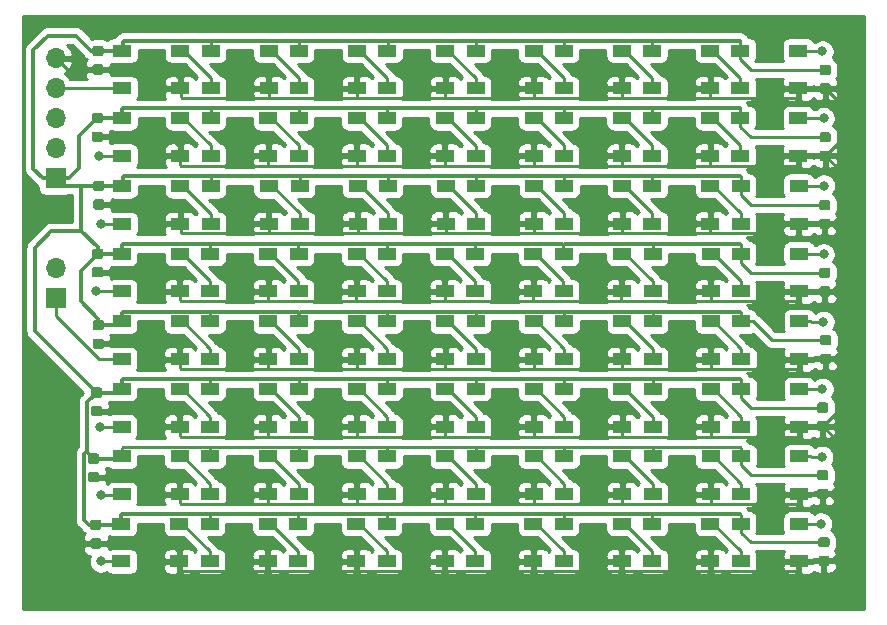
<source format=gbr>
G04 #@! TF.GenerationSoftware,KiCad,Pcbnew,(5.1.4)-1*
G04 #@! TF.CreationDate,2020-09-22T21:35:24+03:00*
G04 #@! TF.ProjectId,ws8212b_disp,77733832-3132-4625-9f64-6973702e6b69,rev?*
G04 #@! TF.SameCoordinates,Original*
G04 #@! TF.FileFunction,Copper,L1,Top*
G04 #@! TF.FilePolarity,Positive*
%FSLAX46Y46*%
G04 Gerber Fmt 4.6, Leading zero omitted, Abs format (unit mm)*
G04 Created by KiCad (PCBNEW (5.1.4)-1) date 2020-09-22 21:35:24*
%MOMM*%
%LPD*%
G04 APERTURE LIST*
%ADD10C,0.100000*%
%ADD11C,0.875000*%
%ADD12O,1.700000X1.700000*%
%ADD13R,1.700000X1.700000*%
%ADD14R,1.500000X1.000000*%
%ADD15C,0.800000*%
%ADD16C,0.250000*%
%ADD17C,0.350000*%
%ADD18C,0.254000*%
G04 APERTURE END LIST*
D10*
G36*
X32408691Y-63698653D02*
G01*
X32429926Y-63701803D01*
X32450750Y-63707019D01*
X32470962Y-63714251D01*
X32490368Y-63723430D01*
X32508781Y-63734466D01*
X32526024Y-63747254D01*
X32541930Y-63761670D01*
X32556346Y-63777576D01*
X32569134Y-63794819D01*
X32580170Y-63813232D01*
X32589349Y-63832638D01*
X32596581Y-63852850D01*
X32601797Y-63873674D01*
X32604947Y-63894909D01*
X32606000Y-63916350D01*
X32606000Y-64353850D01*
X32604947Y-64375291D01*
X32601797Y-64396526D01*
X32596581Y-64417350D01*
X32589349Y-64437562D01*
X32580170Y-64456968D01*
X32569134Y-64475381D01*
X32556346Y-64492624D01*
X32541930Y-64508530D01*
X32526024Y-64522946D01*
X32508781Y-64535734D01*
X32490368Y-64546770D01*
X32470962Y-64555949D01*
X32450750Y-64563181D01*
X32429926Y-64568397D01*
X32408691Y-64571547D01*
X32387250Y-64572600D01*
X31874750Y-64572600D01*
X31853309Y-64571547D01*
X31832074Y-64568397D01*
X31811250Y-64563181D01*
X31791038Y-64555949D01*
X31771632Y-64546770D01*
X31753219Y-64535734D01*
X31735976Y-64522946D01*
X31720070Y-64508530D01*
X31705654Y-64492624D01*
X31692866Y-64475381D01*
X31681830Y-64456968D01*
X31672651Y-64437562D01*
X31665419Y-64417350D01*
X31660203Y-64396526D01*
X31657053Y-64375291D01*
X31656000Y-64353850D01*
X31656000Y-63916350D01*
X31657053Y-63894909D01*
X31660203Y-63873674D01*
X31665419Y-63852850D01*
X31672651Y-63832638D01*
X31681830Y-63813232D01*
X31692866Y-63794819D01*
X31705654Y-63777576D01*
X31720070Y-63761670D01*
X31735976Y-63747254D01*
X31753219Y-63734466D01*
X31771632Y-63723430D01*
X31791038Y-63714251D01*
X31811250Y-63707019D01*
X31832074Y-63701803D01*
X31853309Y-63698653D01*
X31874750Y-63697600D01*
X32387250Y-63697600D01*
X32408691Y-63698653D01*
X32408691Y-63698653D01*
G37*
D11*
X32131000Y-64135100D03*
D10*
G36*
X32408691Y-62123653D02*
G01*
X32429926Y-62126803D01*
X32450750Y-62132019D01*
X32470962Y-62139251D01*
X32490368Y-62148430D01*
X32508781Y-62159466D01*
X32526024Y-62172254D01*
X32541930Y-62186670D01*
X32556346Y-62202576D01*
X32569134Y-62219819D01*
X32580170Y-62238232D01*
X32589349Y-62257638D01*
X32596581Y-62277850D01*
X32601797Y-62298674D01*
X32604947Y-62319909D01*
X32606000Y-62341350D01*
X32606000Y-62778850D01*
X32604947Y-62800291D01*
X32601797Y-62821526D01*
X32596581Y-62842350D01*
X32589349Y-62862562D01*
X32580170Y-62881968D01*
X32569134Y-62900381D01*
X32556346Y-62917624D01*
X32541930Y-62933530D01*
X32526024Y-62947946D01*
X32508781Y-62960734D01*
X32490368Y-62971770D01*
X32470962Y-62980949D01*
X32450750Y-62988181D01*
X32429926Y-62993397D01*
X32408691Y-62996547D01*
X32387250Y-62997600D01*
X31874750Y-62997600D01*
X31853309Y-62996547D01*
X31832074Y-62993397D01*
X31811250Y-62988181D01*
X31791038Y-62980949D01*
X31771632Y-62971770D01*
X31753219Y-62960734D01*
X31735976Y-62947946D01*
X31720070Y-62933530D01*
X31705654Y-62917624D01*
X31692866Y-62900381D01*
X31681830Y-62881968D01*
X31672651Y-62862562D01*
X31665419Y-62842350D01*
X31660203Y-62821526D01*
X31657053Y-62800291D01*
X31656000Y-62778850D01*
X31656000Y-62341350D01*
X31657053Y-62319909D01*
X31660203Y-62298674D01*
X31665419Y-62277850D01*
X31672651Y-62257638D01*
X31681830Y-62238232D01*
X31692866Y-62219819D01*
X31705654Y-62202576D01*
X31720070Y-62186670D01*
X31735976Y-62172254D01*
X31753219Y-62159466D01*
X31771632Y-62148430D01*
X31791038Y-62139251D01*
X31811250Y-62132019D01*
X31832074Y-62126803D01*
X31853309Y-62123653D01*
X31874750Y-62122600D01*
X32387250Y-62122600D01*
X32408691Y-62123653D01*
X32408691Y-62123653D01*
G37*
D11*
X32131000Y-62560100D03*
D12*
X28600400Y-57505600D03*
X28600400Y-60045600D03*
X28600400Y-62585600D03*
X28600400Y-65125600D03*
D13*
X28600400Y-67665600D03*
D12*
X28600400Y-75234800D03*
D13*
X28600400Y-77774800D03*
D14*
X34253000Y-56845400D03*
X34253000Y-60045400D03*
X39153000Y-56845400D03*
X39153000Y-60045400D03*
X34253000Y-62560400D03*
X34253000Y-65760400D03*
X39153000Y-62560400D03*
X39153000Y-65760400D03*
X34253000Y-68326200D03*
X34253000Y-71526200D03*
X39153000Y-68326200D03*
X39153000Y-71526200D03*
X34227600Y-74041200D03*
X34227600Y-77241200D03*
X39127600Y-74041200D03*
X39127600Y-77241200D03*
X41746000Y-56845400D03*
X41746000Y-60045400D03*
X46646000Y-56845400D03*
X46646000Y-60045400D03*
X41720600Y-62560400D03*
X41720600Y-65760400D03*
X46620600Y-62560400D03*
X46620600Y-65760400D03*
X41746000Y-68326200D03*
X41746000Y-71526200D03*
X46646000Y-68326200D03*
X46646000Y-71526200D03*
X41695200Y-74041200D03*
X41695200Y-77241200D03*
X46595200Y-74041200D03*
X46595200Y-77241200D03*
X49213600Y-56845400D03*
X49213600Y-60045400D03*
X54113600Y-56845400D03*
X54113600Y-60045400D03*
X49188200Y-62560400D03*
X49188200Y-65760400D03*
X54088200Y-62560400D03*
X54088200Y-65760400D03*
X49264400Y-68300800D03*
X49264400Y-71500800D03*
X54164400Y-68300800D03*
X54164400Y-71500800D03*
X49188200Y-74041200D03*
X49188200Y-77241200D03*
X54088200Y-74041200D03*
X54088200Y-77241200D03*
X56681200Y-56845400D03*
X56681200Y-60045400D03*
X61581200Y-56845400D03*
X61581200Y-60045400D03*
X56655800Y-62560400D03*
X56655800Y-65760400D03*
X61555800Y-62560400D03*
X61555800Y-65760400D03*
X56732000Y-68300800D03*
X56732000Y-71500800D03*
X61632000Y-68300800D03*
X61632000Y-71500800D03*
X56655800Y-74041200D03*
X56655800Y-77241200D03*
X61555800Y-74041200D03*
X61555800Y-77241200D03*
X64174200Y-56845400D03*
X64174200Y-60045400D03*
X69074200Y-56845400D03*
X69074200Y-60045400D03*
X64174200Y-62560400D03*
X64174200Y-65760400D03*
X69074200Y-62560400D03*
X69074200Y-65760400D03*
X64199600Y-68300800D03*
X64199600Y-71500800D03*
X69099600Y-68300800D03*
X69099600Y-71500800D03*
X64148800Y-74041200D03*
X64148800Y-77241200D03*
X69048800Y-74041200D03*
X69048800Y-77241200D03*
X71641800Y-56845400D03*
X71641800Y-60045400D03*
X76541800Y-56845400D03*
X76541800Y-60045400D03*
X71641800Y-62560400D03*
X71641800Y-65760400D03*
X76541800Y-62560400D03*
X76541800Y-65760400D03*
X71667200Y-68300800D03*
X71667200Y-71500800D03*
X76567200Y-68300800D03*
X76567200Y-71500800D03*
X71641800Y-74041200D03*
X71641800Y-77241200D03*
X76541800Y-74041200D03*
X76541800Y-77241200D03*
X79109400Y-56845400D03*
X79109400Y-60045400D03*
X84009400Y-56845400D03*
X84009400Y-60045400D03*
X79109400Y-62560400D03*
X79109400Y-65760400D03*
X84009400Y-62560400D03*
X84009400Y-65760400D03*
X79134800Y-68300800D03*
X79134800Y-71500800D03*
X84034800Y-68300800D03*
X84034800Y-71500800D03*
X79160200Y-74041200D03*
X79160200Y-77241200D03*
X84060200Y-74041200D03*
X84060200Y-77241200D03*
X86577000Y-56845400D03*
X86577000Y-60045400D03*
X91477000Y-56845400D03*
X91477000Y-60045400D03*
X86577000Y-62560400D03*
X86577000Y-65760400D03*
X91477000Y-62560400D03*
X91477000Y-65760400D03*
X86602400Y-68300800D03*
X86602400Y-71500800D03*
X91502400Y-68300800D03*
X91502400Y-71500800D03*
X86627800Y-74041200D03*
X86627800Y-77241200D03*
X91527800Y-74041200D03*
X91527800Y-77241200D03*
X34202200Y-79781600D03*
X34202200Y-82981600D03*
X39102200Y-79781600D03*
X39102200Y-82981600D03*
X34202200Y-85496600D03*
X34202200Y-88696600D03*
X39102200Y-85496600D03*
X39102200Y-88696600D03*
X34202200Y-91211600D03*
X34202200Y-94411600D03*
X39102200Y-91211600D03*
X39102200Y-94411600D03*
X34176800Y-96901200D03*
X34176800Y-100101200D03*
X39076800Y-96901200D03*
X39076800Y-100101200D03*
X41695200Y-79781600D03*
X41695200Y-82981600D03*
X46595200Y-79781600D03*
X46595200Y-82981600D03*
X41695200Y-85496600D03*
X41695200Y-88696600D03*
X46595200Y-85496600D03*
X46595200Y-88696600D03*
X41695200Y-91211600D03*
X41695200Y-94411600D03*
X46595200Y-91211600D03*
X46595200Y-94411600D03*
X41669800Y-96901200D03*
X41669800Y-100101200D03*
X46569800Y-96901200D03*
X46569800Y-100101200D03*
X49188200Y-79781600D03*
X49188200Y-82981600D03*
X54088200Y-79781600D03*
X54088200Y-82981600D03*
X49188200Y-85496600D03*
X49188200Y-88696600D03*
X54088200Y-85496600D03*
X54088200Y-88696600D03*
X49188200Y-91211600D03*
X49188200Y-94411600D03*
X54088200Y-91211600D03*
X54088200Y-94411600D03*
X49162800Y-96901200D03*
X49162800Y-100101200D03*
X54062800Y-96901200D03*
X54062800Y-100101200D03*
X56681200Y-79781600D03*
X56681200Y-82981600D03*
X61581200Y-79781600D03*
X61581200Y-82981600D03*
X56681200Y-85496600D03*
X56681200Y-88696600D03*
X61581200Y-85496600D03*
X61581200Y-88696600D03*
X56681200Y-91211600D03*
X56681200Y-94411600D03*
X61581200Y-91211600D03*
X61581200Y-94411600D03*
X56655800Y-96901200D03*
X56655800Y-100101200D03*
X61555800Y-96901200D03*
X61555800Y-100101200D03*
X64174200Y-79781600D03*
X64174200Y-82981600D03*
X69074200Y-79781600D03*
X69074200Y-82981600D03*
X64174200Y-85496600D03*
X64174200Y-88696600D03*
X69074200Y-85496600D03*
X69074200Y-88696600D03*
X64174200Y-91211600D03*
X64174200Y-94411600D03*
X69074200Y-91211600D03*
X69074200Y-94411600D03*
X64148800Y-96901200D03*
X64148800Y-100101200D03*
X69048800Y-96901200D03*
X69048800Y-100101200D03*
X71667200Y-79781600D03*
X71667200Y-82981600D03*
X76567200Y-79781600D03*
X76567200Y-82981600D03*
X71667200Y-85496600D03*
X71667200Y-88696600D03*
X76567200Y-85496600D03*
X76567200Y-88696600D03*
X71667200Y-91211600D03*
X71667200Y-94411600D03*
X76567200Y-91211600D03*
X76567200Y-94411600D03*
X71641800Y-96901200D03*
X71641800Y-100101200D03*
X76541800Y-96901200D03*
X76541800Y-100101200D03*
X79160200Y-79781600D03*
X79160200Y-82981600D03*
X84060200Y-79781600D03*
X84060200Y-82981600D03*
X79160200Y-85496600D03*
X79160200Y-88696600D03*
X84060200Y-85496600D03*
X84060200Y-88696600D03*
X79160200Y-91211600D03*
X79160200Y-94411600D03*
X84060200Y-91211600D03*
X84060200Y-94411600D03*
X79134800Y-96901200D03*
X79134800Y-100101200D03*
X84034800Y-96901200D03*
X84034800Y-100101200D03*
X86653200Y-79781600D03*
X86653200Y-82981600D03*
X91553200Y-79781600D03*
X91553200Y-82981600D03*
X86653200Y-85496600D03*
X86653200Y-88696600D03*
X91553200Y-85496600D03*
X91553200Y-88696600D03*
X86653200Y-91211600D03*
X86653200Y-94411600D03*
X91553200Y-91211600D03*
X91553200Y-94411600D03*
X86627800Y-96901200D03*
X86627800Y-100101200D03*
X91527800Y-96901200D03*
X91527800Y-100101200D03*
D10*
G36*
X94029091Y-65324253D02*
G01*
X94050326Y-65327403D01*
X94071150Y-65332619D01*
X94091362Y-65339851D01*
X94110768Y-65349030D01*
X94129181Y-65360066D01*
X94146424Y-65372854D01*
X94162330Y-65387270D01*
X94176746Y-65403176D01*
X94189534Y-65420419D01*
X94200570Y-65438832D01*
X94209749Y-65458238D01*
X94216981Y-65478450D01*
X94222197Y-65499274D01*
X94225347Y-65520509D01*
X94226400Y-65541950D01*
X94226400Y-65979450D01*
X94225347Y-66000891D01*
X94222197Y-66022126D01*
X94216981Y-66042950D01*
X94209749Y-66063162D01*
X94200570Y-66082568D01*
X94189534Y-66100981D01*
X94176746Y-66118224D01*
X94162330Y-66134130D01*
X94146424Y-66148546D01*
X94129181Y-66161334D01*
X94110768Y-66172370D01*
X94091362Y-66181549D01*
X94071150Y-66188781D01*
X94050326Y-66193997D01*
X94029091Y-66197147D01*
X94007650Y-66198200D01*
X93495150Y-66198200D01*
X93473709Y-66197147D01*
X93452474Y-66193997D01*
X93431650Y-66188781D01*
X93411438Y-66181549D01*
X93392032Y-66172370D01*
X93373619Y-66161334D01*
X93356376Y-66148546D01*
X93340470Y-66134130D01*
X93326054Y-66118224D01*
X93313266Y-66100981D01*
X93302230Y-66082568D01*
X93293051Y-66063162D01*
X93285819Y-66042950D01*
X93280603Y-66022126D01*
X93277453Y-66000891D01*
X93276400Y-65979450D01*
X93276400Y-65541950D01*
X93277453Y-65520509D01*
X93280603Y-65499274D01*
X93285819Y-65478450D01*
X93293051Y-65458238D01*
X93302230Y-65438832D01*
X93313266Y-65420419D01*
X93326054Y-65403176D01*
X93340470Y-65387270D01*
X93356376Y-65372854D01*
X93373619Y-65360066D01*
X93392032Y-65349030D01*
X93411438Y-65339851D01*
X93431650Y-65332619D01*
X93452474Y-65327403D01*
X93473709Y-65324253D01*
X93495150Y-65323200D01*
X94007650Y-65323200D01*
X94029091Y-65324253D01*
X94029091Y-65324253D01*
G37*
D11*
X93751400Y-65760700D03*
D10*
G36*
X94029091Y-63749253D02*
G01*
X94050326Y-63752403D01*
X94071150Y-63757619D01*
X94091362Y-63764851D01*
X94110768Y-63774030D01*
X94129181Y-63785066D01*
X94146424Y-63797854D01*
X94162330Y-63812270D01*
X94176746Y-63828176D01*
X94189534Y-63845419D01*
X94200570Y-63863832D01*
X94209749Y-63883238D01*
X94216981Y-63903450D01*
X94222197Y-63924274D01*
X94225347Y-63945509D01*
X94226400Y-63966950D01*
X94226400Y-64404450D01*
X94225347Y-64425891D01*
X94222197Y-64447126D01*
X94216981Y-64467950D01*
X94209749Y-64488162D01*
X94200570Y-64507568D01*
X94189534Y-64525981D01*
X94176746Y-64543224D01*
X94162330Y-64559130D01*
X94146424Y-64573546D01*
X94129181Y-64586334D01*
X94110768Y-64597370D01*
X94091362Y-64606549D01*
X94071150Y-64613781D01*
X94050326Y-64618997D01*
X94029091Y-64622147D01*
X94007650Y-64623200D01*
X93495150Y-64623200D01*
X93473709Y-64622147D01*
X93452474Y-64618997D01*
X93431650Y-64613781D01*
X93411438Y-64606549D01*
X93392032Y-64597370D01*
X93373619Y-64586334D01*
X93356376Y-64573546D01*
X93340470Y-64559130D01*
X93326054Y-64543224D01*
X93313266Y-64525981D01*
X93302230Y-64507568D01*
X93293051Y-64488162D01*
X93285819Y-64467950D01*
X93280603Y-64447126D01*
X93277453Y-64425891D01*
X93276400Y-64404450D01*
X93276400Y-63966950D01*
X93277453Y-63945509D01*
X93280603Y-63924274D01*
X93285819Y-63903450D01*
X93293051Y-63883238D01*
X93302230Y-63863832D01*
X93313266Y-63845419D01*
X93326054Y-63828176D01*
X93340470Y-63812270D01*
X93356376Y-63797854D01*
X93373619Y-63785066D01*
X93392032Y-63774030D01*
X93411438Y-63764851D01*
X93431650Y-63757619D01*
X93452474Y-63752403D01*
X93473709Y-63749253D01*
X93495150Y-63748200D01*
X94007650Y-63748200D01*
X94029091Y-63749253D01*
X94029091Y-63749253D01*
G37*
D11*
X93751400Y-64185700D03*
D10*
G36*
X93825891Y-88209653D02*
G01*
X93847126Y-88212803D01*
X93867950Y-88218019D01*
X93888162Y-88225251D01*
X93907568Y-88234430D01*
X93925981Y-88245466D01*
X93943224Y-88258254D01*
X93959130Y-88272670D01*
X93973546Y-88288576D01*
X93986334Y-88305819D01*
X93997370Y-88324232D01*
X94006549Y-88343638D01*
X94013781Y-88363850D01*
X94018997Y-88384674D01*
X94022147Y-88405909D01*
X94023200Y-88427350D01*
X94023200Y-88864850D01*
X94022147Y-88886291D01*
X94018997Y-88907526D01*
X94013781Y-88928350D01*
X94006549Y-88948562D01*
X93997370Y-88967968D01*
X93986334Y-88986381D01*
X93973546Y-89003624D01*
X93959130Y-89019530D01*
X93943224Y-89033946D01*
X93925981Y-89046734D01*
X93907568Y-89057770D01*
X93888162Y-89066949D01*
X93867950Y-89074181D01*
X93847126Y-89079397D01*
X93825891Y-89082547D01*
X93804450Y-89083600D01*
X93291950Y-89083600D01*
X93270509Y-89082547D01*
X93249274Y-89079397D01*
X93228450Y-89074181D01*
X93208238Y-89066949D01*
X93188832Y-89057770D01*
X93170419Y-89046734D01*
X93153176Y-89033946D01*
X93137270Y-89019530D01*
X93122854Y-89003624D01*
X93110066Y-88986381D01*
X93099030Y-88967968D01*
X93089851Y-88948562D01*
X93082619Y-88928350D01*
X93077403Y-88907526D01*
X93074253Y-88886291D01*
X93073200Y-88864850D01*
X93073200Y-88427350D01*
X93074253Y-88405909D01*
X93077403Y-88384674D01*
X93082619Y-88363850D01*
X93089851Y-88343638D01*
X93099030Y-88324232D01*
X93110066Y-88305819D01*
X93122854Y-88288576D01*
X93137270Y-88272670D01*
X93153176Y-88258254D01*
X93170419Y-88245466D01*
X93188832Y-88234430D01*
X93208238Y-88225251D01*
X93228450Y-88218019D01*
X93249274Y-88212803D01*
X93270509Y-88209653D01*
X93291950Y-88208600D01*
X93804450Y-88208600D01*
X93825891Y-88209653D01*
X93825891Y-88209653D01*
G37*
D11*
X93548200Y-88646100D03*
D10*
G36*
X93825891Y-86634653D02*
G01*
X93847126Y-86637803D01*
X93867950Y-86643019D01*
X93888162Y-86650251D01*
X93907568Y-86659430D01*
X93925981Y-86670466D01*
X93943224Y-86683254D01*
X93959130Y-86697670D01*
X93973546Y-86713576D01*
X93986334Y-86730819D01*
X93997370Y-86749232D01*
X94006549Y-86768638D01*
X94013781Y-86788850D01*
X94018997Y-86809674D01*
X94022147Y-86830909D01*
X94023200Y-86852350D01*
X94023200Y-87289850D01*
X94022147Y-87311291D01*
X94018997Y-87332526D01*
X94013781Y-87353350D01*
X94006549Y-87373562D01*
X93997370Y-87392968D01*
X93986334Y-87411381D01*
X93973546Y-87428624D01*
X93959130Y-87444530D01*
X93943224Y-87458946D01*
X93925981Y-87471734D01*
X93907568Y-87482770D01*
X93888162Y-87491949D01*
X93867950Y-87499181D01*
X93847126Y-87504397D01*
X93825891Y-87507547D01*
X93804450Y-87508600D01*
X93291950Y-87508600D01*
X93270509Y-87507547D01*
X93249274Y-87504397D01*
X93228450Y-87499181D01*
X93208238Y-87491949D01*
X93188832Y-87482770D01*
X93170419Y-87471734D01*
X93153176Y-87458946D01*
X93137270Y-87444530D01*
X93122854Y-87428624D01*
X93110066Y-87411381D01*
X93099030Y-87392968D01*
X93089851Y-87373562D01*
X93082619Y-87353350D01*
X93077403Y-87332526D01*
X93074253Y-87311291D01*
X93073200Y-87289850D01*
X93073200Y-86852350D01*
X93074253Y-86830909D01*
X93077403Y-86809674D01*
X93082619Y-86788850D01*
X93089851Y-86768638D01*
X93099030Y-86749232D01*
X93110066Y-86730819D01*
X93122854Y-86713576D01*
X93137270Y-86697670D01*
X93153176Y-86683254D01*
X93170419Y-86670466D01*
X93188832Y-86659430D01*
X93208238Y-86650251D01*
X93228450Y-86643019D01*
X93249274Y-86637803D01*
X93270509Y-86634653D01*
X93291950Y-86633600D01*
X93804450Y-86633600D01*
X93825891Y-86634653D01*
X93825891Y-86634653D01*
G37*
D11*
X93548200Y-87071100D03*
D10*
G36*
X32103891Y-92527653D02*
G01*
X32125126Y-92530803D01*
X32145950Y-92536019D01*
X32166162Y-92543251D01*
X32185568Y-92552430D01*
X32203981Y-92563466D01*
X32221224Y-92576254D01*
X32237130Y-92590670D01*
X32251546Y-92606576D01*
X32264334Y-92623819D01*
X32275370Y-92642232D01*
X32284549Y-92661638D01*
X32291781Y-92681850D01*
X32296997Y-92702674D01*
X32300147Y-92723909D01*
X32301200Y-92745350D01*
X32301200Y-93182850D01*
X32300147Y-93204291D01*
X32296997Y-93225526D01*
X32291781Y-93246350D01*
X32284549Y-93266562D01*
X32275370Y-93285968D01*
X32264334Y-93304381D01*
X32251546Y-93321624D01*
X32237130Y-93337530D01*
X32221224Y-93351946D01*
X32203981Y-93364734D01*
X32185568Y-93375770D01*
X32166162Y-93384949D01*
X32145950Y-93392181D01*
X32125126Y-93397397D01*
X32103891Y-93400547D01*
X32082450Y-93401600D01*
X31569950Y-93401600D01*
X31548509Y-93400547D01*
X31527274Y-93397397D01*
X31506450Y-93392181D01*
X31486238Y-93384949D01*
X31466832Y-93375770D01*
X31448419Y-93364734D01*
X31431176Y-93351946D01*
X31415270Y-93337530D01*
X31400854Y-93321624D01*
X31388066Y-93304381D01*
X31377030Y-93285968D01*
X31367851Y-93266562D01*
X31360619Y-93246350D01*
X31355403Y-93225526D01*
X31352253Y-93204291D01*
X31351200Y-93182850D01*
X31351200Y-92745350D01*
X31352253Y-92723909D01*
X31355403Y-92702674D01*
X31360619Y-92681850D01*
X31367851Y-92661638D01*
X31377030Y-92642232D01*
X31388066Y-92623819D01*
X31400854Y-92606576D01*
X31415270Y-92590670D01*
X31431176Y-92576254D01*
X31448419Y-92563466D01*
X31466832Y-92552430D01*
X31486238Y-92543251D01*
X31506450Y-92536019D01*
X31527274Y-92530803D01*
X31548509Y-92527653D01*
X31569950Y-92526600D01*
X32082450Y-92526600D01*
X32103891Y-92527653D01*
X32103891Y-92527653D01*
G37*
D11*
X31826200Y-92964100D03*
D10*
G36*
X32103891Y-90952653D02*
G01*
X32125126Y-90955803D01*
X32145950Y-90961019D01*
X32166162Y-90968251D01*
X32185568Y-90977430D01*
X32203981Y-90988466D01*
X32221224Y-91001254D01*
X32237130Y-91015670D01*
X32251546Y-91031576D01*
X32264334Y-91048819D01*
X32275370Y-91067232D01*
X32284549Y-91086638D01*
X32291781Y-91106850D01*
X32296997Y-91127674D01*
X32300147Y-91148909D01*
X32301200Y-91170350D01*
X32301200Y-91607850D01*
X32300147Y-91629291D01*
X32296997Y-91650526D01*
X32291781Y-91671350D01*
X32284549Y-91691562D01*
X32275370Y-91710968D01*
X32264334Y-91729381D01*
X32251546Y-91746624D01*
X32237130Y-91762530D01*
X32221224Y-91776946D01*
X32203981Y-91789734D01*
X32185568Y-91800770D01*
X32166162Y-91809949D01*
X32145950Y-91817181D01*
X32125126Y-91822397D01*
X32103891Y-91825547D01*
X32082450Y-91826600D01*
X31569950Y-91826600D01*
X31548509Y-91825547D01*
X31527274Y-91822397D01*
X31506450Y-91817181D01*
X31486238Y-91809949D01*
X31466832Y-91800770D01*
X31448419Y-91789734D01*
X31431176Y-91776946D01*
X31415270Y-91762530D01*
X31400854Y-91746624D01*
X31388066Y-91729381D01*
X31377030Y-91710968D01*
X31367851Y-91691562D01*
X31360619Y-91671350D01*
X31355403Y-91650526D01*
X31352253Y-91629291D01*
X31351200Y-91607850D01*
X31351200Y-91170350D01*
X31352253Y-91148909D01*
X31355403Y-91127674D01*
X31360619Y-91106850D01*
X31367851Y-91086638D01*
X31377030Y-91067232D01*
X31388066Y-91048819D01*
X31400854Y-91031576D01*
X31415270Y-91015670D01*
X31431176Y-91001254D01*
X31448419Y-90988466D01*
X31466832Y-90977430D01*
X31486238Y-90968251D01*
X31506450Y-90961019D01*
X31527274Y-90955803D01*
X31548509Y-90952653D01*
X31569950Y-90951600D01*
X32082450Y-90951600D01*
X32103891Y-90952653D01*
X32103891Y-90952653D01*
G37*
D11*
X31826200Y-91389100D03*
D10*
G36*
X93927491Y-99614253D02*
G01*
X93948726Y-99617403D01*
X93969550Y-99622619D01*
X93989762Y-99629851D01*
X94009168Y-99639030D01*
X94027581Y-99650066D01*
X94044824Y-99662854D01*
X94060730Y-99677270D01*
X94075146Y-99693176D01*
X94087934Y-99710419D01*
X94098970Y-99728832D01*
X94108149Y-99748238D01*
X94115381Y-99768450D01*
X94120597Y-99789274D01*
X94123747Y-99810509D01*
X94124800Y-99831950D01*
X94124800Y-100269450D01*
X94123747Y-100290891D01*
X94120597Y-100312126D01*
X94115381Y-100332950D01*
X94108149Y-100353162D01*
X94098970Y-100372568D01*
X94087934Y-100390981D01*
X94075146Y-100408224D01*
X94060730Y-100424130D01*
X94044824Y-100438546D01*
X94027581Y-100451334D01*
X94009168Y-100462370D01*
X93989762Y-100471549D01*
X93969550Y-100478781D01*
X93948726Y-100483997D01*
X93927491Y-100487147D01*
X93906050Y-100488200D01*
X93393550Y-100488200D01*
X93372109Y-100487147D01*
X93350874Y-100483997D01*
X93330050Y-100478781D01*
X93309838Y-100471549D01*
X93290432Y-100462370D01*
X93272019Y-100451334D01*
X93254776Y-100438546D01*
X93238870Y-100424130D01*
X93224454Y-100408224D01*
X93211666Y-100390981D01*
X93200630Y-100372568D01*
X93191451Y-100353162D01*
X93184219Y-100332950D01*
X93179003Y-100312126D01*
X93175853Y-100290891D01*
X93174800Y-100269450D01*
X93174800Y-99831950D01*
X93175853Y-99810509D01*
X93179003Y-99789274D01*
X93184219Y-99768450D01*
X93191451Y-99748238D01*
X93200630Y-99728832D01*
X93211666Y-99710419D01*
X93224454Y-99693176D01*
X93238870Y-99677270D01*
X93254776Y-99662854D01*
X93272019Y-99650066D01*
X93290432Y-99639030D01*
X93309838Y-99629851D01*
X93330050Y-99622619D01*
X93350874Y-99617403D01*
X93372109Y-99614253D01*
X93393550Y-99613200D01*
X93906050Y-99613200D01*
X93927491Y-99614253D01*
X93927491Y-99614253D01*
G37*
D11*
X93649800Y-100050700D03*
D10*
G36*
X93927491Y-98039253D02*
G01*
X93948726Y-98042403D01*
X93969550Y-98047619D01*
X93989762Y-98054851D01*
X94009168Y-98064030D01*
X94027581Y-98075066D01*
X94044824Y-98087854D01*
X94060730Y-98102270D01*
X94075146Y-98118176D01*
X94087934Y-98135419D01*
X94098970Y-98153832D01*
X94108149Y-98173238D01*
X94115381Y-98193450D01*
X94120597Y-98214274D01*
X94123747Y-98235509D01*
X94124800Y-98256950D01*
X94124800Y-98694450D01*
X94123747Y-98715891D01*
X94120597Y-98737126D01*
X94115381Y-98757950D01*
X94108149Y-98778162D01*
X94098970Y-98797568D01*
X94087934Y-98815981D01*
X94075146Y-98833224D01*
X94060730Y-98849130D01*
X94044824Y-98863546D01*
X94027581Y-98876334D01*
X94009168Y-98887370D01*
X93989762Y-98896549D01*
X93969550Y-98903781D01*
X93948726Y-98908997D01*
X93927491Y-98912147D01*
X93906050Y-98913200D01*
X93393550Y-98913200D01*
X93372109Y-98912147D01*
X93350874Y-98908997D01*
X93330050Y-98903781D01*
X93309838Y-98896549D01*
X93290432Y-98887370D01*
X93272019Y-98876334D01*
X93254776Y-98863546D01*
X93238870Y-98849130D01*
X93224454Y-98833224D01*
X93211666Y-98815981D01*
X93200630Y-98797568D01*
X93191451Y-98778162D01*
X93184219Y-98757950D01*
X93179003Y-98737126D01*
X93175853Y-98715891D01*
X93174800Y-98694450D01*
X93174800Y-98256950D01*
X93175853Y-98235509D01*
X93179003Y-98214274D01*
X93184219Y-98193450D01*
X93191451Y-98173238D01*
X93200630Y-98153832D01*
X93211666Y-98135419D01*
X93224454Y-98118176D01*
X93238870Y-98102270D01*
X93254776Y-98087854D01*
X93272019Y-98075066D01*
X93290432Y-98064030D01*
X93309838Y-98054851D01*
X93330050Y-98047619D01*
X93350874Y-98042403D01*
X93372109Y-98039253D01*
X93393550Y-98038200D01*
X93906050Y-98038200D01*
X93927491Y-98039253D01*
X93927491Y-98039253D01*
G37*
D11*
X93649800Y-98475700D03*
D10*
G36*
X32281691Y-98141053D02*
G01*
X32302926Y-98144203D01*
X32323750Y-98149419D01*
X32343962Y-98156651D01*
X32363368Y-98165830D01*
X32381781Y-98176866D01*
X32399024Y-98189654D01*
X32414930Y-98204070D01*
X32429346Y-98219976D01*
X32442134Y-98237219D01*
X32453170Y-98255632D01*
X32462349Y-98275038D01*
X32469581Y-98295250D01*
X32474797Y-98316074D01*
X32477947Y-98337309D01*
X32479000Y-98358750D01*
X32479000Y-98796250D01*
X32477947Y-98817691D01*
X32474797Y-98838926D01*
X32469581Y-98859750D01*
X32462349Y-98879962D01*
X32453170Y-98899368D01*
X32442134Y-98917781D01*
X32429346Y-98935024D01*
X32414930Y-98950930D01*
X32399024Y-98965346D01*
X32381781Y-98978134D01*
X32363368Y-98989170D01*
X32343962Y-98998349D01*
X32323750Y-99005581D01*
X32302926Y-99010797D01*
X32281691Y-99013947D01*
X32260250Y-99015000D01*
X31747750Y-99015000D01*
X31726309Y-99013947D01*
X31705074Y-99010797D01*
X31684250Y-99005581D01*
X31664038Y-98998349D01*
X31644632Y-98989170D01*
X31626219Y-98978134D01*
X31608976Y-98965346D01*
X31593070Y-98950930D01*
X31578654Y-98935024D01*
X31565866Y-98917781D01*
X31554830Y-98899368D01*
X31545651Y-98879962D01*
X31538419Y-98859750D01*
X31533203Y-98838926D01*
X31530053Y-98817691D01*
X31529000Y-98796250D01*
X31529000Y-98358750D01*
X31530053Y-98337309D01*
X31533203Y-98316074D01*
X31538419Y-98295250D01*
X31545651Y-98275038D01*
X31554830Y-98255632D01*
X31565866Y-98237219D01*
X31578654Y-98219976D01*
X31593070Y-98204070D01*
X31608976Y-98189654D01*
X31626219Y-98176866D01*
X31644632Y-98165830D01*
X31664038Y-98156651D01*
X31684250Y-98149419D01*
X31705074Y-98144203D01*
X31726309Y-98141053D01*
X31747750Y-98140000D01*
X32260250Y-98140000D01*
X32281691Y-98141053D01*
X32281691Y-98141053D01*
G37*
D11*
X32004000Y-98577500D03*
D10*
G36*
X32281691Y-96566053D02*
G01*
X32302926Y-96569203D01*
X32323750Y-96574419D01*
X32343962Y-96581651D01*
X32363368Y-96590830D01*
X32381781Y-96601866D01*
X32399024Y-96614654D01*
X32414930Y-96629070D01*
X32429346Y-96644976D01*
X32442134Y-96662219D01*
X32453170Y-96680632D01*
X32462349Y-96700038D01*
X32469581Y-96720250D01*
X32474797Y-96741074D01*
X32477947Y-96762309D01*
X32479000Y-96783750D01*
X32479000Y-97221250D01*
X32477947Y-97242691D01*
X32474797Y-97263926D01*
X32469581Y-97284750D01*
X32462349Y-97304962D01*
X32453170Y-97324368D01*
X32442134Y-97342781D01*
X32429346Y-97360024D01*
X32414930Y-97375930D01*
X32399024Y-97390346D01*
X32381781Y-97403134D01*
X32363368Y-97414170D01*
X32343962Y-97423349D01*
X32323750Y-97430581D01*
X32302926Y-97435797D01*
X32281691Y-97438947D01*
X32260250Y-97440000D01*
X31747750Y-97440000D01*
X31726309Y-97438947D01*
X31705074Y-97435797D01*
X31684250Y-97430581D01*
X31664038Y-97423349D01*
X31644632Y-97414170D01*
X31626219Y-97403134D01*
X31608976Y-97390346D01*
X31593070Y-97375930D01*
X31578654Y-97360024D01*
X31565866Y-97342781D01*
X31554830Y-97324368D01*
X31545651Y-97304962D01*
X31538419Y-97284750D01*
X31533203Y-97263926D01*
X31530053Y-97242691D01*
X31529000Y-97221250D01*
X31529000Y-96783750D01*
X31530053Y-96762309D01*
X31533203Y-96741074D01*
X31538419Y-96720250D01*
X31545651Y-96700038D01*
X31554830Y-96680632D01*
X31565866Y-96662219D01*
X31578654Y-96644976D01*
X31593070Y-96629070D01*
X31608976Y-96614654D01*
X31626219Y-96601866D01*
X31644632Y-96590830D01*
X31664038Y-96581651D01*
X31684250Y-96574419D01*
X31705074Y-96569203D01*
X31726309Y-96566053D01*
X31747750Y-96565000D01*
X32260250Y-96565000D01*
X32281691Y-96566053D01*
X32281691Y-96566053D01*
G37*
D11*
X32004000Y-97002500D03*
D10*
G36*
X32434091Y-75179453D02*
G01*
X32455326Y-75182603D01*
X32476150Y-75187819D01*
X32496362Y-75195051D01*
X32515768Y-75204230D01*
X32534181Y-75215266D01*
X32551424Y-75228054D01*
X32567330Y-75242470D01*
X32581746Y-75258376D01*
X32594534Y-75275619D01*
X32605570Y-75294032D01*
X32614749Y-75313438D01*
X32621981Y-75333650D01*
X32627197Y-75354474D01*
X32630347Y-75375709D01*
X32631400Y-75397150D01*
X32631400Y-75834650D01*
X32630347Y-75856091D01*
X32627197Y-75877326D01*
X32621981Y-75898150D01*
X32614749Y-75918362D01*
X32605570Y-75937768D01*
X32594534Y-75956181D01*
X32581746Y-75973424D01*
X32567330Y-75989330D01*
X32551424Y-76003746D01*
X32534181Y-76016534D01*
X32515768Y-76027570D01*
X32496362Y-76036749D01*
X32476150Y-76043981D01*
X32455326Y-76049197D01*
X32434091Y-76052347D01*
X32412650Y-76053400D01*
X31900150Y-76053400D01*
X31878709Y-76052347D01*
X31857474Y-76049197D01*
X31836650Y-76043981D01*
X31816438Y-76036749D01*
X31797032Y-76027570D01*
X31778619Y-76016534D01*
X31761376Y-76003746D01*
X31745470Y-75989330D01*
X31731054Y-75973424D01*
X31718266Y-75956181D01*
X31707230Y-75937768D01*
X31698051Y-75918362D01*
X31690819Y-75898150D01*
X31685603Y-75877326D01*
X31682453Y-75856091D01*
X31681400Y-75834650D01*
X31681400Y-75397150D01*
X31682453Y-75375709D01*
X31685603Y-75354474D01*
X31690819Y-75333650D01*
X31698051Y-75313438D01*
X31707230Y-75294032D01*
X31718266Y-75275619D01*
X31731054Y-75258376D01*
X31745470Y-75242470D01*
X31761376Y-75228054D01*
X31778619Y-75215266D01*
X31797032Y-75204230D01*
X31816438Y-75195051D01*
X31836650Y-75187819D01*
X31857474Y-75182603D01*
X31878709Y-75179453D01*
X31900150Y-75178400D01*
X32412650Y-75178400D01*
X32434091Y-75179453D01*
X32434091Y-75179453D01*
G37*
D11*
X32156400Y-75615900D03*
D10*
G36*
X32434091Y-73604453D02*
G01*
X32455326Y-73607603D01*
X32476150Y-73612819D01*
X32496362Y-73620051D01*
X32515768Y-73629230D01*
X32534181Y-73640266D01*
X32551424Y-73653054D01*
X32567330Y-73667470D01*
X32581746Y-73683376D01*
X32594534Y-73700619D01*
X32605570Y-73719032D01*
X32614749Y-73738438D01*
X32621981Y-73758650D01*
X32627197Y-73779474D01*
X32630347Y-73800709D01*
X32631400Y-73822150D01*
X32631400Y-74259650D01*
X32630347Y-74281091D01*
X32627197Y-74302326D01*
X32621981Y-74323150D01*
X32614749Y-74343362D01*
X32605570Y-74362768D01*
X32594534Y-74381181D01*
X32581746Y-74398424D01*
X32567330Y-74414330D01*
X32551424Y-74428746D01*
X32534181Y-74441534D01*
X32515768Y-74452570D01*
X32496362Y-74461749D01*
X32476150Y-74468981D01*
X32455326Y-74474197D01*
X32434091Y-74477347D01*
X32412650Y-74478400D01*
X31900150Y-74478400D01*
X31878709Y-74477347D01*
X31857474Y-74474197D01*
X31836650Y-74468981D01*
X31816438Y-74461749D01*
X31797032Y-74452570D01*
X31778619Y-74441534D01*
X31761376Y-74428746D01*
X31745470Y-74414330D01*
X31731054Y-74398424D01*
X31718266Y-74381181D01*
X31707230Y-74362768D01*
X31698051Y-74343362D01*
X31690819Y-74323150D01*
X31685603Y-74302326D01*
X31682453Y-74281091D01*
X31681400Y-74259650D01*
X31681400Y-73822150D01*
X31682453Y-73800709D01*
X31685603Y-73779474D01*
X31690819Y-73758650D01*
X31698051Y-73738438D01*
X31707230Y-73719032D01*
X31718266Y-73700619D01*
X31731054Y-73683376D01*
X31745470Y-73667470D01*
X31761376Y-73653054D01*
X31778619Y-73640266D01*
X31797032Y-73629230D01*
X31816438Y-73620051D01*
X31836650Y-73612819D01*
X31857474Y-73607603D01*
X31878709Y-73604453D01*
X31900150Y-73603400D01*
X32412650Y-73603400D01*
X32434091Y-73604453D01*
X32434091Y-73604453D01*
G37*
D11*
X32156400Y-74040900D03*
D10*
G36*
X93825891Y-93924653D02*
G01*
X93847126Y-93927803D01*
X93867950Y-93933019D01*
X93888162Y-93940251D01*
X93907568Y-93949430D01*
X93925981Y-93960466D01*
X93943224Y-93973254D01*
X93959130Y-93987670D01*
X93973546Y-94003576D01*
X93986334Y-94020819D01*
X93997370Y-94039232D01*
X94006549Y-94058638D01*
X94013781Y-94078850D01*
X94018997Y-94099674D01*
X94022147Y-94120909D01*
X94023200Y-94142350D01*
X94023200Y-94579850D01*
X94022147Y-94601291D01*
X94018997Y-94622526D01*
X94013781Y-94643350D01*
X94006549Y-94663562D01*
X93997370Y-94682968D01*
X93986334Y-94701381D01*
X93973546Y-94718624D01*
X93959130Y-94734530D01*
X93943224Y-94748946D01*
X93925981Y-94761734D01*
X93907568Y-94772770D01*
X93888162Y-94781949D01*
X93867950Y-94789181D01*
X93847126Y-94794397D01*
X93825891Y-94797547D01*
X93804450Y-94798600D01*
X93291950Y-94798600D01*
X93270509Y-94797547D01*
X93249274Y-94794397D01*
X93228450Y-94789181D01*
X93208238Y-94781949D01*
X93188832Y-94772770D01*
X93170419Y-94761734D01*
X93153176Y-94748946D01*
X93137270Y-94734530D01*
X93122854Y-94718624D01*
X93110066Y-94701381D01*
X93099030Y-94682968D01*
X93089851Y-94663562D01*
X93082619Y-94643350D01*
X93077403Y-94622526D01*
X93074253Y-94601291D01*
X93073200Y-94579850D01*
X93073200Y-94142350D01*
X93074253Y-94120909D01*
X93077403Y-94099674D01*
X93082619Y-94078850D01*
X93089851Y-94058638D01*
X93099030Y-94039232D01*
X93110066Y-94020819D01*
X93122854Y-94003576D01*
X93137270Y-93987670D01*
X93153176Y-93973254D01*
X93170419Y-93960466D01*
X93188832Y-93949430D01*
X93208238Y-93940251D01*
X93228450Y-93933019D01*
X93249274Y-93927803D01*
X93270509Y-93924653D01*
X93291950Y-93923600D01*
X93804450Y-93923600D01*
X93825891Y-93924653D01*
X93825891Y-93924653D01*
G37*
D11*
X93548200Y-94361100D03*
D10*
G36*
X93825891Y-92349653D02*
G01*
X93847126Y-92352803D01*
X93867950Y-92358019D01*
X93888162Y-92365251D01*
X93907568Y-92374430D01*
X93925981Y-92385466D01*
X93943224Y-92398254D01*
X93959130Y-92412670D01*
X93973546Y-92428576D01*
X93986334Y-92445819D01*
X93997370Y-92464232D01*
X94006549Y-92483638D01*
X94013781Y-92503850D01*
X94018997Y-92524674D01*
X94022147Y-92545909D01*
X94023200Y-92567350D01*
X94023200Y-93004850D01*
X94022147Y-93026291D01*
X94018997Y-93047526D01*
X94013781Y-93068350D01*
X94006549Y-93088562D01*
X93997370Y-93107968D01*
X93986334Y-93126381D01*
X93973546Y-93143624D01*
X93959130Y-93159530D01*
X93943224Y-93173946D01*
X93925981Y-93186734D01*
X93907568Y-93197770D01*
X93888162Y-93206949D01*
X93867950Y-93214181D01*
X93847126Y-93219397D01*
X93825891Y-93222547D01*
X93804450Y-93223600D01*
X93291950Y-93223600D01*
X93270509Y-93222547D01*
X93249274Y-93219397D01*
X93228450Y-93214181D01*
X93208238Y-93206949D01*
X93188832Y-93197770D01*
X93170419Y-93186734D01*
X93153176Y-93173946D01*
X93137270Y-93159530D01*
X93122854Y-93143624D01*
X93110066Y-93126381D01*
X93099030Y-93107968D01*
X93089851Y-93088562D01*
X93082619Y-93068350D01*
X93077403Y-93047526D01*
X93074253Y-93026291D01*
X93073200Y-93004850D01*
X93073200Y-92567350D01*
X93074253Y-92545909D01*
X93077403Y-92524674D01*
X93082619Y-92503850D01*
X93089851Y-92483638D01*
X93099030Y-92464232D01*
X93110066Y-92445819D01*
X93122854Y-92428576D01*
X93137270Y-92412670D01*
X93153176Y-92398254D01*
X93170419Y-92385466D01*
X93188832Y-92374430D01*
X93208238Y-92365251D01*
X93228450Y-92358019D01*
X93249274Y-92352803D01*
X93270509Y-92349653D01*
X93291950Y-92348600D01*
X93804450Y-92348600D01*
X93825891Y-92349653D01*
X93825891Y-92349653D01*
G37*
D11*
X93548200Y-92786100D03*
D10*
G36*
X94003691Y-76805053D02*
G01*
X94024926Y-76808203D01*
X94045750Y-76813419D01*
X94065962Y-76820651D01*
X94085368Y-76829830D01*
X94103781Y-76840866D01*
X94121024Y-76853654D01*
X94136930Y-76868070D01*
X94151346Y-76883976D01*
X94164134Y-76901219D01*
X94175170Y-76919632D01*
X94184349Y-76939038D01*
X94191581Y-76959250D01*
X94196797Y-76980074D01*
X94199947Y-77001309D01*
X94201000Y-77022750D01*
X94201000Y-77460250D01*
X94199947Y-77481691D01*
X94196797Y-77502926D01*
X94191581Y-77523750D01*
X94184349Y-77543962D01*
X94175170Y-77563368D01*
X94164134Y-77581781D01*
X94151346Y-77599024D01*
X94136930Y-77614930D01*
X94121024Y-77629346D01*
X94103781Y-77642134D01*
X94085368Y-77653170D01*
X94065962Y-77662349D01*
X94045750Y-77669581D01*
X94024926Y-77674797D01*
X94003691Y-77677947D01*
X93982250Y-77679000D01*
X93469750Y-77679000D01*
X93448309Y-77677947D01*
X93427074Y-77674797D01*
X93406250Y-77669581D01*
X93386038Y-77662349D01*
X93366632Y-77653170D01*
X93348219Y-77642134D01*
X93330976Y-77629346D01*
X93315070Y-77614930D01*
X93300654Y-77599024D01*
X93287866Y-77581781D01*
X93276830Y-77563368D01*
X93267651Y-77543962D01*
X93260419Y-77523750D01*
X93255203Y-77502926D01*
X93252053Y-77481691D01*
X93251000Y-77460250D01*
X93251000Y-77022750D01*
X93252053Y-77001309D01*
X93255203Y-76980074D01*
X93260419Y-76959250D01*
X93267651Y-76939038D01*
X93276830Y-76919632D01*
X93287866Y-76901219D01*
X93300654Y-76883976D01*
X93315070Y-76868070D01*
X93330976Y-76853654D01*
X93348219Y-76840866D01*
X93366632Y-76829830D01*
X93386038Y-76820651D01*
X93406250Y-76813419D01*
X93427074Y-76808203D01*
X93448309Y-76805053D01*
X93469750Y-76804000D01*
X93982250Y-76804000D01*
X94003691Y-76805053D01*
X94003691Y-76805053D01*
G37*
D11*
X93726000Y-77241500D03*
D10*
G36*
X94003691Y-75230053D02*
G01*
X94024926Y-75233203D01*
X94045750Y-75238419D01*
X94065962Y-75245651D01*
X94085368Y-75254830D01*
X94103781Y-75265866D01*
X94121024Y-75278654D01*
X94136930Y-75293070D01*
X94151346Y-75308976D01*
X94164134Y-75326219D01*
X94175170Y-75344632D01*
X94184349Y-75364038D01*
X94191581Y-75384250D01*
X94196797Y-75405074D01*
X94199947Y-75426309D01*
X94201000Y-75447750D01*
X94201000Y-75885250D01*
X94199947Y-75906691D01*
X94196797Y-75927926D01*
X94191581Y-75948750D01*
X94184349Y-75968962D01*
X94175170Y-75988368D01*
X94164134Y-76006781D01*
X94151346Y-76024024D01*
X94136930Y-76039930D01*
X94121024Y-76054346D01*
X94103781Y-76067134D01*
X94085368Y-76078170D01*
X94065962Y-76087349D01*
X94045750Y-76094581D01*
X94024926Y-76099797D01*
X94003691Y-76102947D01*
X93982250Y-76104000D01*
X93469750Y-76104000D01*
X93448309Y-76102947D01*
X93427074Y-76099797D01*
X93406250Y-76094581D01*
X93386038Y-76087349D01*
X93366632Y-76078170D01*
X93348219Y-76067134D01*
X93330976Y-76054346D01*
X93315070Y-76039930D01*
X93300654Y-76024024D01*
X93287866Y-76006781D01*
X93276830Y-75988368D01*
X93267651Y-75968962D01*
X93260419Y-75948750D01*
X93255203Y-75927926D01*
X93252053Y-75906691D01*
X93251000Y-75885250D01*
X93251000Y-75447750D01*
X93252053Y-75426309D01*
X93255203Y-75405074D01*
X93260419Y-75384250D01*
X93267651Y-75364038D01*
X93276830Y-75344632D01*
X93287866Y-75326219D01*
X93300654Y-75308976D01*
X93315070Y-75293070D01*
X93330976Y-75278654D01*
X93348219Y-75265866D01*
X93366632Y-75254830D01*
X93386038Y-75245651D01*
X93406250Y-75238419D01*
X93427074Y-75233203D01*
X93448309Y-75230053D01*
X93469750Y-75229000D01*
X93982250Y-75229000D01*
X94003691Y-75230053D01*
X94003691Y-75230053D01*
G37*
D11*
X93726000Y-75666500D03*
D10*
G36*
X94003691Y-71064653D02*
G01*
X94024926Y-71067803D01*
X94045750Y-71073019D01*
X94065962Y-71080251D01*
X94085368Y-71089430D01*
X94103781Y-71100466D01*
X94121024Y-71113254D01*
X94136930Y-71127670D01*
X94151346Y-71143576D01*
X94164134Y-71160819D01*
X94175170Y-71179232D01*
X94184349Y-71198638D01*
X94191581Y-71218850D01*
X94196797Y-71239674D01*
X94199947Y-71260909D01*
X94201000Y-71282350D01*
X94201000Y-71719850D01*
X94199947Y-71741291D01*
X94196797Y-71762526D01*
X94191581Y-71783350D01*
X94184349Y-71803562D01*
X94175170Y-71822968D01*
X94164134Y-71841381D01*
X94151346Y-71858624D01*
X94136930Y-71874530D01*
X94121024Y-71888946D01*
X94103781Y-71901734D01*
X94085368Y-71912770D01*
X94065962Y-71921949D01*
X94045750Y-71929181D01*
X94024926Y-71934397D01*
X94003691Y-71937547D01*
X93982250Y-71938600D01*
X93469750Y-71938600D01*
X93448309Y-71937547D01*
X93427074Y-71934397D01*
X93406250Y-71929181D01*
X93386038Y-71921949D01*
X93366632Y-71912770D01*
X93348219Y-71901734D01*
X93330976Y-71888946D01*
X93315070Y-71874530D01*
X93300654Y-71858624D01*
X93287866Y-71841381D01*
X93276830Y-71822968D01*
X93267651Y-71803562D01*
X93260419Y-71783350D01*
X93255203Y-71762526D01*
X93252053Y-71741291D01*
X93251000Y-71719850D01*
X93251000Y-71282350D01*
X93252053Y-71260909D01*
X93255203Y-71239674D01*
X93260419Y-71218850D01*
X93267651Y-71198638D01*
X93276830Y-71179232D01*
X93287866Y-71160819D01*
X93300654Y-71143576D01*
X93315070Y-71127670D01*
X93330976Y-71113254D01*
X93348219Y-71100466D01*
X93366632Y-71089430D01*
X93386038Y-71080251D01*
X93406250Y-71073019D01*
X93427074Y-71067803D01*
X93448309Y-71064653D01*
X93469750Y-71063600D01*
X93982250Y-71063600D01*
X94003691Y-71064653D01*
X94003691Y-71064653D01*
G37*
D11*
X93726000Y-71501100D03*
D10*
G36*
X94003691Y-69489653D02*
G01*
X94024926Y-69492803D01*
X94045750Y-69498019D01*
X94065962Y-69505251D01*
X94085368Y-69514430D01*
X94103781Y-69525466D01*
X94121024Y-69538254D01*
X94136930Y-69552670D01*
X94151346Y-69568576D01*
X94164134Y-69585819D01*
X94175170Y-69604232D01*
X94184349Y-69623638D01*
X94191581Y-69643850D01*
X94196797Y-69664674D01*
X94199947Y-69685909D01*
X94201000Y-69707350D01*
X94201000Y-70144850D01*
X94199947Y-70166291D01*
X94196797Y-70187526D01*
X94191581Y-70208350D01*
X94184349Y-70228562D01*
X94175170Y-70247968D01*
X94164134Y-70266381D01*
X94151346Y-70283624D01*
X94136930Y-70299530D01*
X94121024Y-70313946D01*
X94103781Y-70326734D01*
X94085368Y-70337770D01*
X94065962Y-70346949D01*
X94045750Y-70354181D01*
X94024926Y-70359397D01*
X94003691Y-70362547D01*
X93982250Y-70363600D01*
X93469750Y-70363600D01*
X93448309Y-70362547D01*
X93427074Y-70359397D01*
X93406250Y-70354181D01*
X93386038Y-70346949D01*
X93366632Y-70337770D01*
X93348219Y-70326734D01*
X93330976Y-70313946D01*
X93315070Y-70299530D01*
X93300654Y-70283624D01*
X93287866Y-70266381D01*
X93276830Y-70247968D01*
X93267651Y-70228562D01*
X93260419Y-70208350D01*
X93255203Y-70187526D01*
X93252053Y-70166291D01*
X93251000Y-70144850D01*
X93251000Y-69707350D01*
X93252053Y-69685909D01*
X93255203Y-69664674D01*
X93260419Y-69643850D01*
X93267651Y-69623638D01*
X93276830Y-69604232D01*
X93287866Y-69585819D01*
X93300654Y-69568576D01*
X93315070Y-69552670D01*
X93330976Y-69538254D01*
X93348219Y-69525466D01*
X93366632Y-69514430D01*
X93386038Y-69505251D01*
X93406250Y-69498019D01*
X93427074Y-69492803D01*
X93448309Y-69489653D01*
X93469750Y-69488600D01*
X93982250Y-69488600D01*
X94003691Y-69489653D01*
X94003691Y-69489653D01*
G37*
D11*
X93726000Y-69926100D03*
D10*
G36*
X94029091Y-59609253D02*
G01*
X94050326Y-59612403D01*
X94071150Y-59617619D01*
X94091362Y-59624851D01*
X94110768Y-59634030D01*
X94129181Y-59645066D01*
X94146424Y-59657854D01*
X94162330Y-59672270D01*
X94176746Y-59688176D01*
X94189534Y-59705419D01*
X94200570Y-59723832D01*
X94209749Y-59743238D01*
X94216981Y-59763450D01*
X94222197Y-59784274D01*
X94225347Y-59805509D01*
X94226400Y-59826950D01*
X94226400Y-60264450D01*
X94225347Y-60285891D01*
X94222197Y-60307126D01*
X94216981Y-60327950D01*
X94209749Y-60348162D01*
X94200570Y-60367568D01*
X94189534Y-60385981D01*
X94176746Y-60403224D01*
X94162330Y-60419130D01*
X94146424Y-60433546D01*
X94129181Y-60446334D01*
X94110768Y-60457370D01*
X94091362Y-60466549D01*
X94071150Y-60473781D01*
X94050326Y-60478997D01*
X94029091Y-60482147D01*
X94007650Y-60483200D01*
X93495150Y-60483200D01*
X93473709Y-60482147D01*
X93452474Y-60478997D01*
X93431650Y-60473781D01*
X93411438Y-60466549D01*
X93392032Y-60457370D01*
X93373619Y-60446334D01*
X93356376Y-60433546D01*
X93340470Y-60419130D01*
X93326054Y-60403224D01*
X93313266Y-60385981D01*
X93302230Y-60367568D01*
X93293051Y-60348162D01*
X93285819Y-60327950D01*
X93280603Y-60307126D01*
X93277453Y-60285891D01*
X93276400Y-60264450D01*
X93276400Y-59826950D01*
X93277453Y-59805509D01*
X93280603Y-59784274D01*
X93285819Y-59763450D01*
X93293051Y-59743238D01*
X93302230Y-59723832D01*
X93313266Y-59705419D01*
X93326054Y-59688176D01*
X93340470Y-59672270D01*
X93356376Y-59657854D01*
X93373619Y-59645066D01*
X93392032Y-59634030D01*
X93411438Y-59624851D01*
X93431650Y-59617619D01*
X93452474Y-59612403D01*
X93473709Y-59609253D01*
X93495150Y-59608200D01*
X94007650Y-59608200D01*
X94029091Y-59609253D01*
X94029091Y-59609253D01*
G37*
D11*
X93751400Y-60045700D03*
D10*
G36*
X94029091Y-58034253D02*
G01*
X94050326Y-58037403D01*
X94071150Y-58042619D01*
X94091362Y-58049851D01*
X94110768Y-58059030D01*
X94129181Y-58070066D01*
X94146424Y-58082854D01*
X94162330Y-58097270D01*
X94176746Y-58113176D01*
X94189534Y-58130419D01*
X94200570Y-58148832D01*
X94209749Y-58168238D01*
X94216981Y-58188450D01*
X94222197Y-58209274D01*
X94225347Y-58230509D01*
X94226400Y-58251950D01*
X94226400Y-58689450D01*
X94225347Y-58710891D01*
X94222197Y-58732126D01*
X94216981Y-58752950D01*
X94209749Y-58773162D01*
X94200570Y-58792568D01*
X94189534Y-58810981D01*
X94176746Y-58828224D01*
X94162330Y-58844130D01*
X94146424Y-58858546D01*
X94129181Y-58871334D01*
X94110768Y-58882370D01*
X94091362Y-58891549D01*
X94071150Y-58898781D01*
X94050326Y-58903997D01*
X94029091Y-58907147D01*
X94007650Y-58908200D01*
X93495150Y-58908200D01*
X93473709Y-58907147D01*
X93452474Y-58903997D01*
X93431650Y-58898781D01*
X93411438Y-58891549D01*
X93392032Y-58882370D01*
X93373619Y-58871334D01*
X93356376Y-58858546D01*
X93340470Y-58844130D01*
X93326054Y-58828224D01*
X93313266Y-58810981D01*
X93302230Y-58792568D01*
X93293051Y-58773162D01*
X93285819Y-58752950D01*
X93280603Y-58732126D01*
X93277453Y-58710891D01*
X93276400Y-58689450D01*
X93276400Y-58251950D01*
X93277453Y-58230509D01*
X93280603Y-58209274D01*
X93285819Y-58188450D01*
X93293051Y-58168238D01*
X93302230Y-58148832D01*
X93313266Y-58130419D01*
X93326054Y-58113176D01*
X93340470Y-58097270D01*
X93356376Y-58082854D01*
X93373619Y-58070066D01*
X93392032Y-58059030D01*
X93411438Y-58049851D01*
X93431650Y-58042619D01*
X93452474Y-58037403D01*
X93473709Y-58034253D01*
X93495150Y-58033200D01*
X94007650Y-58033200D01*
X94029091Y-58034253D01*
X94029091Y-58034253D01*
G37*
D11*
X93751400Y-58470700D03*
D10*
G36*
X32535691Y-69439053D02*
G01*
X32556926Y-69442203D01*
X32577750Y-69447419D01*
X32597962Y-69454651D01*
X32617368Y-69463830D01*
X32635781Y-69474866D01*
X32653024Y-69487654D01*
X32668930Y-69502070D01*
X32683346Y-69517976D01*
X32696134Y-69535219D01*
X32707170Y-69553632D01*
X32716349Y-69573038D01*
X32723581Y-69593250D01*
X32728797Y-69614074D01*
X32731947Y-69635309D01*
X32733000Y-69656750D01*
X32733000Y-70094250D01*
X32731947Y-70115691D01*
X32728797Y-70136926D01*
X32723581Y-70157750D01*
X32716349Y-70177962D01*
X32707170Y-70197368D01*
X32696134Y-70215781D01*
X32683346Y-70233024D01*
X32668930Y-70248930D01*
X32653024Y-70263346D01*
X32635781Y-70276134D01*
X32617368Y-70287170D01*
X32597962Y-70296349D01*
X32577750Y-70303581D01*
X32556926Y-70308797D01*
X32535691Y-70311947D01*
X32514250Y-70313000D01*
X32001750Y-70313000D01*
X31980309Y-70311947D01*
X31959074Y-70308797D01*
X31938250Y-70303581D01*
X31918038Y-70296349D01*
X31898632Y-70287170D01*
X31880219Y-70276134D01*
X31862976Y-70263346D01*
X31847070Y-70248930D01*
X31832654Y-70233024D01*
X31819866Y-70215781D01*
X31808830Y-70197368D01*
X31799651Y-70177962D01*
X31792419Y-70157750D01*
X31787203Y-70136926D01*
X31784053Y-70115691D01*
X31783000Y-70094250D01*
X31783000Y-69656750D01*
X31784053Y-69635309D01*
X31787203Y-69614074D01*
X31792419Y-69593250D01*
X31799651Y-69573038D01*
X31808830Y-69553632D01*
X31819866Y-69535219D01*
X31832654Y-69517976D01*
X31847070Y-69502070D01*
X31862976Y-69487654D01*
X31880219Y-69474866D01*
X31898632Y-69463830D01*
X31918038Y-69454651D01*
X31938250Y-69447419D01*
X31959074Y-69442203D01*
X31980309Y-69439053D01*
X32001750Y-69438000D01*
X32514250Y-69438000D01*
X32535691Y-69439053D01*
X32535691Y-69439053D01*
G37*
D11*
X32258000Y-69875500D03*
D10*
G36*
X32535691Y-67864053D02*
G01*
X32556926Y-67867203D01*
X32577750Y-67872419D01*
X32597962Y-67879651D01*
X32617368Y-67888830D01*
X32635781Y-67899866D01*
X32653024Y-67912654D01*
X32668930Y-67927070D01*
X32683346Y-67942976D01*
X32696134Y-67960219D01*
X32707170Y-67978632D01*
X32716349Y-67998038D01*
X32723581Y-68018250D01*
X32728797Y-68039074D01*
X32731947Y-68060309D01*
X32733000Y-68081750D01*
X32733000Y-68519250D01*
X32731947Y-68540691D01*
X32728797Y-68561926D01*
X32723581Y-68582750D01*
X32716349Y-68602962D01*
X32707170Y-68622368D01*
X32696134Y-68640781D01*
X32683346Y-68658024D01*
X32668930Y-68673930D01*
X32653024Y-68688346D01*
X32635781Y-68701134D01*
X32617368Y-68712170D01*
X32597962Y-68721349D01*
X32577750Y-68728581D01*
X32556926Y-68733797D01*
X32535691Y-68736947D01*
X32514250Y-68738000D01*
X32001750Y-68738000D01*
X31980309Y-68736947D01*
X31959074Y-68733797D01*
X31938250Y-68728581D01*
X31918038Y-68721349D01*
X31898632Y-68712170D01*
X31880219Y-68701134D01*
X31862976Y-68688346D01*
X31847070Y-68673930D01*
X31832654Y-68658024D01*
X31819866Y-68640781D01*
X31808830Y-68622368D01*
X31799651Y-68602962D01*
X31792419Y-68582750D01*
X31787203Y-68561926D01*
X31784053Y-68540691D01*
X31783000Y-68519250D01*
X31783000Y-68081750D01*
X31784053Y-68060309D01*
X31787203Y-68039074D01*
X31792419Y-68018250D01*
X31799651Y-67998038D01*
X31808830Y-67978632D01*
X31819866Y-67960219D01*
X31832654Y-67942976D01*
X31847070Y-67927070D01*
X31862976Y-67912654D01*
X31880219Y-67899866D01*
X31898632Y-67888830D01*
X31918038Y-67879651D01*
X31938250Y-67872419D01*
X31959074Y-67867203D01*
X31980309Y-67864053D01*
X32001750Y-67863000D01*
X32514250Y-67863000D01*
X32535691Y-67864053D01*
X32535691Y-67864053D01*
G37*
D11*
X32258000Y-68300500D03*
D10*
G36*
X32459491Y-58009053D02*
G01*
X32480726Y-58012203D01*
X32501550Y-58017419D01*
X32521762Y-58024651D01*
X32541168Y-58033830D01*
X32559581Y-58044866D01*
X32576824Y-58057654D01*
X32592730Y-58072070D01*
X32607146Y-58087976D01*
X32619934Y-58105219D01*
X32630970Y-58123632D01*
X32640149Y-58143038D01*
X32647381Y-58163250D01*
X32652597Y-58184074D01*
X32655747Y-58205309D01*
X32656800Y-58226750D01*
X32656800Y-58664250D01*
X32655747Y-58685691D01*
X32652597Y-58706926D01*
X32647381Y-58727750D01*
X32640149Y-58747962D01*
X32630970Y-58767368D01*
X32619934Y-58785781D01*
X32607146Y-58803024D01*
X32592730Y-58818930D01*
X32576824Y-58833346D01*
X32559581Y-58846134D01*
X32541168Y-58857170D01*
X32521762Y-58866349D01*
X32501550Y-58873581D01*
X32480726Y-58878797D01*
X32459491Y-58881947D01*
X32438050Y-58883000D01*
X31925550Y-58883000D01*
X31904109Y-58881947D01*
X31882874Y-58878797D01*
X31862050Y-58873581D01*
X31841838Y-58866349D01*
X31822432Y-58857170D01*
X31804019Y-58846134D01*
X31786776Y-58833346D01*
X31770870Y-58818930D01*
X31756454Y-58803024D01*
X31743666Y-58785781D01*
X31732630Y-58767368D01*
X31723451Y-58747962D01*
X31716219Y-58727750D01*
X31711003Y-58706926D01*
X31707853Y-58685691D01*
X31706800Y-58664250D01*
X31706800Y-58226750D01*
X31707853Y-58205309D01*
X31711003Y-58184074D01*
X31716219Y-58163250D01*
X31723451Y-58143038D01*
X31732630Y-58123632D01*
X31743666Y-58105219D01*
X31756454Y-58087976D01*
X31770870Y-58072070D01*
X31786776Y-58057654D01*
X31804019Y-58044866D01*
X31822432Y-58033830D01*
X31841838Y-58024651D01*
X31862050Y-58017419D01*
X31882874Y-58012203D01*
X31904109Y-58009053D01*
X31925550Y-58008000D01*
X32438050Y-58008000D01*
X32459491Y-58009053D01*
X32459491Y-58009053D01*
G37*
D11*
X32181800Y-58445500D03*
D10*
G36*
X32459491Y-56434053D02*
G01*
X32480726Y-56437203D01*
X32501550Y-56442419D01*
X32521762Y-56449651D01*
X32541168Y-56458830D01*
X32559581Y-56469866D01*
X32576824Y-56482654D01*
X32592730Y-56497070D01*
X32607146Y-56512976D01*
X32619934Y-56530219D01*
X32630970Y-56548632D01*
X32640149Y-56568038D01*
X32647381Y-56588250D01*
X32652597Y-56609074D01*
X32655747Y-56630309D01*
X32656800Y-56651750D01*
X32656800Y-57089250D01*
X32655747Y-57110691D01*
X32652597Y-57131926D01*
X32647381Y-57152750D01*
X32640149Y-57172962D01*
X32630970Y-57192368D01*
X32619934Y-57210781D01*
X32607146Y-57228024D01*
X32592730Y-57243930D01*
X32576824Y-57258346D01*
X32559581Y-57271134D01*
X32541168Y-57282170D01*
X32521762Y-57291349D01*
X32501550Y-57298581D01*
X32480726Y-57303797D01*
X32459491Y-57306947D01*
X32438050Y-57308000D01*
X31925550Y-57308000D01*
X31904109Y-57306947D01*
X31882874Y-57303797D01*
X31862050Y-57298581D01*
X31841838Y-57291349D01*
X31822432Y-57282170D01*
X31804019Y-57271134D01*
X31786776Y-57258346D01*
X31770870Y-57243930D01*
X31756454Y-57228024D01*
X31743666Y-57210781D01*
X31732630Y-57192368D01*
X31723451Y-57172962D01*
X31716219Y-57152750D01*
X31711003Y-57131926D01*
X31707853Y-57110691D01*
X31706800Y-57089250D01*
X31706800Y-56651750D01*
X31707853Y-56630309D01*
X31711003Y-56609074D01*
X31716219Y-56588250D01*
X31723451Y-56568038D01*
X31732630Y-56548632D01*
X31743666Y-56530219D01*
X31756454Y-56512976D01*
X31770870Y-56497070D01*
X31786776Y-56482654D01*
X31804019Y-56469866D01*
X31822432Y-56458830D01*
X31841838Y-56449651D01*
X31862050Y-56442419D01*
X31882874Y-56437203D01*
X31904109Y-56434053D01*
X31925550Y-56433000D01*
X32438050Y-56433000D01*
X32459491Y-56434053D01*
X32459491Y-56434053D01*
G37*
D11*
X32181800Y-56870500D03*
D10*
G36*
X32357891Y-86939653D02*
G01*
X32379126Y-86942803D01*
X32399950Y-86948019D01*
X32420162Y-86955251D01*
X32439568Y-86964430D01*
X32457981Y-86975466D01*
X32475224Y-86988254D01*
X32491130Y-87002670D01*
X32505546Y-87018576D01*
X32518334Y-87035819D01*
X32529370Y-87054232D01*
X32538549Y-87073638D01*
X32545781Y-87093850D01*
X32550997Y-87114674D01*
X32554147Y-87135909D01*
X32555200Y-87157350D01*
X32555200Y-87594850D01*
X32554147Y-87616291D01*
X32550997Y-87637526D01*
X32545781Y-87658350D01*
X32538549Y-87678562D01*
X32529370Y-87697968D01*
X32518334Y-87716381D01*
X32505546Y-87733624D01*
X32491130Y-87749530D01*
X32475224Y-87763946D01*
X32457981Y-87776734D01*
X32439568Y-87787770D01*
X32420162Y-87796949D01*
X32399950Y-87804181D01*
X32379126Y-87809397D01*
X32357891Y-87812547D01*
X32336450Y-87813600D01*
X31823950Y-87813600D01*
X31802509Y-87812547D01*
X31781274Y-87809397D01*
X31760450Y-87804181D01*
X31740238Y-87796949D01*
X31720832Y-87787770D01*
X31702419Y-87776734D01*
X31685176Y-87763946D01*
X31669270Y-87749530D01*
X31654854Y-87733624D01*
X31642066Y-87716381D01*
X31631030Y-87697968D01*
X31621851Y-87678562D01*
X31614619Y-87658350D01*
X31609403Y-87637526D01*
X31606253Y-87616291D01*
X31605200Y-87594850D01*
X31605200Y-87157350D01*
X31606253Y-87135909D01*
X31609403Y-87114674D01*
X31614619Y-87093850D01*
X31621851Y-87073638D01*
X31631030Y-87054232D01*
X31642066Y-87035819D01*
X31654854Y-87018576D01*
X31669270Y-87002670D01*
X31685176Y-86988254D01*
X31702419Y-86975466D01*
X31720832Y-86964430D01*
X31740238Y-86955251D01*
X31760450Y-86948019D01*
X31781274Y-86942803D01*
X31802509Y-86939653D01*
X31823950Y-86938600D01*
X32336450Y-86938600D01*
X32357891Y-86939653D01*
X32357891Y-86939653D01*
G37*
D11*
X32080200Y-87376100D03*
D10*
G36*
X32357891Y-85364653D02*
G01*
X32379126Y-85367803D01*
X32399950Y-85373019D01*
X32420162Y-85380251D01*
X32439568Y-85389430D01*
X32457981Y-85400466D01*
X32475224Y-85413254D01*
X32491130Y-85427670D01*
X32505546Y-85443576D01*
X32518334Y-85460819D01*
X32529370Y-85479232D01*
X32538549Y-85498638D01*
X32545781Y-85518850D01*
X32550997Y-85539674D01*
X32554147Y-85560909D01*
X32555200Y-85582350D01*
X32555200Y-86019850D01*
X32554147Y-86041291D01*
X32550997Y-86062526D01*
X32545781Y-86083350D01*
X32538549Y-86103562D01*
X32529370Y-86122968D01*
X32518334Y-86141381D01*
X32505546Y-86158624D01*
X32491130Y-86174530D01*
X32475224Y-86188946D01*
X32457981Y-86201734D01*
X32439568Y-86212770D01*
X32420162Y-86221949D01*
X32399950Y-86229181D01*
X32379126Y-86234397D01*
X32357891Y-86237547D01*
X32336450Y-86238600D01*
X31823950Y-86238600D01*
X31802509Y-86237547D01*
X31781274Y-86234397D01*
X31760450Y-86229181D01*
X31740238Y-86221949D01*
X31720832Y-86212770D01*
X31702419Y-86201734D01*
X31685176Y-86188946D01*
X31669270Y-86174530D01*
X31654854Y-86158624D01*
X31642066Y-86141381D01*
X31631030Y-86122968D01*
X31621851Y-86103562D01*
X31614619Y-86083350D01*
X31609403Y-86062526D01*
X31606253Y-86041291D01*
X31605200Y-86019850D01*
X31605200Y-85582350D01*
X31606253Y-85560909D01*
X31609403Y-85539674D01*
X31614619Y-85518850D01*
X31621851Y-85498638D01*
X31631030Y-85479232D01*
X31642066Y-85460819D01*
X31654854Y-85443576D01*
X31669270Y-85427670D01*
X31685176Y-85413254D01*
X31702419Y-85400466D01*
X31720832Y-85389430D01*
X31740238Y-85380251D01*
X31760450Y-85373019D01*
X31781274Y-85367803D01*
X31802509Y-85364653D01*
X31823950Y-85363600D01*
X32336450Y-85363600D01*
X32357891Y-85364653D01*
X32357891Y-85364653D01*
G37*
D11*
X32080200Y-85801100D03*
D10*
G36*
X94079891Y-82494653D02*
G01*
X94101126Y-82497803D01*
X94121950Y-82503019D01*
X94142162Y-82510251D01*
X94161568Y-82519430D01*
X94179981Y-82530466D01*
X94197224Y-82543254D01*
X94213130Y-82557670D01*
X94227546Y-82573576D01*
X94240334Y-82590819D01*
X94251370Y-82609232D01*
X94260549Y-82628638D01*
X94267781Y-82648850D01*
X94272997Y-82669674D01*
X94276147Y-82690909D01*
X94277200Y-82712350D01*
X94277200Y-83149850D01*
X94276147Y-83171291D01*
X94272997Y-83192526D01*
X94267781Y-83213350D01*
X94260549Y-83233562D01*
X94251370Y-83252968D01*
X94240334Y-83271381D01*
X94227546Y-83288624D01*
X94213130Y-83304530D01*
X94197224Y-83318946D01*
X94179981Y-83331734D01*
X94161568Y-83342770D01*
X94142162Y-83351949D01*
X94121950Y-83359181D01*
X94101126Y-83364397D01*
X94079891Y-83367547D01*
X94058450Y-83368600D01*
X93545950Y-83368600D01*
X93524509Y-83367547D01*
X93503274Y-83364397D01*
X93482450Y-83359181D01*
X93462238Y-83351949D01*
X93442832Y-83342770D01*
X93424419Y-83331734D01*
X93407176Y-83318946D01*
X93391270Y-83304530D01*
X93376854Y-83288624D01*
X93364066Y-83271381D01*
X93353030Y-83252968D01*
X93343851Y-83233562D01*
X93336619Y-83213350D01*
X93331403Y-83192526D01*
X93328253Y-83171291D01*
X93327200Y-83149850D01*
X93327200Y-82712350D01*
X93328253Y-82690909D01*
X93331403Y-82669674D01*
X93336619Y-82648850D01*
X93343851Y-82628638D01*
X93353030Y-82609232D01*
X93364066Y-82590819D01*
X93376854Y-82573576D01*
X93391270Y-82557670D01*
X93407176Y-82543254D01*
X93424419Y-82530466D01*
X93442832Y-82519430D01*
X93462238Y-82510251D01*
X93482450Y-82503019D01*
X93503274Y-82497803D01*
X93524509Y-82494653D01*
X93545950Y-82493600D01*
X94058450Y-82493600D01*
X94079891Y-82494653D01*
X94079891Y-82494653D01*
G37*
D11*
X93802200Y-82931100D03*
D10*
G36*
X94079891Y-80919653D02*
G01*
X94101126Y-80922803D01*
X94121950Y-80928019D01*
X94142162Y-80935251D01*
X94161568Y-80944430D01*
X94179981Y-80955466D01*
X94197224Y-80968254D01*
X94213130Y-80982670D01*
X94227546Y-80998576D01*
X94240334Y-81015819D01*
X94251370Y-81034232D01*
X94260549Y-81053638D01*
X94267781Y-81073850D01*
X94272997Y-81094674D01*
X94276147Y-81115909D01*
X94277200Y-81137350D01*
X94277200Y-81574850D01*
X94276147Y-81596291D01*
X94272997Y-81617526D01*
X94267781Y-81638350D01*
X94260549Y-81658562D01*
X94251370Y-81677968D01*
X94240334Y-81696381D01*
X94227546Y-81713624D01*
X94213130Y-81729530D01*
X94197224Y-81743946D01*
X94179981Y-81756734D01*
X94161568Y-81767770D01*
X94142162Y-81776949D01*
X94121950Y-81784181D01*
X94101126Y-81789397D01*
X94079891Y-81792547D01*
X94058450Y-81793600D01*
X93545950Y-81793600D01*
X93524509Y-81792547D01*
X93503274Y-81789397D01*
X93482450Y-81784181D01*
X93462238Y-81776949D01*
X93442832Y-81767770D01*
X93424419Y-81756734D01*
X93407176Y-81743946D01*
X93391270Y-81729530D01*
X93376854Y-81713624D01*
X93364066Y-81696381D01*
X93353030Y-81677968D01*
X93343851Y-81658562D01*
X93336619Y-81638350D01*
X93331403Y-81617526D01*
X93328253Y-81596291D01*
X93327200Y-81574850D01*
X93327200Y-81137350D01*
X93328253Y-81115909D01*
X93331403Y-81094674D01*
X93336619Y-81073850D01*
X93343851Y-81053638D01*
X93353030Y-81034232D01*
X93364066Y-81015819D01*
X93376854Y-80998576D01*
X93391270Y-80982670D01*
X93407176Y-80968254D01*
X93424419Y-80955466D01*
X93442832Y-80944430D01*
X93462238Y-80935251D01*
X93482450Y-80928019D01*
X93503274Y-80922803D01*
X93524509Y-80919653D01*
X93545950Y-80918600D01*
X94058450Y-80918600D01*
X94079891Y-80919653D01*
X94079891Y-80919653D01*
G37*
D11*
X93802200Y-81356100D03*
D10*
G36*
X32484891Y-81224653D02*
G01*
X32506126Y-81227803D01*
X32526950Y-81233019D01*
X32547162Y-81240251D01*
X32566568Y-81249430D01*
X32584981Y-81260466D01*
X32602224Y-81273254D01*
X32618130Y-81287670D01*
X32632546Y-81303576D01*
X32645334Y-81320819D01*
X32656370Y-81339232D01*
X32665549Y-81358638D01*
X32672781Y-81378850D01*
X32677997Y-81399674D01*
X32681147Y-81420909D01*
X32682200Y-81442350D01*
X32682200Y-81879850D01*
X32681147Y-81901291D01*
X32677997Y-81922526D01*
X32672781Y-81943350D01*
X32665549Y-81963562D01*
X32656370Y-81982968D01*
X32645334Y-82001381D01*
X32632546Y-82018624D01*
X32618130Y-82034530D01*
X32602224Y-82048946D01*
X32584981Y-82061734D01*
X32566568Y-82072770D01*
X32547162Y-82081949D01*
X32526950Y-82089181D01*
X32506126Y-82094397D01*
X32484891Y-82097547D01*
X32463450Y-82098600D01*
X31950950Y-82098600D01*
X31929509Y-82097547D01*
X31908274Y-82094397D01*
X31887450Y-82089181D01*
X31867238Y-82081949D01*
X31847832Y-82072770D01*
X31829419Y-82061734D01*
X31812176Y-82048946D01*
X31796270Y-82034530D01*
X31781854Y-82018624D01*
X31769066Y-82001381D01*
X31758030Y-81982968D01*
X31748851Y-81963562D01*
X31741619Y-81943350D01*
X31736403Y-81922526D01*
X31733253Y-81901291D01*
X31732200Y-81879850D01*
X31732200Y-81442350D01*
X31733253Y-81420909D01*
X31736403Y-81399674D01*
X31741619Y-81378850D01*
X31748851Y-81358638D01*
X31758030Y-81339232D01*
X31769066Y-81320819D01*
X31781854Y-81303576D01*
X31796270Y-81287670D01*
X31812176Y-81273254D01*
X31829419Y-81260466D01*
X31847832Y-81249430D01*
X31867238Y-81240251D01*
X31887450Y-81233019D01*
X31908274Y-81227803D01*
X31929509Y-81224653D01*
X31950950Y-81223600D01*
X32463450Y-81223600D01*
X32484891Y-81224653D01*
X32484891Y-81224653D01*
G37*
D11*
X32207200Y-81661100D03*
D10*
G36*
X32484891Y-79649653D02*
G01*
X32506126Y-79652803D01*
X32526950Y-79658019D01*
X32547162Y-79665251D01*
X32566568Y-79674430D01*
X32584981Y-79685466D01*
X32602224Y-79698254D01*
X32618130Y-79712670D01*
X32632546Y-79728576D01*
X32645334Y-79745819D01*
X32656370Y-79764232D01*
X32665549Y-79783638D01*
X32672781Y-79803850D01*
X32677997Y-79824674D01*
X32681147Y-79845909D01*
X32682200Y-79867350D01*
X32682200Y-80304850D01*
X32681147Y-80326291D01*
X32677997Y-80347526D01*
X32672781Y-80368350D01*
X32665549Y-80388562D01*
X32656370Y-80407968D01*
X32645334Y-80426381D01*
X32632546Y-80443624D01*
X32618130Y-80459530D01*
X32602224Y-80473946D01*
X32584981Y-80486734D01*
X32566568Y-80497770D01*
X32547162Y-80506949D01*
X32526950Y-80514181D01*
X32506126Y-80519397D01*
X32484891Y-80522547D01*
X32463450Y-80523600D01*
X31950950Y-80523600D01*
X31929509Y-80522547D01*
X31908274Y-80519397D01*
X31887450Y-80514181D01*
X31867238Y-80506949D01*
X31847832Y-80497770D01*
X31829419Y-80486734D01*
X31812176Y-80473946D01*
X31796270Y-80459530D01*
X31781854Y-80443624D01*
X31769066Y-80426381D01*
X31758030Y-80407968D01*
X31748851Y-80388562D01*
X31741619Y-80368350D01*
X31736403Y-80347526D01*
X31733253Y-80326291D01*
X31732200Y-80304850D01*
X31732200Y-79867350D01*
X31733253Y-79845909D01*
X31736403Y-79824674D01*
X31741619Y-79803850D01*
X31748851Y-79783638D01*
X31758030Y-79764232D01*
X31769066Y-79745819D01*
X31781854Y-79728576D01*
X31796270Y-79712670D01*
X31812176Y-79698254D01*
X31829419Y-79685466D01*
X31847832Y-79674430D01*
X31867238Y-79665251D01*
X31887450Y-79658019D01*
X31908274Y-79652803D01*
X31929509Y-79649653D01*
X31950950Y-79648600D01*
X32463450Y-79648600D01*
X32484891Y-79649653D01*
X32484891Y-79649653D01*
G37*
D11*
X32207200Y-80086100D03*
D15*
X93472000Y-91236800D03*
X32435800Y-100101400D03*
X93522600Y-85496600D03*
X32410400Y-94437200D03*
X93599000Y-79806800D03*
X32385000Y-88696800D03*
X93649800Y-68275200D03*
X32054800Y-77216000D03*
X93624400Y-62560200D03*
X32410400Y-71526400D03*
X93522800Y-56921400D03*
X32258000Y-65760600D03*
X93395600Y-96901200D03*
X93624400Y-74091800D03*
D16*
X46595200Y-83731600D02*
X46595200Y-82981600D01*
X46520199Y-83806601D02*
X46595200Y-83731600D01*
X39177201Y-83806601D02*
X46520199Y-83806601D01*
X39102200Y-83731600D02*
X39177201Y-83806601D01*
X39102200Y-82981600D02*
X39102200Y-83731600D01*
X46670201Y-83806601D02*
X46595200Y-83731600D01*
X54013199Y-83806601D02*
X46670201Y-83806601D01*
X54088200Y-83731600D02*
X54013199Y-83806601D01*
X54088200Y-82981600D02*
X54088200Y-83731600D01*
X54163201Y-83806601D02*
X54088200Y-83731600D01*
X61506199Y-83806601D02*
X54163201Y-83806601D01*
X61581200Y-83731600D02*
X61506199Y-83806601D01*
X69074200Y-83731600D02*
X69074200Y-82981600D01*
X69149201Y-83806601D02*
X69074200Y-83731600D01*
X76492199Y-83806601D02*
X69149201Y-83806601D01*
X76567200Y-83731600D02*
X76492199Y-83806601D01*
X76567200Y-82981600D02*
X76567200Y-83731600D01*
X68999199Y-83806601D02*
X69074200Y-83731600D01*
X61656201Y-83806601D02*
X68999199Y-83806601D01*
X61581200Y-83731600D02*
X61656201Y-83806601D01*
X61581200Y-82981600D02*
X61581200Y-83731600D01*
X76642201Y-83806601D02*
X76567200Y-83731600D01*
X83985199Y-83806601D02*
X76642201Y-83806601D01*
X84060200Y-83731600D02*
X83985199Y-83806601D01*
X84060200Y-82981600D02*
X84060200Y-83731600D01*
X84135201Y-83806601D02*
X84060200Y-83731600D01*
X91478199Y-83806601D02*
X84135201Y-83806601D01*
X91553200Y-83731600D02*
X91478199Y-83806601D01*
X91553200Y-82981600D02*
X91553200Y-83731600D01*
X39102200Y-82231600D02*
X39102200Y-82981600D01*
X38531700Y-81661100D02*
X39102200Y-82231600D01*
X32207200Y-81661100D02*
X38531700Y-81661100D01*
X93751700Y-82981600D02*
X93802200Y-82931100D01*
X91553200Y-82981600D02*
X93751700Y-82981600D01*
X46595200Y-89446600D02*
X46595200Y-88696600D01*
X46520199Y-89521601D02*
X46595200Y-89446600D01*
X39177201Y-89521601D02*
X46520199Y-89521601D01*
X39102200Y-89446600D02*
X39177201Y-89521601D01*
X39102200Y-88696600D02*
X39102200Y-89446600D01*
X46670201Y-89521601D02*
X46595200Y-89446600D01*
X54013199Y-89521601D02*
X46670201Y-89521601D01*
X54088200Y-89446600D02*
X54013199Y-89521601D01*
X54088200Y-88696600D02*
X54088200Y-89446600D01*
X54163201Y-89521601D02*
X54088200Y-89446600D01*
X61506199Y-89521601D02*
X54163201Y-89521601D01*
X61581200Y-89446600D02*
X61506199Y-89521601D01*
X61581200Y-88696600D02*
X61581200Y-89446600D01*
X61656201Y-89521601D02*
X61581200Y-89446600D01*
X68999199Y-89521601D02*
X61656201Y-89521601D01*
X69074200Y-89446600D02*
X68999199Y-89521601D01*
X69074200Y-88696600D02*
X69074200Y-89446600D01*
X69149201Y-89521601D02*
X69074200Y-89446600D01*
X76492199Y-89521601D02*
X69149201Y-89521601D01*
X76567200Y-89446600D02*
X76492199Y-89521601D01*
X76567200Y-88696600D02*
X76567200Y-89446600D01*
X76642201Y-89521601D02*
X76567200Y-89446600D01*
X83985199Y-89521601D02*
X76642201Y-89521601D01*
X84060200Y-89446600D02*
X83985199Y-89521601D01*
X84060200Y-88696600D02*
X84060200Y-89446600D01*
X84135201Y-89521601D02*
X84060200Y-89446600D01*
X91478199Y-89521601D02*
X84135201Y-89521601D01*
X91553200Y-89446600D02*
X91478199Y-89521601D01*
X91553200Y-88696600D02*
X91553200Y-89446600D01*
X39102200Y-87946600D02*
X39102200Y-88696600D01*
X38531700Y-87376100D02*
X39102200Y-87946600D01*
X32080200Y-87376100D02*
X38531700Y-87376100D01*
X93497700Y-88696600D02*
X93548200Y-88646100D01*
X91553200Y-88696600D02*
X93497700Y-88696600D01*
X46595200Y-95161600D02*
X46595200Y-94411600D01*
X46520199Y-95236601D02*
X46595200Y-95161600D01*
X39177201Y-95236601D02*
X46520199Y-95236601D01*
X39102200Y-95161600D02*
X39177201Y-95236601D01*
X39102200Y-94411600D02*
X39102200Y-95161600D01*
X46670201Y-95236601D02*
X46595200Y-95161600D01*
X54013199Y-95236601D02*
X46670201Y-95236601D01*
X54088200Y-95161600D02*
X54013199Y-95236601D01*
X54088200Y-94411600D02*
X54088200Y-95161600D01*
X54163201Y-95236601D02*
X54088200Y-95161600D01*
X61506199Y-95236601D02*
X54163201Y-95236601D01*
X61581200Y-95161600D02*
X61506199Y-95236601D01*
X61581200Y-94411600D02*
X61581200Y-95161600D01*
X61656201Y-95236601D02*
X61581200Y-95161600D01*
X68999199Y-95236601D02*
X61656201Y-95236601D01*
X69074200Y-95161600D02*
X68999199Y-95236601D01*
X69074200Y-94411600D02*
X69074200Y-95161600D01*
X69149201Y-95236601D02*
X69074200Y-95161600D01*
X76492199Y-95236601D02*
X69149201Y-95236601D01*
X76567200Y-95161600D02*
X76492199Y-95236601D01*
X76567200Y-94411600D02*
X76567200Y-95161600D01*
X76642201Y-95236601D02*
X76567200Y-95161600D01*
X83985199Y-95236601D02*
X76642201Y-95236601D01*
X84060200Y-95161600D02*
X83985199Y-95236601D01*
X84060200Y-94411600D02*
X84060200Y-95161600D01*
X93497700Y-94411600D02*
X93548200Y-94361100D01*
X91553200Y-94411600D02*
X93497700Y-94411600D01*
X39102200Y-93661600D02*
X39102200Y-94411600D01*
X38404700Y-92964100D02*
X39102200Y-93661600D01*
X31826200Y-92964100D02*
X38404700Y-92964100D01*
X84135201Y-95236601D02*
X84060200Y-95161600D01*
X91478199Y-95236601D02*
X84135201Y-95236601D01*
X91553200Y-95161600D02*
X91478199Y-95236601D01*
X91553200Y-94411600D02*
X91553200Y-95161600D01*
X46569800Y-100851200D02*
X46569800Y-100101200D01*
X46494799Y-100926201D02*
X46569800Y-100851200D01*
X39151801Y-100926201D02*
X46494799Y-100926201D01*
X39076800Y-100851200D02*
X39151801Y-100926201D01*
X39076800Y-100101200D02*
X39076800Y-100851200D01*
X46644801Y-100926201D02*
X46569800Y-100851200D01*
X53987799Y-100926201D02*
X46644801Y-100926201D01*
X54062800Y-100851200D02*
X53987799Y-100926201D01*
X54062800Y-100101200D02*
X54062800Y-100851200D01*
X54137801Y-100926201D02*
X54062800Y-100851200D01*
X61480799Y-100926201D02*
X54137801Y-100926201D01*
X61555800Y-100851200D02*
X61480799Y-100926201D01*
X61555800Y-100101200D02*
X61555800Y-100851200D01*
X61630801Y-100926201D02*
X61555800Y-100851200D01*
X68973799Y-100926201D02*
X61630801Y-100926201D01*
X69048800Y-100851200D02*
X68973799Y-100926201D01*
X69048800Y-100101200D02*
X69048800Y-100851200D01*
X69123801Y-100926201D02*
X69048800Y-100851200D01*
X76466799Y-100926201D02*
X69123801Y-100926201D01*
X76541800Y-100851200D02*
X76466799Y-100926201D01*
X76541800Y-100101200D02*
X76541800Y-100851200D01*
X76616801Y-100926201D02*
X76541800Y-100851200D01*
X83959799Y-100926201D02*
X76616801Y-100926201D01*
X84034800Y-100851200D02*
X83959799Y-100926201D01*
X84034800Y-100101200D02*
X84034800Y-100851200D01*
X84109801Y-100926201D02*
X84034800Y-100851200D01*
X91452799Y-100926201D02*
X84109801Y-100926201D01*
X91527800Y-100851200D02*
X91452799Y-100926201D01*
X91527800Y-100101200D02*
X91527800Y-100851200D01*
X93599300Y-100101200D02*
X93649800Y-100050700D01*
X91527800Y-100101200D02*
X93599300Y-100101200D01*
X39076800Y-99351200D02*
X39076800Y-100101200D01*
X38303100Y-98577500D02*
X39076800Y-99351200D01*
X32004000Y-98577500D02*
X38303100Y-98577500D01*
X39127600Y-77991200D02*
X39127600Y-77241200D01*
X39202601Y-78066201D02*
X39127600Y-77991200D01*
X46520199Y-78066201D02*
X39202601Y-78066201D01*
X46595200Y-77991200D02*
X46520199Y-78066201D01*
X46595200Y-77241200D02*
X46595200Y-77991200D01*
X46670201Y-78066201D02*
X46595200Y-77991200D01*
X53987799Y-78066201D02*
X46670201Y-78066201D01*
X54062800Y-77991200D02*
X53987799Y-78066201D01*
X54062800Y-77241200D02*
X54062800Y-77991200D01*
X54137801Y-78066201D02*
X54062800Y-77991200D01*
X61455399Y-78066201D02*
X54137801Y-78066201D01*
X61530400Y-77991200D02*
X61455399Y-78066201D01*
X61530400Y-77241200D02*
X61530400Y-77991200D01*
X61605401Y-78066201D02*
X61530400Y-77991200D01*
X68922999Y-78066201D02*
X61605401Y-78066201D01*
X68998000Y-77991200D02*
X68922999Y-78066201D01*
X68998000Y-77241200D02*
X68998000Y-77991200D01*
X69073001Y-78066201D02*
X68998000Y-77991200D01*
X76466799Y-78066201D02*
X69149201Y-78066201D01*
X76465600Y-77991200D02*
X76390599Y-78066201D01*
X76465600Y-77241200D02*
X76465600Y-77991200D01*
X76540601Y-78066201D02*
X76465600Y-77991200D01*
X83985199Y-78066201D02*
X76667601Y-78066201D01*
X84060200Y-77991200D02*
X83985199Y-78066201D01*
X84060200Y-77241200D02*
X84060200Y-77991200D01*
X84135201Y-78066201D02*
X84060200Y-77991200D01*
X91452799Y-78066201D02*
X84135201Y-78066201D01*
X91527800Y-77991200D02*
X91452799Y-78066201D01*
X91527800Y-77241200D02*
X91527800Y-77991200D01*
X39127600Y-76491200D02*
X39127600Y-77241200D01*
X38252300Y-75615900D02*
X39127600Y-76491200D01*
X32156400Y-75615900D02*
X38252300Y-75615900D01*
X93725700Y-77241200D02*
X93726000Y-77241500D01*
X91527800Y-77241200D02*
X93725700Y-77241200D01*
X84034800Y-72250800D02*
X84034800Y-71500800D01*
X84109801Y-72325801D02*
X84034800Y-72250800D01*
X89677399Y-72325801D02*
X84109801Y-72325801D01*
X90502400Y-71500800D02*
X89677399Y-72325801D01*
X91502400Y-71500800D02*
X90502400Y-71500800D01*
X83959799Y-72325801D02*
X84034800Y-72250800D01*
X76642201Y-72325801D02*
X83959799Y-72325801D01*
X76567200Y-72250800D02*
X76642201Y-72325801D01*
X76567200Y-71500800D02*
X76567200Y-72250800D01*
X76492199Y-72325801D02*
X76567200Y-72250800D01*
X69174601Y-72325801D02*
X76492199Y-72325801D01*
X69099600Y-72250800D02*
X69174601Y-72325801D01*
X69099600Y-71500800D02*
X69099600Y-72250800D01*
X93725700Y-71500800D02*
X93726000Y-71501100D01*
X91502400Y-71500800D02*
X93725700Y-71500800D01*
X69024599Y-72325801D02*
X69099600Y-72250800D01*
X61707001Y-72325801D02*
X69024599Y-72325801D01*
X61632000Y-72250800D02*
X61707001Y-72325801D01*
X61632000Y-71500800D02*
X61632000Y-72250800D01*
X61556999Y-72325801D02*
X61632000Y-72250800D01*
X54239401Y-72325801D02*
X61556999Y-72325801D01*
X54164400Y-72250800D02*
X54239401Y-72325801D01*
X54164400Y-71500800D02*
X54164400Y-72250800D01*
X54089399Y-72325801D02*
X54164400Y-72250800D01*
X46771801Y-72325801D02*
X54089399Y-72325801D01*
X46696800Y-72250800D02*
X46771801Y-72325801D01*
X46696800Y-71500800D02*
X46696800Y-72250800D01*
X46621799Y-72325801D02*
X46696800Y-72250800D01*
X39304201Y-72325801D02*
X46621799Y-72325801D01*
X39229200Y-72250800D02*
X39304201Y-72325801D01*
X39229200Y-71500800D02*
X39229200Y-72250800D01*
X39229200Y-70750800D02*
X39229200Y-71500800D01*
X38353900Y-69875500D02*
X39229200Y-70750800D01*
X32258000Y-69875500D02*
X38353900Y-69875500D01*
X91477300Y-65760700D02*
X91477000Y-65760400D01*
X93751400Y-65760700D02*
X91477300Y-65760700D01*
X84009400Y-66510400D02*
X84009400Y-65760400D01*
X84084401Y-66585401D02*
X84009400Y-66510400D01*
X91401999Y-66585401D02*
X84084401Y-66585401D01*
X91477000Y-66510400D02*
X91401999Y-66585401D01*
X91477000Y-65760400D02*
X91477000Y-66510400D01*
X83934399Y-66585401D02*
X84009400Y-66510400D01*
X76616801Y-66585401D02*
X83934399Y-66585401D01*
X76541800Y-66510400D02*
X76616801Y-66585401D01*
X76541800Y-65760400D02*
X76541800Y-66510400D01*
X76466799Y-66585401D02*
X76541800Y-66510400D01*
X69149201Y-66585401D02*
X76466799Y-66585401D01*
X69074200Y-66510400D02*
X69149201Y-66585401D01*
X69074200Y-65760400D02*
X69074200Y-66510400D01*
X68999199Y-66585401D02*
X69074200Y-66510400D01*
X61630801Y-66585401D02*
X68999199Y-66585401D01*
X61555800Y-66510400D02*
X61630801Y-66585401D01*
X61555800Y-65760400D02*
X61555800Y-66510400D01*
X61480799Y-66585401D02*
X61555800Y-66510400D01*
X54163201Y-66585401D02*
X61480799Y-66585401D01*
X54088200Y-66510400D02*
X54163201Y-66585401D01*
X54088200Y-65760400D02*
X54088200Y-66510400D01*
X54013199Y-66585401D02*
X54088200Y-66510400D01*
X46695601Y-66585401D02*
X54013199Y-66585401D01*
X46620600Y-66510400D02*
X46695601Y-66585401D01*
X46620600Y-65760400D02*
X46620600Y-66510400D01*
X46545599Y-66585401D02*
X46620600Y-66510400D01*
X39228001Y-66585401D02*
X46545599Y-66585401D01*
X39153000Y-66510400D02*
X39228001Y-66585401D01*
X39153000Y-65760400D02*
X39153000Y-66510400D01*
X39153000Y-65010400D02*
X39153000Y-65760400D01*
X38277700Y-64135100D02*
X39153000Y-65010400D01*
X32131000Y-64135100D02*
X38277700Y-64135100D01*
X39203800Y-60795400D02*
X39203800Y-60045400D01*
X39278801Y-60870401D02*
X39203800Y-60795400D01*
X46596399Y-60870401D02*
X39278801Y-60870401D01*
X46671400Y-60795400D02*
X46596399Y-60870401D01*
X46671400Y-60045400D02*
X46671400Y-60795400D01*
X46746401Y-60870401D02*
X46671400Y-60795400D01*
X54063999Y-60870401D02*
X46746401Y-60870401D01*
X54139000Y-60795400D02*
X54063999Y-60870401D01*
X54139000Y-60045400D02*
X54139000Y-60795400D01*
X54214001Y-60870401D02*
X54139000Y-60795400D01*
X61531599Y-60870401D02*
X54214001Y-60870401D01*
X61606600Y-60795400D02*
X61531599Y-60870401D01*
X61606600Y-60045400D02*
X61606600Y-60795400D01*
X61681601Y-60870401D02*
X61606600Y-60795400D01*
X68999199Y-60870401D02*
X61681601Y-60870401D01*
X69074200Y-60795400D02*
X68999199Y-60870401D01*
X69074200Y-60045400D02*
X69074200Y-60795400D01*
X69149201Y-60870401D02*
X69074200Y-60795400D01*
X76466799Y-60870401D02*
X69149201Y-60870401D01*
X76541800Y-60795400D02*
X76466799Y-60870401D01*
X76541800Y-60045400D02*
X76541800Y-60795400D01*
X76616801Y-60870401D02*
X76541800Y-60795400D01*
X83934399Y-60870401D02*
X76616801Y-60870401D01*
X84009400Y-60795400D02*
X83934399Y-60870401D01*
X84009400Y-60045400D02*
X84009400Y-60795400D01*
X84084401Y-60870401D02*
X84009400Y-60795400D01*
X91401999Y-60870401D02*
X84084401Y-60870401D01*
X91477000Y-60795400D02*
X91401999Y-60870401D01*
X91477000Y-60045400D02*
X91477000Y-60795400D01*
X91477300Y-60045700D02*
X91477000Y-60045400D01*
X93751400Y-60045700D02*
X91477300Y-60045700D01*
X29540300Y-58445500D02*
X28600400Y-57505600D01*
X32181800Y-58445500D02*
X29540300Y-58445500D01*
X39153000Y-59295400D02*
X39153000Y-60045400D01*
X38303100Y-58445500D02*
X39153000Y-59295400D01*
X32181800Y-58445500D02*
X38303100Y-58445500D01*
X94213012Y-60507312D02*
X93751400Y-60045700D01*
X94919800Y-61214100D02*
X94213012Y-60507312D01*
X94919800Y-64592300D02*
X94919800Y-61214100D01*
X93751400Y-65760700D02*
X94919800Y-64592300D01*
X94301000Y-71501100D02*
X94894400Y-70907700D01*
X93726000Y-71501100D02*
X94301000Y-71501100D01*
X94894400Y-66903700D02*
X93751400Y-65760700D01*
X94894400Y-70907700D02*
X94894400Y-66903700D01*
X94301000Y-77241500D02*
X94919800Y-76622700D01*
X93726000Y-77241500D02*
X94301000Y-77241500D01*
X94919800Y-72119900D02*
X94301000Y-71501100D01*
X94919800Y-76622700D02*
X94919800Y-72119900D01*
X94377200Y-82931100D02*
X94945200Y-82363100D01*
X93802200Y-82931100D02*
X94377200Y-82931100D01*
X94945200Y-77885700D02*
X94301000Y-77241500D01*
X94945200Y-82363100D02*
X94945200Y-77885700D01*
X93548200Y-88646100D02*
X94996000Y-87198300D01*
X94996000Y-83549900D02*
X94377200Y-82931100D01*
X94996000Y-87198300D02*
X94996000Y-83549900D01*
X94123200Y-94361100D02*
X95021400Y-93462900D01*
X93548200Y-94361100D02*
X94123200Y-94361100D01*
X95021400Y-93462900D02*
X95021400Y-90119300D01*
X95021400Y-90119300D02*
X93548200Y-88646100D01*
X94224800Y-100050700D02*
X94945200Y-99330300D01*
X93649800Y-100050700D02*
X94224800Y-100050700D01*
X94945200Y-95183100D02*
X94123200Y-94361100D01*
X94945200Y-99330300D02*
X94945200Y-95183100D01*
X41695200Y-79031600D02*
X41695200Y-79781600D01*
D17*
X41620199Y-78956599D02*
X41695200Y-79031600D01*
X34277201Y-78956599D02*
X41620199Y-78956599D01*
X34202200Y-79031600D02*
X34277201Y-78956599D01*
X34202200Y-79781600D02*
X34202200Y-79031600D01*
X41770201Y-78956599D02*
X41695200Y-79031600D01*
X49113199Y-78956599D02*
X41770201Y-78956599D01*
X49188200Y-79031600D02*
X49113199Y-78956599D01*
X49364201Y-78956599D02*
X49188200Y-79132600D01*
X56606199Y-78956599D02*
X49364201Y-78956599D01*
X56681200Y-79031600D02*
X56606199Y-78956599D01*
D16*
X56681200Y-79781600D02*
X56681200Y-79031600D01*
X49188200Y-79781600D02*
X49188200Y-79132600D01*
D17*
X49188200Y-79132600D02*
X49188200Y-79031600D01*
X56756201Y-78956599D02*
X56681200Y-79031600D01*
X64099199Y-78956599D02*
X56756201Y-78956599D01*
X64174200Y-79031600D02*
X64099199Y-78956599D01*
D16*
X64174200Y-79781600D02*
X64174200Y-79031600D01*
D17*
X64249201Y-78956599D02*
X64174200Y-79031600D01*
X71592199Y-78956599D02*
X64249201Y-78956599D01*
X71667200Y-79031600D02*
X71592199Y-78956599D01*
D16*
X71667200Y-79781600D02*
X71667200Y-79031600D01*
D17*
X71742201Y-78956599D02*
X71667200Y-79031600D01*
X79085199Y-78956599D02*
X71742201Y-78956599D01*
X79160200Y-79031600D02*
X79085199Y-78956599D01*
D16*
X79160200Y-79781600D02*
X79160200Y-79031600D01*
D17*
X79235201Y-78956599D02*
X79160200Y-79031600D01*
X86578199Y-78956599D02*
X79235201Y-78956599D01*
X86653200Y-79031600D02*
X86578199Y-78956599D01*
D16*
X86653200Y-79781600D02*
X86653200Y-79031600D01*
X33897700Y-80086100D02*
X34202200Y-79781600D01*
D17*
X32207200Y-80086100D02*
X33897700Y-80086100D01*
D16*
X93227200Y-81356100D02*
X93802200Y-81356100D01*
X89227700Y-81356100D02*
X93227200Y-81356100D01*
X87653200Y-79781600D02*
X89227700Y-81356100D01*
X86653200Y-79781600D02*
X87653200Y-79781600D01*
X41695200Y-84746600D02*
X41695200Y-85496600D01*
D17*
X41620199Y-84671599D02*
X41695200Y-84746600D01*
X34277201Y-84671599D02*
X41620199Y-84671599D01*
X34202200Y-84746600D02*
X34277201Y-84671599D01*
X34202200Y-85496600D02*
X34202200Y-84746600D01*
X41770201Y-84671599D02*
X41695200Y-84746600D01*
X49113199Y-84671599D02*
X41770201Y-84671599D01*
X49188200Y-84746600D02*
X49113199Y-84671599D01*
D16*
X49188200Y-85496600D02*
X49188200Y-84746600D01*
D17*
X49263201Y-84671599D02*
X49188200Y-84746600D01*
X56606199Y-84671599D02*
X49263201Y-84671599D01*
X56681200Y-84746600D02*
X56606199Y-84671599D01*
D16*
X56681200Y-85496600D02*
X56681200Y-84746600D01*
D17*
X56756201Y-84671599D02*
X56681200Y-84746600D01*
X64099199Y-84671599D02*
X56756201Y-84671599D01*
X64174200Y-84746600D02*
X64099199Y-84671599D01*
D16*
X64174200Y-85496600D02*
X64174200Y-84746600D01*
D17*
X64249201Y-84671599D02*
X64174200Y-84746600D01*
X71592199Y-84671599D02*
X64249201Y-84671599D01*
X71667200Y-84746600D02*
X71592199Y-84671599D01*
D16*
X71667200Y-85496600D02*
X71667200Y-84746600D01*
D17*
X71742201Y-84671599D02*
X71667200Y-84746600D01*
X79085199Y-84671599D02*
X71742201Y-84671599D01*
X79160200Y-84746600D02*
X79085199Y-84671599D01*
D16*
X79160200Y-85496600D02*
X79160200Y-84746600D01*
D17*
X79235201Y-84671599D02*
X79160200Y-84746600D01*
X86578199Y-84671599D02*
X79235201Y-84671599D01*
X86653200Y-84746600D02*
X86578199Y-84671599D01*
D16*
X86653200Y-85496600D02*
X86653200Y-84746600D01*
X33897700Y-85801100D02*
X34202200Y-85496600D01*
D17*
X32080200Y-85801100D02*
X33897700Y-85801100D01*
D16*
X86653200Y-86246600D02*
X86653200Y-85496600D01*
X87477700Y-87071100D02*
X86653200Y-86246600D01*
X93548200Y-87071100D02*
X87477700Y-87071100D01*
X34202200Y-90461600D02*
X34202200Y-91211600D01*
X34277201Y-90386599D02*
X34202200Y-90461600D01*
X41620199Y-90386599D02*
X34277201Y-90386599D01*
X41695200Y-90461600D02*
X41620199Y-90386599D01*
X41695200Y-91211600D02*
X41695200Y-90461600D01*
X41770201Y-90386599D02*
X41695200Y-90461600D01*
X49113199Y-90386599D02*
X41770201Y-90386599D01*
X49188200Y-90461600D02*
X49113199Y-90386599D01*
X49188200Y-91211600D02*
X49188200Y-90461600D01*
X49263201Y-90386599D02*
X49188200Y-90461600D01*
X56606199Y-90386599D02*
X49263201Y-90386599D01*
X56681200Y-90461600D02*
X56606199Y-90386599D01*
X56681200Y-91211600D02*
X56681200Y-90461600D01*
X56756201Y-90386599D02*
X56681200Y-90461600D01*
X64099199Y-90386599D02*
X56756201Y-90386599D01*
X64174200Y-90461600D02*
X64099199Y-90386599D01*
X64174200Y-91211600D02*
X64174200Y-90461600D01*
X64249201Y-90386599D02*
X64174200Y-90461600D01*
X71592199Y-90386599D02*
X64249201Y-90386599D01*
X71667200Y-90461600D02*
X71592199Y-90386599D01*
X71667200Y-91211600D02*
X71667200Y-90461600D01*
X71742201Y-90386599D02*
X71667200Y-90461600D01*
X79085199Y-90386599D02*
X71742201Y-90386599D01*
X79160200Y-90461600D02*
X79085199Y-90386599D01*
X79160200Y-91211600D02*
X79160200Y-90461600D01*
X79235201Y-90386599D02*
X79160200Y-90461600D01*
X86578199Y-90386599D02*
X79235201Y-90386599D01*
X86653200Y-90461600D02*
X86578199Y-90386599D01*
X86653200Y-91211600D02*
X86653200Y-90461600D01*
X86653200Y-91961600D02*
X86653200Y-91211600D01*
X87477700Y-92786100D02*
X86653200Y-91961600D01*
X93548200Y-92786100D02*
X87477700Y-92786100D01*
X34024700Y-91389100D02*
X34202200Y-91211600D01*
D17*
X31826200Y-91389100D02*
X34024700Y-91389100D01*
X34176800Y-96151200D02*
X34176800Y-96901200D01*
D16*
X34251801Y-96076199D02*
X34176800Y-96151200D01*
D17*
X41594799Y-96076199D02*
X34251801Y-96076199D01*
D16*
X41669800Y-96151200D02*
X41594799Y-96076199D01*
X41669800Y-96901200D02*
X41669800Y-96151200D01*
X41744801Y-96076199D02*
X41669800Y-96151200D01*
D17*
X49087799Y-96076199D02*
X41744801Y-96076199D01*
D16*
X49162800Y-96151200D02*
X49087799Y-96076199D01*
X49162800Y-96901200D02*
X49162800Y-96151200D01*
X49237801Y-96076199D02*
X49162800Y-96151200D01*
D17*
X56580799Y-96076199D02*
X49237801Y-96076199D01*
D16*
X56655800Y-96151200D02*
X56580799Y-96076199D01*
X56655800Y-96901200D02*
X56655800Y-96151200D01*
X56730801Y-96076199D02*
X56655800Y-96151200D01*
D17*
X64073799Y-96076199D02*
X56730801Y-96076199D01*
D16*
X64148800Y-96151200D02*
X64073799Y-96076199D01*
X64148800Y-96901200D02*
X64148800Y-96151200D01*
X64223801Y-96076199D02*
X64148800Y-96151200D01*
D17*
X71566799Y-96076199D02*
X64223801Y-96076199D01*
D16*
X71641800Y-96151200D02*
X71566799Y-96076199D01*
X71641800Y-96901200D02*
X71641800Y-96151200D01*
X71716801Y-96076199D02*
X71641800Y-96151200D01*
D17*
X79059799Y-96076199D02*
X71716801Y-96076199D01*
D16*
X79134800Y-96151200D02*
X79059799Y-96076199D01*
X79134800Y-96901200D02*
X79134800Y-96151200D01*
X79209801Y-96076199D02*
X79134800Y-96151200D01*
D17*
X86552799Y-96076199D02*
X79209801Y-96076199D01*
D16*
X86627800Y-96151200D02*
X86552799Y-96076199D01*
X86627800Y-96901200D02*
X86627800Y-96151200D01*
X86627800Y-97651200D02*
X86627800Y-96901200D01*
X87452300Y-98475700D02*
X86627800Y-97651200D01*
X93649800Y-98475700D02*
X87452300Y-98475700D01*
X34075500Y-97002500D02*
X34176800Y-96901200D01*
D17*
X32004000Y-97002500D02*
X34075500Y-97002500D01*
X34227600Y-73291200D02*
X34227600Y-74041200D01*
X34302601Y-73216199D02*
X34227600Y-73291200D01*
X41620199Y-73216199D02*
X34302601Y-73216199D01*
X41695200Y-73291200D02*
X41620199Y-73216199D01*
D16*
X41695200Y-74041200D02*
X41695200Y-73291200D01*
D17*
X41770201Y-73216199D02*
X41695200Y-73291200D01*
X49087799Y-73216199D02*
X41770201Y-73216199D01*
X49162800Y-73291200D02*
X49087799Y-73216199D01*
D16*
X49162800Y-74041200D02*
X49162800Y-73291200D01*
D17*
X49237801Y-73216199D02*
X49162800Y-73291200D01*
X56555399Y-73216199D02*
X49237801Y-73216199D01*
X56630400Y-73291200D02*
X56555399Y-73216199D01*
D16*
X56630400Y-74041200D02*
X56630400Y-73291200D01*
D17*
X56705401Y-73216199D02*
X56630400Y-73291200D01*
X64022999Y-73216199D02*
X56705401Y-73216199D01*
X64098000Y-73291200D02*
X64022999Y-73216199D01*
D16*
X64098000Y-74041200D02*
X64098000Y-73291200D01*
D17*
X64173001Y-73216199D02*
X64098000Y-73291200D01*
X71490599Y-73216199D02*
X64173001Y-73216199D01*
X71565600Y-73291200D02*
X71490599Y-73216199D01*
D16*
X71565600Y-74041200D02*
X71565600Y-73291200D01*
D17*
X71716801Y-73216199D02*
X71641800Y-73291200D01*
X79161399Y-73216199D02*
X71843801Y-73216199D01*
X79160200Y-73291200D02*
X79085199Y-73216199D01*
D16*
X79160200Y-74041200D02*
X79160200Y-73291200D01*
D17*
X79235201Y-73216199D02*
X79160200Y-73291200D01*
X86552799Y-73216199D02*
X79235201Y-73216199D01*
X86627800Y-73291200D02*
X86552799Y-73216199D01*
D16*
X86627800Y-74041200D02*
X86627800Y-73291200D01*
X86627800Y-74791200D02*
X86627800Y-74041200D01*
X87503100Y-75666500D02*
X86627800Y-74791200D01*
X93726000Y-75666500D02*
X87503100Y-75666500D01*
D17*
X34329200Y-67550800D02*
X34329200Y-68300800D01*
X34404201Y-67475799D02*
X34329200Y-67550800D01*
X41721799Y-67475799D02*
X34404201Y-67475799D01*
X41796800Y-67550800D02*
X41721799Y-67475799D01*
D16*
X41796800Y-68300800D02*
X41796800Y-67550800D01*
D17*
X41871801Y-67475799D02*
X41796800Y-67550800D01*
X49189399Y-67475799D02*
X41871801Y-67475799D01*
X49264400Y-67550800D02*
X49189399Y-67475799D01*
D16*
X49264400Y-68300800D02*
X49264400Y-67550800D01*
D17*
X49339401Y-67475799D02*
X49264400Y-67550800D01*
X56656999Y-67475799D02*
X49339401Y-67475799D01*
X56732000Y-67550800D02*
X56656999Y-67475799D01*
D16*
X56732000Y-68300800D02*
X56732000Y-67550800D01*
D17*
X56807001Y-67475799D02*
X56732000Y-67550800D01*
X64124599Y-67475799D02*
X56807001Y-67475799D01*
X64199600Y-67550800D02*
X64124599Y-67475799D01*
D16*
X64199600Y-68300800D02*
X64199600Y-67550800D01*
D17*
X64274601Y-67475799D02*
X64199600Y-67550800D01*
X71592199Y-67475799D02*
X64274601Y-67475799D01*
X71667200Y-67550800D02*
X71592199Y-67475799D01*
D16*
X71667200Y-68300800D02*
X71667200Y-67550800D01*
D17*
X71742201Y-67475799D02*
X71667200Y-67550800D01*
X79059799Y-67475799D02*
X71742201Y-67475799D01*
X79134800Y-67550800D02*
X79059799Y-67475799D01*
D16*
X79134800Y-68300800D02*
X79134800Y-67550800D01*
D17*
X79209801Y-67475799D02*
X79134800Y-67550800D01*
X86527399Y-67475799D02*
X79209801Y-67475799D01*
X86602400Y-67550800D02*
X86527399Y-67475799D01*
D16*
X86602400Y-68300800D02*
X86602400Y-67550800D01*
X86602400Y-69050800D02*
X86602400Y-68300800D01*
X87477700Y-69926100D02*
X86602400Y-69050800D01*
X93726000Y-69926100D02*
X87477700Y-69926100D01*
X34328900Y-68300500D02*
X34329200Y-68300800D01*
D17*
X32258000Y-68300500D02*
X34328900Y-68300500D01*
X34253000Y-61810400D02*
X34253000Y-62560400D01*
X34328001Y-61735399D02*
X34253000Y-61810400D01*
X41645599Y-61735399D02*
X34328001Y-61735399D01*
X41720600Y-61810400D02*
X41645599Y-61735399D01*
D16*
X41720600Y-62560400D02*
X41720600Y-61810400D01*
D17*
X41795601Y-61735399D02*
X41720600Y-61810400D01*
X49113199Y-61735399D02*
X41795601Y-61735399D01*
X49188200Y-61810400D02*
X49113199Y-61735399D01*
D16*
X49188200Y-62560400D02*
X49188200Y-61810400D01*
D17*
X49263201Y-61735399D02*
X49188200Y-61810400D01*
X56580799Y-61735399D02*
X49263201Y-61735399D01*
X56655800Y-61810400D02*
X56580799Y-61735399D01*
D16*
X56655800Y-62560400D02*
X56655800Y-61810400D01*
D17*
X56730801Y-61735399D02*
X56655800Y-61810400D01*
X64099199Y-61735399D02*
X56730801Y-61735399D01*
X64174200Y-61810400D02*
X64099199Y-61735399D01*
D16*
X64174200Y-62560400D02*
X64174200Y-61810400D01*
D17*
X64249201Y-61735399D02*
X64174200Y-61810400D01*
X71566799Y-61735399D02*
X64249201Y-61735399D01*
X71641800Y-61810400D02*
X71566799Y-61735399D01*
D16*
X71641800Y-62560400D02*
X71641800Y-61810400D01*
D17*
X71716801Y-61735399D02*
X71641800Y-61810400D01*
X79034399Y-61735399D02*
X71716801Y-61735399D01*
X79109400Y-61810400D02*
X79034399Y-61735399D01*
D16*
X79109400Y-62560400D02*
X79109400Y-61810400D01*
D17*
X79184401Y-61735399D02*
X79109400Y-61810400D01*
X86501999Y-61735399D02*
X79184401Y-61735399D01*
X86577000Y-61810400D02*
X86501999Y-61735399D01*
D16*
X86577000Y-62560400D02*
X86577000Y-61810400D01*
X34252700Y-62560100D02*
X34253000Y-62560400D01*
D17*
X32131000Y-62560100D02*
X34252700Y-62560100D01*
D16*
X93176400Y-64185700D02*
X93751400Y-64185700D01*
X87452300Y-64185700D02*
X93176400Y-64185700D01*
X86577000Y-63310400D02*
X87452300Y-64185700D01*
X86577000Y-62560400D02*
X86577000Y-63310400D01*
D17*
X34303800Y-56095400D02*
X34303800Y-56845400D01*
X34378801Y-56020399D02*
X34303800Y-56095400D01*
X41696399Y-56020399D02*
X34378801Y-56020399D01*
X41771400Y-56095400D02*
X41696399Y-56020399D01*
D16*
X41771400Y-56845400D02*
X41771400Y-56095400D01*
D17*
X41846401Y-56020399D02*
X41771400Y-56095400D01*
X49163999Y-56020399D02*
X41846401Y-56020399D01*
X49239000Y-56095400D02*
X49163999Y-56020399D01*
D16*
X49239000Y-56845400D02*
X49239000Y-56095400D01*
D17*
X49314001Y-56020399D02*
X49239000Y-56095400D01*
X56631599Y-56020399D02*
X49314001Y-56020399D01*
X56706600Y-56095400D02*
X56631599Y-56020399D01*
D16*
X56706600Y-56845400D02*
X56706600Y-56095400D01*
D17*
X56781601Y-56020399D02*
X56706600Y-56095400D01*
X64099199Y-56020399D02*
X56781601Y-56020399D01*
X64174200Y-56095400D02*
X64099199Y-56020399D01*
D16*
X64174200Y-56845400D02*
X64174200Y-56095400D01*
D17*
X64249201Y-56020399D02*
X64174200Y-56095400D01*
X71566799Y-56020399D02*
X64249201Y-56020399D01*
X71641800Y-56095400D02*
X71566799Y-56020399D01*
D16*
X71641800Y-56845400D02*
X71641800Y-56095400D01*
D17*
X71716801Y-56020399D02*
X71641800Y-56095400D01*
X79034399Y-56020399D02*
X71716801Y-56020399D01*
X79109400Y-56095400D02*
X79034399Y-56020399D01*
D16*
X79109400Y-56845400D02*
X79109400Y-56095400D01*
D17*
X79184401Y-56020399D02*
X79109400Y-56095400D01*
X86501999Y-56020399D02*
X79184401Y-56020399D01*
X86577000Y-56095400D02*
X86501999Y-56020399D01*
D16*
X86577000Y-56845400D02*
X86577000Y-56095400D01*
X86577000Y-57595400D02*
X86577000Y-56845400D01*
X87452300Y-58470700D02*
X86577000Y-57595400D01*
X93751400Y-58470700D02*
X87452300Y-58470700D01*
X32206900Y-56845400D02*
X32181800Y-56870500D01*
D17*
X34253000Y-56845400D02*
X32206900Y-56845400D01*
X29700400Y-67665600D02*
X28600400Y-67665600D01*
X30581600Y-66784400D02*
X29700400Y-67665600D01*
X32131000Y-62560100D02*
X30581600Y-64109500D01*
X29235300Y-68300500D02*
X28600400Y-67665600D01*
D16*
X34227300Y-74040900D02*
X34227600Y-74041200D01*
D17*
X32156400Y-74040900D02*
X34227300Y-74040900D01*
X30784700Y-72131700D02*
X30784700Y-68300500D01*
X32156400Y-73503400D02*
X30784700Y-72131700D01*
X32156400Y-74040900D02*
X32156400Y-73503400D01*
X32258000Y-68300500D02*
X30784700Y-68300500D01*
X30784700Y-68300500D02*
X29235300Y-68300500D01*
X32207200Y-79548600D02*
X30708600Y-78050000D01*
X32207200Y-80086100D02*
X32207200Y-79548600D01*
X30708600Y-75488700D02*
X32156400Y-74040900D01*
X30708600Y-78050000D02*
X30708600Y-75488700D01*
D16*
X31618588Y-86262712D02*
X32080200Y-85801100D01*
D17*
X31280190Y-86601110D02*
X31618588Y-86262712D01*
D16*
X31826200Y-91389100D02*
X31280190Y-90843090D01*
D17*
X31026190Y-90995590D02*
X31280190Y-90741590D01*
X31026190Y-96599690D02*
X31026190Y-90995590D01*
X31429000Y-97002500D02*
X31026190Y-96599690D01*
X32004000Y-97002500D02*
X31429000Y-97002500D01*
D16*
X31280190Y-90843090D02*
X31280190Y-90741590D01*
D17*
X31280190Y-90741590D02*
X31280190Y-86601110D01*
X27500400Y-67665600D02*
X28600400Y-67665600D01*
X31606800Y-56870500D02*
X30336900Y-55600600D01*
X32181800Y-56870500D02*
X31606800Y-56870500D01*
X30336900Y-55600600D02*
X27940000Y-55600600D01*
X27940000Y-55600600D02*
X26720800Y-56819800D01*
X26720800Y-56819800D02*
X26720800Y-66886000D01*
X26720800Y-66886000D02*
X27500400Y-67665600D01*
X28249100Y-72131700D02*
X30784700Y-72131700D01*
X26847800Y-73533000D02*
X28249100Y-72131700D01*
X32080200Y-85801100D02*
X26847800Y-80568700D01*
X26847800Y-80568700D02*
X26847800Y-73533000D01*
X30581600Y-64109500D02*
X30581600Y-66784400D01*
D16*
X86627800Y-99351200D02*
X86627800Y-100101200D01*
X86627800Y-99244200D02*
X86627800Y-99351200D01*
X84284800Y-96901200D02*
X86627800Y-99244200D01*
X84034800Y-96901200D02*
X84284800Y-96901200D01*
X86653200Y-93661600D02*
X86653200Y-94411600D01*
X86653200Y-93554600D02*
X86653200Y-93661600D01*
X84310200Y-91211600D02*
X86653200Y-93554600D01*
X84060200Y-91211600D02*
X84310200Y-91211600D01*
X92553200Y-91211600D02*
X92578400Y-91236800D01*
X91553200Y-91211600D02*
X92553200Y-91211600D01*
X92578400Y-91236800D02*
X93472000Y-91236800D01*
X34176600Y-100101400D02*
X34176800Y-100101200D01*
X32435800Y-100101400D02*
X34176600Y-100101400D01*
X86653200Y-87946600D02*
X86653200Y-88696600D01*
X86653200Y-87839600D02*
X86653200Y-87946600D01*
X84310200Y-85496600D02*
X86653200Y-87839600D01*
X84060200Y-85496600D02*
X84310200Y-85496600D01*
X91553200Y-85496600D02*
X93522600Y-85496600D01*
X34176600Y-94437200D02*
X34202200Y-94411600D01*
X32410400Y-94437200D02*
X34176600Y-94437200D01*
X86653200Y-82231600D02*
X86653200Y-82981600D01*
X86653200Y-82124600D02*
X86653200Y-82231600D01*
X84310200Y-79781600D02*
X86653200Y-82124600D01*
X84060200Y-79781600D02*
X84310200Y-79781600D01*
X92553200Y-79781600D02*
X92578400Y-79806800D01*
X91553200Y-79781600D02*
X92553200Y-79781600D01*
X92578400Y-79806800D02*
X93599000Y-79806800D01*
X34202000Y-88696800D02*
X34202200Y-88696600D01*
X32385000Y-88696800D02*
X34202000Y-88696800D01*
X79134800Y-99351200D02*
X79134800Y-100101200D01*
X79134800Y-99244200D02*
X79134800Y-99351200D01*
X76791800Y-96901200D02*
X79134800Y-99244200D01*
X76541800Y-96901200D02*
X76791800Y-96901200D01*
X79160200Y-93661600D02*
X79160200Y-94411600D01*
X79160200Y-93554600D02*
X79160200Y-93661600D01*
X76817200Y-91211600D02*
X79160200Y-93554600D01*
X76567200Y-91211600D02*
X76817200Y-91211600D01*
X79160200Y-87946600D02*
X79160200Y-88696600D01*
X79160200Y-87839600D02*
X79160200Y-87946600D01*
X76817200Y-85496600D02*
X79160200Y-87839600D01*
X76567200Y-85496600D02*
X76817200Y-85496600D01*
X79160200Y-82231600D02*
X79160200Y-82981600D01*
X79160200Y-82124600D02*
X79160200Y-82231600D01*
X76817200Y-79781600D02*
X79160200Y-82124600D01*
X76567200Y-79781600D02*
X76817200Y-79781600D01*
X71641800Y-99351200D02*
X71641800Y-100101200D01*
X71641800Y-99244200D02*
X71641800Y-99351200D01*
X69298800Y-96901200D02*
X71641800Y-99244200D01*
X69048800Y-96901200D02*
X69298800Y-96901200D01*
X71667200Y-93661600D02*
X71667200Y-94411600D01*
X71667200Y-93554600D02*
X71667200Y-93661600D01*
X69324200Y-91211600D02*
X71667200Y-93554600D01*
X69074200Y-91211600D02*
X69324200Y-91211600D01*
X71667200Y-87946600D02*
X71667200Y-88696600D01*
X71667200Y-87839600D02*
X71667200Y-87946600D01*
X69324200Y-85496600D02*
X71667200Y-87839600D01*
X69074200Y-85496600D02*
X69324200Y-85496600D01*
X71667200Y-82231600D02*
X71667200Y-82981600D01*
X71667200Y-82124600D02*
X71667200Y-82231600D01*
X69324200Y-79781600D02*
X71667200Y-82124600D01*
X69074200Y-79781600D02*
X69324200Y-79781600D01*
X64148800Y-99351200D02*
X64148800Y-100101200D01*
X64148800Y-99244200D02*
X64148800Y-99351200D01*
X61805800Y-96901200D02*
X64148800Y-99244200D01*
X61555800Y-96901200D02*
X61805800Y-96901200D01*
X64174200Y-93661600D02*
X64174200Y-94411600D01*
X64174200Y-93554600D02*
X64174200Y-93661600D01*
X61831200Y-91211600D02*
X64174200Y-93554600D01*
X61581200Y-91211600D02*
X61831200Y-91211600D01*
X64174200Y-87946600D02*
X64174200Y-88696600D01*
X64174200Y-87839600D02*
X64174200Y-87946600D01*
X61831200Y-85496600D02*
X64174200Y-87839600D01*
X61581200Y-85496600D02*
X61831200Y-85496600D01*
X64174200Y-82231600D02*
X64174200Y-82981600D01*
X64174200Y-82124600D02*
X64174200Y-82231600D01*
X61831200Y-79781600D02*
X64174200Y-82124600D01*
X61581200Y-79781600D02*
X61831200Y-79781600D01*
X56655800Y-99351200D02*
X56655800Y-100101200D01*
X56655800Y-99244200D02*
X56655800Y-99351200D01*
X54312800Y-96901200D02*
X56655800Y-99244200D01*
X54062800Y-96901200D02*
X54312800Y-96901200D01*
X56681200Y-93661600D02*
X56681200Y-94411600D01*
X56681200Y-93554600D02*
X56681200Y-93661600D01*
X54338200Y-91211600D02*
X56681200Y-93554600D01*
X54088200Y-91211600D02*
X54338200Y-91211600D01*
X56681200Y-87946600D02*
X56681200Y-88696600D01*
X56681200Y-87839600D02*
X56681200Y-87946600D01*
X54338200Y-85496600D02*
X56681200Y-87839600D01*
X54088200Y-85496600D02*
X54338200Y-85496600D01*
X56681200Y-82231600D02*
X56681200Y-82981600D01*
X56681200Y-82124600D02*
X56681200Y-82231600D01*
X54338200Y-79781600D02*
X56681200Y-82124600D01*
X54088200Y-79781600D02*
X54338200Y-79781600D01*
X49162800Y-99351200D02*
X49162800Y-100101200D01*
X49162800Y-99244200D02*
X49162800Y-99351200D01*
X46819800Y-96901200D02*
X49162800Y-99244200D01*
X46569800Y-96901200D02*
X46819800Y-96901200D01*
X49188200Y-93661600D02*
X49188200Y-94411600D01*
X49188200Y-93554600D02*
X49188200Y-93661600D01*
X46845200Y-91211600D02*
X49188200Y-93554600D01*
X46595200Y-91211600D02*
X46845200Y-91211600D01*
X49188200Y-87946600D02*
X49188200Y-88696600D01*
X49188200Y-87839600D02*
X49188200Y-87946600D01*
X46845200Y-85496600D02*
X49188200Y-87839600D01*
X46595200Y-85496600D02*
X46845200Y-85496600D01*
X49188200Y-82231600D02*
X49188200Y-82981600D01*
X49188200Y-82124600D02*
X49188200Y-82231600D01*
X46845200Y-79781600D02*
X49188200Y-82124600D01*
X46595200Y-79781600D02*
X46845200Y-79781600D01*
X41669800Y-99351200D02*
X41669800Y-100101200D01*
X41669800Y-99244200D02*
X41669800Y-99351200D01*
X39326800Y-96901200D02*
X41669800Y-99244200D01*
X39076800Y-96901200D02*
X39326800Y-96901200D01*
X41695200Y-93661600D02*
X41695200Y-94411600D01*
X41695200Y-93554600D02*
X41695200Y-93661600D01*
X39352200Y-91211600D02*
X41695200Y-93554600D01*
X39102200Y-91211600D02*
X39352200Y-91211600D01*
X41695200Y-87946600D02*
X41695200Y-88696600D01*
X41695200Y-87839600D02*
X41695200Y-87946600D01*
X39352200Y-85496600D02*
X41695200Y-87839600D01*
X39102200Y-85496600D02*
X39352200Y-85496600D01*
X41695200Y-82231600D02*
X41695200Y-82981600D01*
X41695200Y-82124600D02*
X41695200Y-82231600D01*
X39352200Y-79781600D02*
X41695200Y-82124600D01*
X39102200Y-79781600D02*
X39352200Y-79781600D01*
X86627800Y-76491200D02*
X86627800Y-77241200D01*
X86627800Y-76358800D02*
X86627800Y-76491200D01*
X84310200Y-74041200D02*
X86627800Y-76358800D01*
X84060200Y-74041200D02*
X84310200Y-74041200D01*
X86602400Y-70750800D02*
X86602400Y-71500800D01*
X86602400Y-70618400D02*
X86602400Y-70750800D01*
X84284800Y-68300800D02*
X86602400Y-70618400D01*
X84034800Y-68300800D02*
X84284800Y-68300800D01*
X92502400Y-68300800D02*
X92528000Y-68275200D01*
X91502400Y-68300800D02*
X92502400Y-68300800D01*
X92528000Y-68275200D02*
X93649800Y-68275200D01*
X34202400Y-77216000D02*
X34227600Y-77241200D01*
X32054800Y-77216000D02*
X34202400Y-77216000D01*
X86577000Y-65010400D02*
X86577000Y-65760400D01*
X86577000Y-64878000D02*
X86577000Y-65010400D01*
X84259400Y-62560400D02*
X86577000Y-64878000D01*
X84009400Y-62560400D02*
X84259400Y-62560400D01*
X92477000Y-62560400D02*
X92477200Y-62560200D01*
X91477000Y-62560400D02*
X92477000Y-62560400D01*
X92477200Y-62560200D02*
X93624400Y-62560200D01*
X34252800Y-71526400D02*
X34253000Y-71526200D01*
X32410400Y-71526400D02*
X34252800Y-71526400D01*
X86577000Y-59295400D02*
X86577000Y-60045400D01*
X86577000Y-59163000D02*
X86577000Y-59295400D01*
X84259400Y-56845400D02*
X86577000Y-59163000D01*
X84009400Y-56845400D02*
X84259400Y-56845400D01*
X92477000Y-56845400D02*
X92527600Y-56896000D01*
X91477000Y-56845400D02*
X92477000Y-56845400D01*
X92527600Y-56896000D02*
X93497400Y-56896000D01*
X93497400Y-56896000D02*
X93522800Y-56921400D01*
X34252800Y-65760600D02*
X34253000Y-65760400D01*
X32258000Y-65760600D02*
X34252800Y-65760600D01*
X79160200Y-76491200D02*
X79160200Y-77241200D01*
X79160200Y-76358800D02*
X79160200Y-76491200D01*
X76842600Y-74041200D02*
X79160200Y-76358800D01*
X76465600Y-74041200D02*
X76715600Y-74041200D01*
X79134800Y-70750800D02*
X79134800Y-71500800D01*
X79134800Y-70618400D02*
X79134800Y-70750800D01*
X76817200Y-68300800D02*
X79134800Y-70618400D01*
X76567200Y-68300800D02*
X76817200Y-68300800D01*
X79109400Y-65010400D02*
X79109400Y-65760400D01*
X79109400Y-64878000D02*
X79109400Y-65010400D01*
X76791800Y-62560400D02*
X79109400Y-64878000D01*
X76541800Y-62560400D02*
X76791800Y-62560400D01*
X79109400Y-59295400D02*
X79109400Y-60045400D01*
X79109400Y-59163000D02*
X79109400Y-59295400D01*
X76791800Y-56845400D02*
X79109400Y-59163000D01*
X76541800Y-56845400D02*
X76791800Y-56845400D01*
X71565600Y-76491200D02*
X71565600Y-77241200D01*
X71565600Y-76358800D02*
X71565600Y-76491200D01*
X69248000Y-74041200D02*
X71565600Y-76358800D01*
X68998000Y-74041200D02*
X69248000Y-74041200D01*
X71667200Y-70750800D02*
X71667200Y-71500800D01*
X71667200Y-70618400D02*
X71667200Y-70750800D01*
X69349600Y-68300800D02*
X71667200Y-70618400D01*
X69099600Y-68300800D02*
X69349600Y-68300800D01*
X71641800Y-65010400D02*
X71641800Y-65760400D01*
X71641800Y-64878000D02*
X71641800Y-65010400D01*
X69324200Y-62560400D02*
X71641800Y-64878000D01*
X69074200Y-62560400D02*
X69324200Y-62560400D01*
X71641800Y-59295400D02*
X71641800Y-60045400D01*
X71641800Y-59163000D02*
X71641800Y-59295400D01*
X69324200Y-56845400D02*
X71641800Y-59163000D01*
X69074200Y-56845400D02*
X69324200Y-56845400D01*
X64098000Y-76491200D02*
X64098000Y-77241200D01*
X64098000Y-76358800D02*
X64098000Y-76491200D01*
X61780400Y-74041200D02*
X64098000Y-76358800D01*
X61530400Y-74041200D02*
X61780400Y-74041200D01*
X64199600Y-70750800D02*
X64199600Y-71500800D01*
X64199600Y-70618400D02*
X64199600Y-70750800D01*
X61882000Y-68300800D02*
X64199600Y-70618400D01*
X61632000Y-68300800D02*
X61882000Y-68300800D01*
X64174200Y-65010400D02*
X64174200Y-65760400D01*
X64174200Y-64928800D02*
X64174200Y-65010400D01*
X61805800Y-62560400D02*
X64174200Y-64928800D01*
X61555800Y-62560400D02*
X61805800Y-62560400D01*
X64174200Y-59295400D02*
X64174200Y-60045400D01*
X64174200Y-59163000D02*
X64174200Y-59295400D01*
X61856600Y-56845400D02*
X64174200Y-59163000D01*
X61606600Y-56845400D02*
X61856600Y-56845400D01*
X56630400Y-76491200D02*
X56630400Y-77241200D01*
X56630400Y-76358800D02*
X56630400Y-76491200D01*
X54312800Y-74041200D02*
X56630400Y-76358800D01*
X54062800Y-74041200D02*
X54312800Y-74041200D01*
X56732000Y-70750800D02*
X56732000Y-71500800D01*
X56732000Y-70618400D02*
X56732000Y-70750800D01*
X54414400Y-68300800D02*
X56732000Y-70618400D01*
X54164400Y-68300800D02*
X54414400Y-68300800D01*
X56655800Y-65010400D02*
X56655800Y-65760400D01*
X56655800Y-64878000D02*
X56655800Y-65010400D01*
X54338200Y-62560400D02*
X56655800Y-64878000D01*
X54088200Y-62560400D02*
X54338200Y-62560400D01*
X56681200Y-59295400D02*
X56681200Y-60045400D01*
X56681200Y-59163000D02*
X56681200Y-59295400D01*
X54363600Y-56845400D02*
X56681200Y-59163000D01*
X54113600Y-56845400D02*
X54363600Y-56845400D01*
X49162800Y-76491200D02*
X49162800Y-77241200D01*
X49162800Y-76358800D02*
X49162800Y-76491200D01*
X46845200Y-74041200D02*
X49162800Y-76358800D01*
X46595200Y-74041200D02*
X46845200Y-74041200D01*
X49264400Y-70750800D02*
X49264400Y-71500800D01*
X49264400Y-70618400D02*
X49264400Y-70750800D01*
X46946800Y-68300800D02*
X49264400Y-70618400D01*
X46696800Y-68300800D02*
X46946800Y-68300800D01*
X49188200Y-65010400D02*
X49188200Y-65760400D01*
X49188200Y-64878000D02*
X49188200Y-65010400D01*
X46870600Y-62560400D02*
X49188200Y-64878000D01*
X46620600Y-62560400D02*
X46870600Y-62560400D01*
X49239000Y-59295400D02*
X49239000Y-60045400D01*
X49239000Y-59163000D02*
X49239000Y-59295400D01*
X46921400Y-56845400D02*
X49239000Y-59163000D01*
X46671400Y-56845400D02*
X46921400Y-56845400D01*
X41695200Y-76491200D02*
X41695200Y-77241200D01*
X41695200Y-76358800D02*
X41695200Y-76491200D01*
X39377600Y-74041200D02*
X41695200Y-76358800D01*
X39127600Y-74041200D02*
X39377600Y-74041200D01*
X41746000Y-70776200D02*
X41746000Y-71526200D01*
X41746000Y-70669200D02*
X41746000Y-70776200D01*
X39403000Y-68326200D02*
X41746000Y-70669200D01*
X39153000Y-68326200D02*
X39403000Y-68326200D01*
X41720600Y-65010400D02*
X41720600Y-65760400D01*
X41720600Y-64878000D02*
X41720600Y-65010400D01*
X39403000Y-62560400D02*
X41720600Y-64878000D01*
X39153000Y-62560400D02*
X39403000Y-62560400D01*
X41771400Y-59295400D02*
X41771400Y-60045400D01*
X41771400Y-59163000D02*
X41771400Y-59295400D01*
X39453800Y-56845400D02*
X41771400Y-59163000D01*
X39203800Y-56845400D02*
X39453800Y-56845400D01*
X91527800Y-96901200D02*
X93395600Y-96901200D01*
X32283706Y-82981600D02*
X34202200Y-82981600D01*
X28600400Y-77774800D02*
X28600400Y-79298294D01*
X28600400Y-79298294D02*
X32283706Y-82981600D01*
X92527800Y-74041200D02*
X92578400Y-74091800D01*
X91527800Y-74041200D02*
X92527800Y-74041200D01*
X92578400Y-74091800D02*
X93624400Y-74091800D01*
X34252800Y-60045600D02*
X34253000Y-60045400D01*
X28600400Y-60045600D02*
X34252800Y-60045600D01*
D18*
G36*
X97054201Y-104090000D02*
G01*
X25805600Y-104090000D01*
X25805600Y-99015000D01*
X30890928Y-99015000D01*
X30903188Y-99139482D01*
X30939498Y-99259180D01*
X30998463Y-99369494D01*
X31077815Y-99466185D01*
X31174506Y-99545537D01*
X31284820Y-99604502D01*
X31404518Y-99640812D01*
X31502316Y-99650444D01*
X31440574Y-99799502D01*
X31400800Y-99999461D01*
X31400800Y-100203339D01*
X31440574Y-100403298D01*
X31518595Y-100591656D01*
X31631863Y-100761174D01*
X31776026Y-100905337D01*
X31945544Y-101018605D01*
X32133902Y-101096626D01*
X32333861Y-101136400D01*
X32537739Y-101136400D01*
X32737698Y-101096626D01*
X32926056Y-101018605D01*
X32940159Y-101009182D01*
X32975615Y-101052385D01*
X33072306Y-101131737D01*
X33182620Y-101190702D01*
X33302318Y-101227012D01*
X33426800Y-101239272D01*
X34926800Y-101239272D01*
X35051282Y-101227012D01*
X35170980Y-101190702D01*
X35281294Y-101131737D01*
X35377985Y-101052385D01*
X35457337Y-100955694D01*
X35516302Y-100845380D01*
X35552612Y-100725682D01*
X35564872Y-100601200D01*
X37688728Y-100601200D01*
X37700988Y-100725682D01*
X37737298Y-100845380D01*
X37796263Y-100955694D01*
X37875615Y-101052385D01*
X37972306Y-101131737D01*
X38082620Y-101190702D01*
X38202318Y-101227012D01*
X38326800Y-101239272D01*
X38791050Y-101236200D01*
X38949800Y-101077450D01*
X38949800Y-100228200D01*
X37850550Y-100228200D01*
X37691800Y-100386950D01*
X37688728Y-100601200D01*
X35564872Y-100601200D01*
X35564872Y-99601200D01*
X37688728Y-99601200D01*
X37691800Y-99815450D01*
X37850550Y-99974200D01*
X38949800Y-99974200D01*
X38949800Y-99124950D01*
X38791050Y-98966200D01*
X38326800Y-98963128D01*
X38202318Y-98975388D01*
X38082620Y-99011698D01*
X37972306Y-99070663D01*
X37875615Y-99150015D01*
X37796263Y-99246706D01*
X37737298Y-99357020D01*
X37700988Y-99476718D01*
X37688728Y-99601200D01*
X35564872Y-99601200D01*
X35552612Y-99476718D01*
X35516302Y-99357020D01*
X35457337Y-99246706D01*
X35377985Y-99150015D01*
X35281294Y-99070663D01*
X35170980Y-99011698D01*
X35051282Y-98975388D01*
X34926800Y-98963128D01*
X33426800Y-98963128D01*
X33302318Y-98975388D01*
X33182620Y-99011698D01*
X33113773Y-99048498D01*
X33117072Y-99015000D01*
X33114000Y-98863250D01*
X32955250Y-98704500D01*
X32131000Y-98704500D01*
X32131000Y-98724500D01*
X31877000Y-98724500D01*
X31877000Y-98704500D01*
X31052750Y-98704500D01*
X30894000Y-98863250D01*
X30890928Y-99015000D01*
X25805600Y-99015000D01*
X25805600Y-56819800D01*
X25906881Y-56819800D01*
X25910800Y-56859588D01*
X25910801Y-66846202D01*
X25906881Y-66886000D01*
X25922521Y-67044787D01*
X25968838Y-67197473D01*
X26044051Y-67338189D01*
X26074274Y-67375015D01*
X26145273Y-67461528D01*
X26176183Y-67486895D01*
X26899505Y-68210218D01*
X26924872Y-68241128D01*
X26955780Y-68266493D01*
X27048210Y-68342349D01*
X27090062Y-68364719D01*
X27112328Y-68376620D01*
X27112328Y-68515600D01*
X27124588Y-68640082D01*
X27160898Y-68759780D01*
X27219863Y-68870094D01*
X27299215Y-68966785D01*
X27395906Y-69046137D01*
X27506220Y-69105102D01*
X27625918Y-69141412D01*
X27750400Y-69153672D01*
X29450400Y-69153672D01*
X29574882Y-69141412D01*
X29676785Y-69110500D01*
X29974701Y-69110500D01*
X29974700Y-71321700D01*
X28288887Y-71321700D01*
X28249099Y-71317781D01*
X28209311Y-71321700D01*
X28209309Y-71321700D01*
X28090312Y-71333420D01*
X27937627Y-71379737D01*
X27796911Y-71454951D01*
X27673572Y-71556172D01*
X27648205Y-71587082D01*
X26303183Y-72932105D01*
X26272273Y-72957472D01*
X26246908Y-72988380D01*
X26171051Y-73080811D01*
X26095838Y-73221527D01*
X26049521Y-73374213D01*
X26033881Y-73533000D01*
X26037801Y-73572798D01*
X26037800Y-80528912D01*
X26033881Y-80568700D01*
X26037800Y-80608488D01*
X26037800Y-80608490D01*
X26049520Y-80727487D01*
X26095837Y-80880172D01*
X26130849Y-80945675D01*
X26171051Y-81020889D01*
X26202503Y-81059213D01*
X26272272Y-81144228D01*
X26303188Y-81169600D01*
X30934688Y-85801100D01*
X30735573Y-86000215D01*
X30704663Y-86025582D01*
X30679298Y-86056490D01*
X30603441Y-86148921D01*
X30542619Y-86262713D01*
X30528228Y-86289637D01*
X30483807Y-86436074D01*
X30481911Y-86442323D01*
X30466271Y-86601110D01*
X30470191Y-86640908D01*
X30470190Y-90404037D01*
X30450663Y-90420062D01*
X30425298Y-90450970D01*
X30349441Y-90543401D01*
X30274228Y-90684117D01*
X30227911Y-90836803D01*
X30212271Y-90995590D01*
X30216191Y-91035388D01*
X30216190Y-96559902D01*
X30212271Y-96599690D01*
X30216190Y-96639478D01*
X30216190Y-96639480D01*
X30227910Y-96758477D01*
X30274227Y-96911162D01*
X30309239Y-96976665D01*
X30349441Y-97051879D01*
X30380893Y-97090203D01*
X30450662Y-97175218D01*
X30481578Y-97200590D01*
X30828100Y-97547112D01*
X30853472Y-97578028D01*
X30976811Y-97679249D01*
X31052475Y-97719692D01*
X30998463Y-97785506D01*
X30939498Y-97895820D01*
X30903188Y-98015518D01*
X30890928Y-98140000D01*
X30894000Y-98291750D01*
X31052750Y-98450500D01*
X31877000Y-98450500D01*
X31877000Y-98430500D01*
X32131000Y-98430500D01*
X32131000Y-98450500D01*
X32955250Y-98450500D01*
X33114000Y-98291750D01*
X33117072Y-98140000D01*
X33104812Y-98015518D01*
X33080770Y-97936261D01*
X33182620Y-97990702D01*
X33302318Y-98027012D01*
X33426800Y-98039272D01*
X34926800Y-98039272D01*
X35051282Y-98027012D01*
X35170980Y-97990702D01*
X35281294Y-97931737D01*
X35377985Y-97852385D01*
X35457337Y-97755694D01*
X35516302Y-97645380D01*
X35552612Y-97525682D01*
X35564872Y-97401200D01*
X35564872Y-96886199D01*
X37688728Y-96886199D01*
X37688728Y-97401200D01*
X37700988Y-97525682D01*
X37737298Y-97645380D01*
X37796263Y-97755694D01*
X37875615Y-97852385D01*
X37972306Y-97931737D01*
X38082620Y-97990702D01*
X38202318Y-98027012D01*
X38326800Y-98039272D01*
X39390070Y-98039272D01*
X40486299Y-99135502D01*
X40468615Y-99150015D01*
X40389263Y-99246706D01*
X40373300Y-99276570D01*
X40357337Y-99246706D01*
X40277985Y-99150015D01*
X40181294Y-99070663D01*
X40070980Y-99011698D01*
X39951282Y-98975388D01*
X39826800Y-98963128D01*
X39362550Y-98966200D01*
X39203800Y-99124950D01*
X39203800Y-99974200D01*
X39223800Y-99974200D01*
X39223800Y-100228200D01*
X39203800Y-100228200D01*
X39203800Y-101077450D01*
X39362550Y-101236200D01*
X39826800Y-101239272D01*
X39951282Y-101227012D01*
X40070980Y-101190702D01*
X40181294Y-101131737D01*
X40277985Y-101052385D01*
X40357337Y-100955694D01*
X40373300Y-100925830D01*
X40389263Y-100955694D01*
X40468615Y-101052385D01*
X40565306Y-101131737D01*
X40675620Y-101190702D01*
X40795318Y-101227012D01*
X40919800Y-101239272D01*
X42419800Y-101239272D01*
X42544282Y-101227012D01*
X42663980Y-101190702D01*
X42774294Y-101131737D01*
X42870985Y-101052385D01*
X42950337Y-100955694D01*
X43009302Y-100845380D01*
X43045612Y-100725682D01*
X43057872Y-100601200D01*
X45181728Y-100601200D01*
X45193988Y-100725682D01*
X45230298Y-100845380D01*
X45289263Y-100955694D01*
X45368615Y-101052385D01*
X45465306Y-101131737D01*
X45575620Y-101190702D01*
X45695318Y-101227012D01*
X45819800Y-101239272D01*
X46284050Y-101236200D01*
X46442800Y-101077450D01*
X46442800Y-100228200D01*
X45343550Y-100228200D01*
X45184800Y-100386950D01*
X45181728Y-100601200D01*
X43057872Y-100601200D01*
X43057872Y-99601200D01*
X45181728Y-99601200D01*
X45184800Y-99815450D01*
X45343550Y-99974200D01*
X46442800Y-99974200D01*
X46442800Y-99124950D01*
X46284050Y-98966200D01*
X45819800Y-98963128D01*
X45695318Y-98975388D01*
X45575620Y-99011698D01*
X45465306Y-99070663D01*
X45368615Y-99150015D01*
X45289263Y-99246706D01*
X45230298Y-99357020D01*
X45193988Y-99476718D01*
X45181728Y-99601200D01*
X43057872Y-99601200D01*
X43045612Y-99476718D01*
X43009302Y-99357020D01*
X42950337Y-99246706D01*
X42870985Y-99150015D01*
X42774294Y-99070663D01*
X42663980Y-99011698D01*
X42544282Y-98975388D01*
X42419800Y-98963128D01*
X42378736Y-98963128D01*
X42375346Y-98951953D01*
X42304774Y-98819924D01*
X42262117Y-98767946D01*
X42233599Y-98733196D01*
X42233595Y-98733192D01*
X42209801Y-98704199D01*
X42180809Y-98680406D01*
X41539674Y-98039272D01*
X42419800Y-98039272D01*
X42544282Y-98027012D01*
X42663980Y-97990702D01*
X42774294Y-97931737D01*
X42870985Y-97852385D01*
X42950337Y-97755694D01*
X43009302Y-97645380D01*
X43045612Y-97525682D01*
X43057872Y-97401200D01*
X43057872Y-96886199D01*
X45181728Y-96886199D01*
X45181728Y-97401200D01*
X45193988Y-97525682D01*
X45230298Y-97645380D01*
X45289263Y-97755694D01*
X45368615Y-97852385D01*
X45465306Y-97931737D01*
X45575620Y-97990702D01*
X45695318Y-98027012D01*
X45819800Y-98039272D01*
X46883070Y-98039272D01*
X47979299Y-99135502D01*
X47961615Y-99150015D01*
X47882263Y-99246706D01*
X47866300Y-99276570D01*
X47850337Y-99246706D01*
X47770985Y-99150015D01*
X47674294Y-99070663D01*
X47563980Y-99011698D01*
X47444282Y-98975388D01*
X47319800Y-98963128D01*
X46855550Y-98966200D01*
X46696800Y-99124950D01*
X46696800Y-99974200D01*
X46716800Y-99974200D01*
X46716800Y-100228200D01*
X46696800Y-100228200D01*
X46696800Y-101077450D01*
X46855550Y-101236200D01*
X47319800Y-101239272D01*
X47444282Y-101227012D01*
X47563980Y-101190702D01*
X47674294Y-101131737D01*
X47770985Y-101052385D01*
X47850337Y-100955694D01*
X47866300Y-100925830D01*
X47882263Y-100955694D01*
X47961615Y-101052385D01*
X48058306Y-101131737D01*
X48168620Y-101190702D01*
X48288318Y-101227012D01*
X48412800Y-101239272D01*
X49912800Y-101239272D01*
X50037282Y-101227012D01*
X50156980Y-101190702D01*
X50267294Y-101131737D01*
X50363985Y-101052385D01*
X50443337Y-100955694D01*
X50502302Y-100845380D01*
X50538612Y-100725682D01*
X50550872Y-100601200D01*
X52674728Y-100601200D01*
X52686988Y-100725682D01*
X52723298Y-100845380D01*
X52782263Y-100955694D01*
X52861615Y-101052385D01*
X52958306Y-101131737D01*
X53068620Y-101190702D01*
X53188318Y-101227012D01*
X53312800Y-101239272D01*
X53777050Y-101236200D01*
X53935800Y-101077450D01*
X53935800Y-100228200D01*
X52836550Y-100228200D01*
X52677800Y-100386950D01*
X52674728Y-100601200D01*
X50550872Y-100601200D01*
X50550872Y-99601200D01*
X52674728Y-99601200D01*
X52677800Y-99815450D01*
X52836550Y-99974200D01*
X53935800Y-99974200D01*
X53935800Y-99124950D01*
X53777050Y-98966200D01*
X53312800Y-98963128D01*
X53188318Y-98975388D01*
X53068620Y-99011698D01*
X52958306Y-99070663D01*
X52861615Y-99150015D01*
X52782263Y-99246706D01*
X52723298Y-99357020D01*
X52686988Y-99476718D01*
X52674728Y-99601200D01*
X50550872Y-99601200D01*
X50538612Y-99476718D01*
X50502302Y-99357020D01*
X50443337Y-99246706D01*
X50363985Y-99150015D01*
X50267294Y-99070663D01*
X50156980Y-99011698D01*
X50037282Y-98975388D01*
X49912800Y-98963128D01*
X49871736Y-98963128D01*
X49868346Y-98951953D01*
X49797774Y-98819924D01*
X49755117Y-98767946D01*
X49726599Y-98733196D01*
X49726595Y-98733192D01*
X49702801Y-98704199D01*
X49673809Y-98680406D01*
X49032674Y-98039272D01*
X49912800Y-98039272D01*
X50037282Y-98027012D01*
X50156980Y-97990702D01*
X50267294Y-97931737D01*
X50363985Y-97852385D01*
X50443337Y-97755694D01*
X50502302Y-97645380D01*
X50538612Y-97525682D01*
X50550872Y-97401200D01*
X50550872Y-96886199D01*
X52674728Y-96886199D01*
X52674728Y-97401200D01*
X52686988Y-97525682D01*
X52723298Y-97645380D01*
X52782263Y-97755694D01*
X52861615Y-97852385D01*
X52958306Y-97931737D01*
X53068620Y-97990702D01*
X53188318Y-98027012D01*
X53312800Y-98039272D01*
X54376070Y-98039272D01*
X55472299Y-99135502D01*
X55454615Y-99150015D01*
X55375263Y-99246706D01*
X55359300Y-99276570D01*
X55343337Y-99246706D01*
X55263985Y-99150015D01*
X55167294Y-99070663D01*
X55056980Y-99011698D01*
X54937282Y-98975388D01*
X54812800Y-98963128D01*
X54348550Y-98966200D01*
X54189800Y-99124950D01*
X54189800Y-99974200D01*
X54209800Y-99974200D01*
X54209800Y-100228200D01*
X54189800Y-100228200D01*
X54189800Y-101077450D01*
X54348550Y-101236200D01*
X54812800Y-101239272D01*
X54937282Y-101227012D01*
X55056980Y-101190702D01*
X55167294Y-101131737D01*
X55263985Y-101052385D01*
X55343337Y-100955694D01*
X55359300Y-100925830D01*
X55375263Y-100955694D01*
X55454615Y-101052385D01*
X55551306Y-101131737D01*
X55661620Y-101190702D01*
X55781318Y-101227012D01*
X55905800Y-101239272D01*
X57405800Y-101239272D01*
X57530282Y-101227012D01*
X57649980Y-101190702D01*
X57760294Y-101131737D01*
X57856985Y-101052385D01*
X57936337Y-100955694D01*
X57995302Y-100845380D01*
X58031612Y-100725682D01*
X58043872Y-100601200D01*
X60167728Y-100601200D01*
X60179988Y-100725682D01*
X60216298Y-100845380D01*
X60275263Y-100955694D01*
X60354615Y-101052385D01*
X60451306Y-101131737D01*
X60561620Y-101190702D01*
X60681318Y-101227012D01*
X60805800Y-101239272D01*
X61270050Y-101236200D01*
X61428800Y-101077450D01*
X61428800Y-100228200D01*
X60329550Y-100228200D01*
X60170800Y-100386950D01*
X60167728Y-100601200D01*
X58043872Y-100601200D01*
X58043872Y-99601200D01*
X60167728Y-99601200D01*
X60170800Y-99815450D01*
X60329550Y-99974200D01*
X61428800Y-99974200D01*
X61428800Y-99124950D01*
X61270050Y-98966200D01*
X60805800Y-98963128D01*
X60681318Y-98975388D01*
X60561620Y-99011698D01*
X60451306Y-99070663D01*
X60354615Y-99150015D01*
X60275263Y-99246706D01*
X60216298Y-99357020D01*
X60179988Y-99476718D01*
X60167728Y-99601200D01*
X58043872Y-99601200D01*
X58031612Y-99476718D01*
X57995302Y-99357020D01*
X57936337Y-99246706D01*
X57856985Y-99150015D01*
X57760294Y-99070663D01*
X57649980Y-99011698D01*
X57530282Y-98975388D01*
X57405800Y-98963128D01*
X57364736Y-98963128D01*
X57361346Y-98951953D01*
X57290774Y-98819924D01*
X57248117Y-98767946D01*
X57219599Y-98733196D01*
X57219595Y-98733192D01*
X57195801Y-98704199D01*
X57166809Y-98680406D01*
X56525674Y-98039272D01*
X57405800Y-98039272D01*
X57530282Y-98027012D01*
X57649980Y-97990702D01*
X57760294Y-97931737D01*
X57856985Y-97852385D01*
X57936337Y-97755694D01*
X57995302Y-97645380D01*
X58031612Y-97525682D01*
X58043872Y-97401200D01*
X58043872Y-96886199D01*
X60167728Y-96886199D01*
X60167728Y-97401200D01*
X60179988Y-97525682D01*
X60216298Y-97645380D01*
X60275263Y-97755694D01*
X60354615Y-97852385D01*
X60451306Y-97931737D01*
X60561620Y-97990702D01*
X60681318Y-98027012D01*
X60805800Y-98039272D01*
X61869070Y-98039272D01*
X62965299Y-99135502D01*
X62947615Y-99150015D01*
X62868263Y-99246706D01*
X62852300Y-99276570D01*
X62836337Y-99246706D01*
X62756985Y-99150015D01*
X62660294Y-99070663D01*
X62549980Y-99011698D01*
X62430282Y-98975388D01*
X62305800Y-98963128D01*
X61841550Y-98966200D01*
X61682800Y-99124950D01*
X61682800Y-99974200D01*
X61702800Y-99974200D01*
X61702800Y-100228200D01*
X61682800Y-100228200D01*
X61682800Y-101077450D01*
X61841550Y-101236200D01*
X62305800Y-101239272D01*
X62430282Y-101227012D01*
X62549980Y-101190702D01*
X62660294Y-101131737D01*
X62756985Y-101052385D01*
X62836337Y-100955694D01*
X62852300Y-100925830D01*
X62868263Y-100955694D01*
X62947615Y-101052385D01*
X63044306Y-101131737D01*
X63154620Y-101190702D01*
X63274318Y-101227012D01*
X63398800Y-101239272D01*
X64898800Y-101239272D01*
X65023282Y-101227012D01*
X65142980Y-101190702D01*
X65253294Y-101131737D01*
X65349985Y-101052385D01*
X65429337Y-100955694D01*
X65488302Y-100845380D01*
X65524612Y-100725682D01*
X65536872Y-100601200D01*
X67660728Y-100601200D01*
X67672988Y-100725682D01*
X67709298Y-100845380D01*
X67768263Y-100955694D01*
X67847615Y-101052385D01*
X67944306Y-101131737D01*
X68054620Y-101190702D01*
X68174318Y-101227012D01*
X68298800Y-101239272D01*
X68763050Y-101236200D01*
X68921800Y-101077450D01*
X68921800Y-100228200D01*
X67822550Y-100228200D01*
X67663800Y-100386950D01*
X67660728Y-100601200D01*
X65536872Y-100601200D01*
X65536872Y-99601200D01*
X67660728Y-99601200D01*
X67663800Y-99815450D01*
X67822550Y-99974200D01*
X68921800Y-99974200D01*
X68921800Y-99124950D01*
X68763050Y-98966200D01*
X68298800Y-98963128D01*
X68174318Y-98975388D01*
X68054620Y-99011698D01*
X67944306Y-99070663D01*
X67847615Y-99150015D01*
X67768263Y-99246706D01*
X67709298Y-99357020D01*
X67672988Y-99476718D01*
X67660728Y-99601200D01*
X65536872Y-99601200D01*
X65524612Y-99476718D01*
X65488302Y-99357020D01*
X65429337Y-99246706D01*
X65349985Y-99150015D01*
X65253294Y-99070663D01*
X65142980Y-99011698D01*
X65023282Y-98975388D01*
X64898800Y-98963128D01*
X64857736Y-98963128D01*
X64854346Y-98951953D01*
X64783774Y-98819924D01*
X64741117Y-98767946D01*
X64712599Y-98733196D01*
X64712595Y-98733192D01*
X64688801Y-98704199D01*
X64659809Y-98680406D01*
X64018674Y-98039272D01*
X64898800Y-98039272D01*
X65023282Y-98027012D01*
X65142980Y-97990702D01*
X65253294Y-97931737D01*
X65349985Y-97852385D01*
X65429337Y-97755694D01*
X65488302Y-97645380D01*
X65524612Y-97525682D01*
X65536872Y-97401200D01*
X65536872Y-96886199D01*
X67660728Y-96886199D01*
X67660728Y-97401200D01*
X67672988Y-97525682D01*
X67709298Y-97645380D01*
X67768263Y-97755694D01*
X67847615Y-97852385D01*
X67944306Y-97931737D01*
X68054620Y-97990702D01*
X68174318Y-98027012D01*
X68298800Y-98039272D01*
X69362070Y-98039272D01*
X70458299Y-99135502D01*
X70440615Y-99150015D01*
X70361263Y-99246706D01*
X70345300Y-99276570D01*
X70329337Y-99246706D01*
X70249985Y-99150015D01*
X70153294Y-99070663D01*
X70042980Y-99011698D01*
X69923282Y-98975388D01*
X69798800Y-98963128D01*
X69334550Y-98966200D01*
X69175800Y-99124950D01*
X69175800Y-99974200D01*
X69195800Y-99974200D01*
X69195800Y-100228200D01*
X69175800Y-100228200D01*
X69175800Y-101077450D01*
X69334550Y-101236200D01*
X69798800Y-101239272D01*
X69923282Y-101227012D01*
X70042980Y-101190702D01*
X70153294Y-101131737D01*
X70249985Y-101052385D01*
X70329337Y-100955694D01*
X70345300Y-100925830D01*
X70361263Y-100955694D01*
X70440615Y-101052385D01*
X70537306Y-101131737D01*
X70647620Y-101190702D01*
X70767318Y-101227012D01*
X70891800Y-101239272D01*
X72391800Y-101239272D01*
X72516282Y-101227012D01*
X72635980Y-101190702D01*
X72746294Y-101131737D01*
X72842985Y-101052385D01*
X72922337Y-100955694D01*
X72981302Y-100845380D01*
X73017612Y-100725682D01*
X73029872Y-100601200D01*
X75153728Y-100601200D01*
X75165988Y-100725682D01*
X75202298Y-100845380D01*
X75261263Y-100955694D01*
X75340615Y-101052385D01*
X75437306Y-101131737D01*
X75547620Y-101190702D01*
X75667318Y-101227012D01*
X75791800Y-101239272D01*
X76256050Y-101236200D01*
X76414800Y-101077450D01*
X76414800Y-100228200D01*
X75315550Y-100228200D01*
X75156800Y-100386950D01*
X75153728Y-100601200D01*
X73029872Y-100601200D01*
X73029872Y-99601200D01*
X75153728Y-99601200D01*
X75156800Y-99815450D01*
X75315550Y-99974200D01*
X76414800Y-99974200D01*
X76414800Y-99124950D01*
X76256050Y-98966200D01*
X75791800Y-98963128D01*
X75667318Y-98975388D01*
X75547620Y-99011698D01*
X75437306Y-99070663D01*
X75340615Y-99150015D01*
X75261263Y-99246706D01*
X75202298Y-99357020D01*
X75165988Y-99476718D01*
X75153728Y-99601200D01*
X73029872Y-99601200D01*
X73017612Y-99476718D01*
X72981302Y-99357020D01*
X72922337Y-99246706D01*
X72842985Y-99150015D01*
X72746294Y-99070663D01*
X72635980Y-99011698D01*
X72516282Y-98975388D01*
X72391800Y-98963128D01*
X72350736Y-98963128D01*
X72347346Y-98951953D01*
X72276774Y-98819924D01*
X72234117Y-98767946D01*
X72205599Y-98733196D01*
X72205595Y-98733192D01*
X72181801Y-98704199D01*
X72152809Y-98680406D01*
X71511674Y-98039272D01*
X72391800Y-98039272D01*
X72516282Y-98027012D01*
X72635980Y-97990702D01*
X72746294Y-97931737D01*
X72842985Y-97852385D01*
X72922337Y-97755694D01*
X72981302Y-97645380D01*
X73017612Y-97525682D01*
X73029872Y-97401200D01*
X73029872Y-96886199D01*
X75153728Y-96886199D01*
X75153728Y-97401200D01*
X75165988Y-97525682D01*
X75202298Y-97645380D01*
X75261263Y-97755694D01*
X75340615Y-97852385D01*
X75437306Y-97931737D01*
X75547620Y-97990702D01*
X75667318Y-98027012D01*
X75791800Y-98039272D01*
X76855070Y-98039272D01*
X77951299Y-99135502D01*
X77933615Y-99150015D01*
X77854263Y-99246706D01*
X77838300Y-99276570D01*
X77822337Y-99246706D01*
X77742985Y-99150015D01*
X77646294Y-99070663D01*
X77535980Y-99011698D01*
X77416282Y-98975388D01*
X77291800Y-98963128D01*
X76827550Y-98966200D01*
X76668800Y-99124950D01*
X76668800Y-99974200D01*
X76688800Y-99974200D01*
X76688800Y-100228200D01*
X76668800Y-100228200D01*
X76668800Y-101077450D01*
X76827550Y-101236200D01*
X77291800Y-101239272D01*
X77416282Y-101227012D01*
X77535980Y-101190702D01*
X77646294Y-101131737D01*
X77742985Y-101052385D01*
X77822337Y-100955694D01*
X77838300Y-100925830D01*
X77854263Y-100955694D01*
X77933615Y-101052385D01*
X78030306Y-101131737D01*
X78140620Y-101190702D01*
X78260318Y-101227012D01*
X78384800Y-101239272D01*
X79884800Y-101239272D01*
X80009282Y-101227012D01*
X80128980Y-101190702D01*
X80239294Y-101131737D01*
X80335985Y-101052385D01*
X80415337Y-100955694D01*
X80474302Y-100845380D01*
X80510612Y-100725682D01*
X80522872Y-100601200D01*
X82646728Y-100601200D01*
X82658988Y-100725682D01*
X82695298Y-100845380D01*
X82754263Y-100955694D01*
X82833615Y-101052385D01*
X82930306Y-101131737D01*
X83040620Y-101190702D01*
X83160318Y-101227012D01*
X83284800Y-101239272D01*
X83749050Y-101236200D01*
X83907800Y-101077450D01*
X83907800Y-100228200D01*
X82808550Y-100228200D01*
X82649800Y-100386950D01*
X82646728Y-100601200D01*
X80522872Y-100601200D01*
X80522872Y-99601200D01*
X82646728Y-99601200D01*
X82649800Y-99815450D01*
X82808550Y-99974200D01*
X83907800Y-99974200D01*
X83907800Y-99124950D01*
X83749050Y-98966200D01*
X83284800Y-98963128D01*
X83160318Y-98975388D01*
X83040620Y-99011698D01*
X82930306Y-99070663D01*
X82833615Y-99150015D01*
X82754263Y-99246706D01*
X82695298Y-99357020D01*
X82658988Y-99476718D01*
X82646728Y-99601200D01*
X80522872Y-99601200D01*
X80510612Y-99476718D01*
X80474302Y-99357020D01*
X80415337Y-99246706D01*
X80335985Y-99150015D01*
X80239294Y-99070663D01*
X80128980Y-99011698D01*
X80009282Y-98975388D01*
X79884800Y-98963128D01*
X79843736Y-98963128D01*
X79840346Y-98951953D01*
X79769774Y-98819924D01*
X79727117Y-98767946D01*
X79698599Y-98733196D01*
X79698595Y-98733192D01*
X79674801Y-98704199D01*
X79645809Y-98680406D01*
X79004674Y-98039272D01*
X79884800Y-98039272D01*
X80009282Y-98027012D01*
X80128980Y-97990702D01*
X80239294Y-97931737D01*
X80335985Y-97852385D01*
X80415337Y-97755694D01*
X80474302Y-97645380D01*
X80510612Y-97525682D01*
X80522872Y-97401200D01*
X80522872Y-96886199D01*
X82646728Y-96886199D01*
X82646728Y-97401200D01*
X82658988Y-97525682D01*
X82695298Y-97645380D01*
X82754263Y-97755694D01*
X82833615Y-97852385D01*
X82930306Y-97931737D01*
X83040620Y-97990702D01*
X83160318Y-98027012D01*
X83284800Y-98039272D01*
X84348070Y-98039272D01*
X85444299Y-99135502D01*
X85426615Y-99150015D01*
X85347263Y-99246706D01*
X85331300Y-99276570D01*
X85315337Y-99246706D01*
X85235985Y-99150015D01*
X85139294Y-99070663D01*
X85028980Y-99011698D01*
X84909282Y-98975388D01*
X84784800Y-98963128D01*
X84320550Y-98966200D01*
X84161800Y-99124950D01*
X84161800Y-99974200D01*
X84181800Y-99974200D01*
X84181800Y-100228200D01*
X84161800Y-100228200D01*
X84161800Y-101077450D01*
X84320550Y-101236200D01*
X84784800Y-101239272D01*
X84909282Y-101227012D01*
X85028980Y-101190702D01*
X85139294Y-101131737D01*
X85235985Y-101052385D01*
X85315337Y-100955694D01*
X85331300Y-100925830D01*
X85347263Y-100955694D01*
X85426615Y-101052385D01*
X85523306Y-101131737D01*
X85633620Y-101190702D01*
X85753318Y-101227012D01*
X85877800Y-101239272D01*
X87377800Y-101239272D01*
X87502282Y-101227012D01*
X87621980Y-101190702D01*
X87732294Y-101131737D01*
X87828985Y-101052385D01*
X87908337Y-100955694D01*
X87967302Y-100845380D01*
X88003612Y-100725682D01*
X88015872Y-100601200D01*
X90139728Y-100601200D01*
X90151988Y-100725682D01*
X90188298Y-100845380D01*
X90247263Y-100955694D01*
X90326615Y-101052385D01*
X90423306Y-101131737D01*
X90533620Y-101190702D01*
X90653318Y-101227012D01*
X90777800Y-101239272D01*
X91242050Y-101236200D01*
X91400800Y-101077450D01*
X91400800Y-100228200D01*
X91654800Y-100228200D01*
X91654800Y-101077450D01*
X91813550Y-101236200D01*
X92277800Y-101239272D01*
X92402282Y-101227012D01*
X92521980Y-101190702D01*
X92632294Y-101131737D01*
X92728985Y-101052385D01*
X92782238Y-100987496D01*
X92820306Y-101018737D01*
X92930620Y-101077702D01*
X93050318Y-101114012D01*
X93174800Y-101126272D01*
X93364050Y-101123200D01*
X93522800Y-100964450D01*
X93522800Y-100177700D01*
X93776800Y-100177700D01*
X93776800Y-100964450D01*
X93935550Y-101123200D01*
X94124800Y-101126272D01*
X94249282Y-101114012D01*
X94368980Y-101077702D01*
X94479294Y-101018737D01*
X94575985Y-100939385D01*
X94655337Y-100842694D01*
X94714302Y-100732380D01*
X94750612Y-100612682D01*
X94762872Y-100488200D01*
X94759800Y-100336450D01*
X94601050Y-100177700D01*
X93776800Y-100177700D01*
X93522800Y-100177700D01*
X92698550Y-100177700D01*
X92648050Y-100228200D01*
X91654800Y-100228200D01*
X91400800Y-100228200D01*
X90301550Y-100228200D01*
X90142800Y-100386950D01*
X90139728Y-100601200D01*
X88015872Y-100601200D01*
X88015872Y-99601200D01*
X88003612Y-99476718D01*
X87967302Y-99357020D01*
X87908337Y-99246706D01*
X87899305Y-99235700D01*
X90256295Y-99235700D01*
X90247263Y-99246706D01*
X90188298Y-99357020D01*
X90151988Y-99476718D01*
X90139728Y-99601200D01*
X90142800Y-99815450D01*
X90301550Y-99974200D01*
X91400800Y-99974200D01*
X91400800Y-99954200D01*
X91654800Y-99954200D01*
X91654800Y-99974200D01*
X92754050Y-99974200D01*
X92804550Y-99923700D01*
X93522800Y-99923700D01*
X93522800Y-99903700D01*
X93776800Y-99903700D01*
X93776800Y-99923700D01*
X94601050Y-99923700D01*
X94759800Y-99764950D01*
X94762872Y-99613200D01*
X94750612Y-99488718D01*
X94714302Y-99369020D01*
X94655337Y-99258706D01*
X94600700Y-99192130D01*
X94618471Y-99170475D01*
X94697650Y-99022342D01*
X94746408Y-98861608D01*
X94762872Y-98694450D01*
X94762872Y-98256950D01*
X94746408Y-98089792D01*
X94697650Y-97929058D01*
X94618471Y-97780925D01*
X94511915Y-97651085D01*
X94382075Y-97544529D01*
X94255670Y-97476964D01*
X94312805Y-97391456D01*
X94390826Y-97203098D01*
X94430600Y-97003139D01*
X94430600Y-96799261D01*
X94390826Y-96599302D01*
X94312805Y-96410944D01*
X94199537Y-96241426D01*
X94055374Y-96097263D01*
X93885856Y-95983995D01*
X93697498Y-95905974D01*
X93497539Y-95866200D01*
X93293661Y-95866200D01*
X93093702Y-95905974D01*
X92905344Y-95983995D01*
X92809167Y-96048258D01*
X92808337Y-96046706D01*
X92728985Y-95950015D01*
X92632294Y-95870663D01*
X92521980Y-95811698D01*
X92402282Y-95775388D01*
X92277800Y-95763128D01*
X90777800Y-95763128D01*
X90653318Y-95775388D01*
X90533620Y-95811698D01*
X90423306Y-95870663D01*
X90326615Y-95950015D01*
X90247263Y-96046706D01*
X90188298Y-96157020D01*
X90151988Y-96276718D01*
X90139728Y-96401200D01*
X90139728Y-97401200D01*
X90151988Y-97525682D01*
X90188298Y-97645380D01*
X90225885Y-97715700D01*
X87929715Y-97715700D01*
X87967302Y-97645380D01*
X88003612Y-97525682D01*
X88015872Y-97401200D01*
X88015872Y-96401200D01*
X88003612Y-96276718D01*
X87967302Y-96157020D01*
X87908337Y-96046706D01*
X87828985Y-95950015D01*
X87732294Y-95870663D01*
X87621980Y-95811698D01*
X87502282Y-95775388D01*
X87377800Y-95763128D01*
X87303908Y-95763128D01*
X87229548Y-95624010D01*
X87168541Y-95549672D01*
X87403200Y-95549672D01*
X87527682Y-95537412D01*
X87647380Y-95501102D01*
X87757694Y-95442137D01*
X87854385Y-95362785D01*
X87933737Y-95266094D01*
X87992702Y-95155780D01*
X88029012Y-95036082D01*
X88041272Y-94911600D01*
X90165128Y-94911600D01*
X90177388Y-95036082D01*
X90213698Y-95155780D01*
X90272663Y-95266094D01*
X90352015Y-95362785D01*
X90448706Y-95442137D01*
X90559020Y-95501102D01*
X90678718Y-95537412D01*
X90803200Y-95549672D01*
X91267450Y-95546600D01*
X91426200Y-95387850D01*
X91426200Y-94538600D01*
X91680200Y-94538600D01*
X91680200Y-95387850D01*
X91838950Y-95546600D01*
X92303200Y-95549672D01*
X92427682Y-95537412D01*
X92547380Y-95501102D01*
X92657694Y-95442137D01*
X92754385Y-95362785D01*
X92762700Y-95352653D01*
X92829020Y-95388102D01*
X92948718Y-95424412D01*
X93073200Y-95436672D01*
X93262450Y-95433600D01*
X93421200Y-95274850D01*
X93421200Y-94488100D01*
X93675200Y-94488100D01*
X93675200Y-95274850D01*
X93833950Y-95433600D01*
X94023200Y-95436672D01*
X94147682Y-95424412D01*
X94267380Y-95388102D01*
X94377694Y-95329137D01*
X94474385Y-95249785D01*
X94553737Y-95153094D01*
X94612702Y-95042780D01*
X94649012Y-94923082D01*
X94661272Y-94798600D01*
X94658200Y-94646850D01*
X94499450Y-94488100D01*
X93675200Y-94488100D01*
X93421200Y-94488100D01*
X92596950Y-94488100D01*
X92546450Y-94538600D01*
X91680200Y-94538600D01*
X91426200Y-94538600D01*
X90326950Y-94538600D01*
X90168200Y-94697350D01*
X90165128Y-94911600D01*
X88041272Y-94911600D01*
X88041272Y-93911600D01*
X88029012Y-93787118D01*
X87992702Y-93667420D01*
X87933737Y-93557106D01*
X87924705Y-93546100D01*
X90281695Y-93546100D01*
X90272663Y-93557106D01*
X90213698Y-93667420D01*
X90177388Y-93787118D01*
X90165128Y-93911600D01*
X90168200Y-94125850D01*
X90326950Y-94284600D01*
X91426200Y-94284600D01*
X91426200Y-94264600D01*
X91680200Y-94264600D01*
X91680200Y-94284600D01*
X92779450Y-94284600D01*
X92829950Y-94234100D01*
X93421200Y-94234100D01*
X93421200Y-94214100D01*
X93675200Y-94214100D01*
X93675200Y-94234100D01*
X94499450Y-94234100D01*
X94658200Y-94075350D01*
X94661272Y-93923600D01*
X94649012Y-93799118D01*
X94612702Y-93679420D01*
X94553737Y-93569106D01*
X94499100Y-93502530D01*
X94516871Y-93480875D01*
X94596050Y-93332742D01*
X94644808Y-93172008D01*
X94661272Y-93004850D01*
X94661272Y-92567350D01*
X94644808Y-92400192D01*
X94596050Y-92239458D01*
X94516871Y-92091325D01*
X94410315Y-91961485D01*
X94295516Y-91867272D01*
X94389205Y-91727056D01*
X94467226Y-91538698D01*
X94507000Y-91338739D01*
X94507000Y-91134861D01*
X94467226Y-90934902D01*
X94389205Y-90746544D01*
X94275937Y-90577026D01*
X94131774Y-90432863D01*
X93962256Y-90319595D01*
X93773898Y-90241574D01*
X93573939Y-90201800D01*
X93370061Y-90201800D01*
X93170102Y-90241574D01*
X92981744Y-90319595D01*
X92857913Y-90402336D01*
X92833737Y-90357106D01*
X92754385Y-90260415D01*
X92657694Y-90181063D01*
X92547380Y-90122098D01*
X92427682Y-90085788D01*
X92303200Y-90073528D01*
X90803200Y-90073528D01*
X90678718Y-90085788D01*
X90559020Y-90122098D01*
X90448706Y-90181063D01*
X90352015Y-90260415D01*
X90272663Y-90357106D01*
X90213698Y-90467420D01*
X90177388Y-90587118D01*
X90165128Y-90711600D01*
X90165128Y-91711600D01*
X90177388Y-91836082D01*
X90213698Y-91955780D01*
X90251285Y-92026100D01*
X87955115Y-92026100D01*
X87992702Y-91955780D01*
X88029012Y-91836082D01*
X88041272Y-91711600D01*
X88041272Y-90711600D01*
X88029012Y-90587118D01*
X87992702Y-90467420D01*
X87933737Y-90357106D01*
X87854385Y-90260415D01*
X87757694Y-90181063D01*
X87647380Y-90122098D01*
X87527682Y-90085788D01*
X87403200Y-90073528D01*
X87307526Y-90073528D01*
X87288174Y-90037324D01*
X87193201Y-89921599D01*
X87164201Y-89897799D01*
X87142001Y-89875599D01*
X87118200Y-89846598D01*
X87103668Y-89834672D01*
X87403200Y-89834672D01*
X87527682Y-89822412D01*
X87647380Y-89786102D01*
X87757694Y-89727137D01*
X87854385Y-89647785D01*
X87933737Y-89551094D01*
X87992702Y-89440780D01*
X88029012Y-89321082D01*
X88041272Y-89196600D01*
X90165128Y-89196600D01*
X90177388Y-89321082D01*
X90213698Y-89440780D01*
X90272663Y-89551094D01*
X90352015Y-89647785D01*
X90448706Y-89727137D01*
X90559020Y-89786102D01*
X90678718Y-89822412D01*
X90803200Y-89834672D01*
X91267450Y-89831600D01*
X91426200Y-89672850D01*
X91426200Y-88823600D01*
X91680200Y-88823600D01*
X91680200Y-89672850D01*
X91838950Y-89831600D01*
X92303200Y-89834672D01*
X92427682Y-89822412D01*
X92547380Y-89786102D01*
X92657694Y-89727137D01*
X92754385Y-89647785D01*
X92762700Y-89637653D01*
X92829020Y-89673102D01*
X92948718Y-89709412D01*
X93073200Y-89721672D01*
X93262450Y-89718600D01*
X93421200Y-89559850D01*
X93421200Y-88773100D01*
X93675200Y-88773100D01*
X93675200Y-89559850D01*
X93833950Y-89718600D01*
X94023200Y-89721672D01*
X94147682Y-89709412D01*
X94267380Y-89673102D01*
X94377694Y-89614137D01*
X94474385Y-89534785D01*
X94553737Y-89438094D01*
X94612702Y-89327780D01*
X94649012Y-89208082D01*
X94661272Y-89083600D01*
X94658200Y-88931850D01*
X94499450Y-88773100D01*
X93675200Y-88773100D01*
X93421200Y-88773100D01*
X92596950Y-88773100D01*
X92546450Y-88823600D01*
X91680200Y-88823600D01*
X91426200Y-88823600D01*
X90326950Y-88823600D01*
X90168200Y-88982350D01*
X90165128Y-89196600D01*
X88041272Y-89196600D01*
X88041272Y-88196600D01*
X88029012Y-88072118D01*
X87992702Y-87952420D01*
X87933737Y-87842106D01*
X87924705Y-87831100D01*
X90281695Y-87831100D01*
X90272663Y-87842106D01*
X90213698Y-87952420D01*
X90177388Y-88072118D01*
X90165128Y-88196600D01*
X90168200Y-88410850D01*
X90326950Y-88569600D01*
X91426200Y-88569600D01*
X91426200Y-88549600D01*
X91680200Y-88549600D01*
X91680200Y-88569600D01*
X92779450Y-88569600D01*
X92829950Y-88519100D01*
X93421200Y-88519100D01*
X93421200Y-88499100D01*
X93675200Y-88499100D01*
X93675200Y-88519100D01*
X94499450Y-88519100D01*
X94658200Y-88360350D01*
X94661272Y-88208600D01*
X94649012Y-88084118D01*
X94612702Y-87964420D01*
X94553737Y-87854106D01*
X94499100Y-87787530D01*
X94516871Y-87765875D01*
X94596050Y-87617742D01*
X94644808Y-87457008D01*
X94661272Y-87289850D01*
X94661272Y-86852350D01*
X94644808Y-86685192D01*
X94596050Y-86524458D01*
X94516871Y-86376325D01*
X94410315Y-86246485D01*
X94314807Y-86168104D01*
X94326537Y-86156374D01*
X94439805Y-85986856D01*
X94517826Y-85798498D01*
X94557600Y-85598539D01*
X94557600Y-85394661D01*
X94517826Y-85194702D01*
X94439805Y-85006344D01*
X94326537Y-84836826D01*
X94182374Y-84692663D01*
X94012856Y-84579395D01*
X93824498Y-84501374D01*
X93624539Y-84461600D01*
X93420661Y-84461600D01*
X93220702Y-84501374D01*
X93032344Y-84579395D01*
X92862826Y-84692663D01*
X92861480Y-84694009D01*
X92833737Y-84642106D01*
X92754385Y-84545415D01*
X92657694Y-84466063D01*
X92547380Y-84407098D01*
X92427682Y-84370788D01*
X92303200Y-84358528D01*
X90803200Y-84358528D01*
X90678718Y-84370788D01*
X90559020Y-84407098D01*
X90448706Y-84466063D01*
X90352015Y-84545415D01*
X90272663Y-84642106D01*
X90213698Y-84752420D01*
X90177388Y-84872118D01*
X90165128Y-84996600D01*
X90165128Y-85996600D01*
X90177388Y-86121082D01*
X90213698Y-86240780D01*
X90251285Y-86311100D01*
X87955115Y-86311100D01*
X87992702Y-86240780D01*
X88029012Y-86121082D01*
X88041272Y-85996600D01*
X88041272Y-84996600D01*
X88029012Y-84872118D01*
X87992702Y-84752420D01*
X87933737Y-84642106D01*
X87854385Y-84545415D01*
X87757694Y-84466063D01*
X87647380Y-84407098D01*
X87527682Y-84370788D01*
X87403200Y-84358528D01*
X87364219Y-84358528D01*
X87329948Y-84294411D01*
X87254092Y-84201980D01*
X87179099Y-84126987D01*
X87173096Y-84119672D01*
X87403200Y-84119672D01*
X87527682Y-84107412D01*
X87647380Y-84071102D01*
X87757694Y-84012137D01*
X87854385Y-83932785D01*
X87933737Y-83836094D01*
X87992702Y-83725780D01*
X88029012Y-83606082D01*
X88041272Y-83481600D01*
X90165128Y-83481600D01*
X90177388Y-83606082D01*
X90213698Y-83725780D01*
X90272663Y-83836094D01*
X90352015Y-83932785D01*
X90448706Y-84012137D01*
X90559020Y-84071102D01*
X90678718Y-84107412D01*
X90803200Y-84119672D01*
X91267450Y-84116600D01*
X91426200Y-83957850D01*
X91426200Y-83108600D01*
X91680200Y-83108600D01*
X91680200Y-83957850D01*
X91838950Y-84116600D01*
X92303200Y-84119672D01*
X92427682Y-84107412D01*
X92547380Y-84071102D01*
X92657694Y-84012137D01*
X92754385Y-83932785D01*
X92833737Y-83836094D01*
X92855692Y-83795021D01*
X92876015Y-83819785D01*
X92972706Y-83899137D01*
X93083020Y-83958102D01*
X93202718Y-83994412D01*
X93327200Y-84006672D01*
X93516450Y-84003600D01*
X93675200Y-83844850D01*
X93675200Y-83058100D01*
X93929200Y-83058100D01*
X93929200Y-83844850D01*
X94087950Y-84003600D01*
X94277200Y-84006672D01*
X94401682Y-83994412D01*
X94521380Y-83958102D01*
X94631694Y-83899137D01*
X94728385Y-83819785D01*
X94807737Y-83723094D01*
X94866702Y-83612780D01*
X94903012Y-83493082D01*
X94915272Y-83368600D01*
X94912200Y-83216850D01*
X94753450Y-83058100D01*
X93929200Y-83058100D01*
X93675200Y-83058100D01*
X92850950Y-83058100D01*
X92789950Y-83119100D01*
X92779450Y-83108600D01*
X91680200Y-83108600D01*
X91426200Y-83108600D01*
X90326950Y-83108600D01*
X90168200Y-83267350D01*
X90165128Y-83481600D01*
X88041272Y-83481600D01*
X88041272Y-82481600D01*
X88029012Y-82357118D01*
X87992702Y-82237420D01*
X87933737Y-82127106D01*
X87854385Y-82030415D01*
X87757694Y-81951063D01*
X87647380Y-81892098D01*
X87527682Y-81855788D01*
X87403200Y-81843528D01*
X87362136Y-81843528D01*
X87358746Y-81832353D01*
X87288174Y-81700324D01*
X87245517Y-81648346D01*
X87216999Y-81613596D01*
X87216995Y-81613592D01*
X87193201Y-81584599D01*
X87164209Y-81560806D01*
X86523074Y-80919672D01*
X87403200Y-80919672D01*
X87527682Y-80907412D01*
X87647380Y-80871102D01*
X87660753Y-80863954D01*
X88663901Y-81867103D01*
X88687699Y-81896101D01*
X88803424Y-81991074D01*
X88935453Y-82061646D01*
X89078714Y-82105103D01*
X89190367Y-82116100D01*
X89190376Y-82116100D01*
X89227699Y-82119776D01*
X89265022Y-82116100D01*
X90281695Y-82116100D01*
X90272663Y-82127106D01*
X90213698Y-82237420D01*
X90177388Y-82357118D01*
X90165128Y-82481600D01*
X90168200Y-82695850D01*
X90326950Y-82854600D01*
X91426200Y-82854600D01*
X91426200Y-82834600D01*
X91680200Y-82834600D01*
X91680200Y-82854600D01*
X92779450Y-82854600D01*
X92840450Y-82793600D01*
X92850950Y-82804100D01*
X93675200Y-82804100D01*
X93675200Y-82784100D01*
X93929200Y-82784100D01*
X93929200Y-82804100D01*
X94753450Y-82804100D01*
X94912200Y-82645350D01*
X94915272Y-82493600D01*
X94903012Y-82369118D01*
X94866702Y-82249420D01*
X94807737Y-82139106D01*
X94753100Y-82072530D01*
X94770871Y-82050875D01*
X94850050Y-81902742D01*
X94898808Y-81742008D01*
X94915272Y-81574850D01*
X94915272Y-81137350D01*
X94898808Y-80970192D01*
X94850050Y-80809458D01*
X94770871Y-80661325D01*
X94664315Y-80531485D01*
X94534475Y-80424929D01*
X94458056Y-80384082D01*
X94516205Y-80297056D01*
X94594226Y-80108698D01*
X94634000Y-79908739D01*
X94634000Y-79704861D01*
X94594226Y-79504902D01*
X94516205Y-79316544D01*
X94402937Y-79147026D01*
X94258774Y-79002863D01*
X94089256Y-78889595D01*
X93900898Y-78811574D01*
X93700939Y-78771800D01*
X93497061Y-78771800D01*
X93297102Y-78811574D01*
X93108744Y-78889595D01*
X92939226Y-79002863D01*
X92895487Y-79046602D01*
X92892702Y-79037420D01*
X92833737Y-78927106D01*
X92754385Y-78830415D01*
X92657694Y-78751063D01*
X92547380Y-78692098D01*
X92427682Y-78655788D01*
X92303200Y-78643528D01*
X90803200Y-78643528D01*
X90678718Y-78655788D01*
X90559020Y-78692098D01*
X90448706Y-78751063D01*
X90352015Y-78830415D01*
X90272663Y-78927106D01*
X90213698Y-79037420D01*
X90177388Y-79157118D01*
X90165128Y-79281600D01*
X90165128Y-80281600D01*
X90177388Y-80406082D01*
X90213698Y-80525780D01*
X90251285Y-80596100D01*
X89542502Y-80596100D01*
X88217004Y-79270603D01*
X88193201Y-79241599D01*
X88077476Y-79146626D01*
X88015834Y-79113677D01*
X87992702Y-79037420D01*
X87933737Y-78927106D01*
X87854385Y-78830415D01*
X87757694Y-78751063D01*
X87647380Y-78692098D01*
X87527682Y-78655788D01*
X87403200Y-78643528D01*
X87364219Y-78643528D01*
X87329948Y-78579411D01*
X87254092Y-78486980D01*
X87179099Y-78411987D01*
X87153727Y-78381071D01*
X87151535Y-78379272D01*
X87377800Y-78379272D01*
X87502282Y-78367012D01*
X87621980Y-78330702D01*
X87732294Y-78271737D01*
X87828985Y-78192385D01*
X87908337Y-78095694D01*
X87967302Y-77985380D01*
X88003612Y-77865682D01*
X88015872Y-77741200D01*
X90139728Y-77741200D01*
X90151988Y-77865682D01*
X90188298Y-77985380D01*
X90247263Y-78095694D01*
X90326615Y-78192385D01*
X90423306Y-78271737D01*
X90533620Y-78330702D01*
X90653318Y-78367012D01*
X90777800Y-78379272D01*
X91242050Y-78376200D01*
X91400800Y-78217450D01*
X91400800Y-77368200D01*
X91654800Y-77368200D01*
X91654800Y-78217450D01*
X91813550Y-78376200D01*
X92277800Y-78379272D01*
X92402282Y-78367012D01*
X92521980Y-78330702D01*
X92632294Y-78271737D01*
X92728985Y-78192385D01*
X92789923Y-78118132D01*
X92799815Y-78130185D01*
X92896506Y-78209537D01*
X93006820Y-78268502D01*
X93126518Y-78304812D01*
X93251000Y-78317072D01*
X93440250Y-78314000D01*
X93599000Y-78155250D01*
X93599000Y-77368500D01*
X93853000Y-77368500D01*
X93853000Y-78155250D01*
X94011750Y-78314000D01*
X94201000Y-78317072D01*
X94325482Y-78304812D01*
X94445180Y-78268502D01*
X94555494Y-78209537D01*
X94652185Y-78130185D01*
X94731537Y-78033494D01*
X94790502Y-77923180D01*
X94826812Y-77803482D01*
X94839072Y-77679000D01*
X94836000Y-77527250D01*
X94677250Y-77368500D01*
X93853000Y-77368500D01*
X93599000Y-77368500D01*
X92774750Y-77368500D01*
X92764550Y-77378700D01*
X92754050Y-77368200D01*
X91654800Y-77368200D01*
X91400800Y-77368200D01*
X90301550Y-77368200D01*
X90142800Y-77526950D01*
X90139728Y-77741200D01*
X88015872Y-77741200D01*
X88015872Y-76741200D01*
X88003612Y-76616718D01*
X87967302Y-76497020D01*
X87929608Y-76426500D01*
X90225992Y-76426500D01*
X90188298Y-76497020D01*
X90151988Y-76616718D01*
X90139728Y-76741200D01*
X90142800Y-76955450D01*
X90301550Y-77114200D01*
X91400800Y-77114200D01*
X91400800Y-77094200D01*
X91654800Y-77094200D01*
X91654800Y-77114200D01*
X92754050Y-77114200D01*
X92764250Y-77104000D01*
X92774750Y-77114500D01*
X93599000Y-77114500D01*
X93599000Y-77094500D01*
X93853000Y-77094500D01*
X93853000Y-77114500D01*
X94677250Y-77114500D01*
X94836000Y-76955750D01*
X94839072Y-76804000D01*
X94826812Y-76679518D01*
X94790502Y-76559820D01*
X94731537Y-76449506D01*
X94676900Y-76382930D01*
X94694671Y-76361275D01*
X94773850Y-76213142D01*
X94822608Y-76052408D01*
X94839072Y-75885250D01*
X94839072Y-75447750D01*
X94822608Y-75280592D01*
X94773850Y-75119858D01*
X94694671Y-74971725D01*
X94588115Y-74841885D01*
X94458275Y-74735329D01*
X94444214Y-74727813D01*
X94541605Y-74582056D01*
X94619626Y-74393698D01*
X94659400Y-74193739D01*
X94659400Y-73989861D01*
X94619626Y-73789902D01*
X94541605Y-73601544D01*
X94428337Y-73432026D01*
X94284174Y-73287863D01*
X94114656Y-73174595D01*
X93926298Y-73096574D01*
X93726339Y-73056800D01*
X93522461Y-73056800D01*
X93322502Y-73096574D01*
X93134144Y-73174595D01*
X92964626Y-73287863D01*
X92920689Y-73331800D01*
X92877852Y-73331800D01*
X92867302Y-73297020D01*
X92808337Y-73186706D01*
X92728985Y-73090015D01*
X92632294Y-73010663D01*
X92521980Y-72951698D01*
X92402282Y-72915388D01*
X92277800Y-72903128D01*
X90777800Y-72903128D01*
X90653318Y-72915388D01*
X90533620Y-72951698D01*
X90423306Y-73010663D01*
X90326615Y-73090015D01*
X90247263Y-73186706D01*
X90188298Y-73297020D01*
X90151988Y-73416718D01*
X90139728Y-73541200D01*
X90139728Y-74541200D01*
X90151988Y-74665682D01*
X90188298Y-74785380D01*
X90247263Y-74895694D01*
X90256131Y-74906500D01*
X87899469Y-74906500D01*
X87908337Y-74895694D01*
X87967302Y-74785380D01*
X88003612Y-74665682D01*
X88015872Y-74541200D01*
X88015872Y-73541200D01*
X88003612Y-73416718D01*
X87967302Y-73297020D01*
X87908337Y-73186706D01*
X87828985Y-73090015D01*
X87732294Y-73010663D01*
X87621980Y-72951698D01*
X87502282Y-72915388D01*
X87377800Y-72903128D01*
X87338819Y-72903128D01*
X87304548Y-72839011D01*
X87228692Y-72746580D01*
X87153699Y-72671587D01*
X87128327Y-72640671D01*
X87126135Y-72638872D01*
X87352400Y-72638872D01*
X87476882Y-72626612D01*
X87596580Y-72590302D01*
X87706894Y-72531337D01*
X87803585Y-72451985D01*
X87882937Y-72355294D01*
X87941902Y-72244980D01*
X87978212Y-72125282D01*
X87990472Y-72000800D01*
X90114328Y-72000800D01*
X90126588Y-72125282D01*
X90162898Y-72244980D01*
X90221863Y-72355294D01*
X90301215Y-72451985D01*
X90397906Y-72531337D01*
X90508220Y-72590302D01*
X90627918Y-72626612D01*
X90752400Y-72638872D01*
X91216650Y-72635800D01*
X91375400Y-72477050D01*
X91375400Y-71627800D01*
X91629400Y-71627800D01*
X91629400Y-72477050D01*
X91788150Y-72635800D01*
X92252400Y-72638872D01*
X92376882Y-72626612D01*
X92496580Y-72590302D01*
X92606894Y-72531337D01*
X92703585Y-72451985D01*
X92777223Y-72362257D01*
X92799815Y-72389785D01*
X92896506Y-72469137D01*
X93006820Y-72528102D01*
X93126518Y-72564412D01*
X93251000Y-72576672D01*
X93440250Y-72573600D01*
X93599000Y-72414850D01*
X93599000Y-71628100D01*
X93853000Y-71628100D01*
X93853000Y-72414850D01*
X94011750Y-72573600D01*
X94201000Y-72576672D01*
X94325482Y-72564412D01*
X94445180Y-72528102D01*
X94555494Y-72469137D01*
X94652185Y-72389785D01*
X94731537Y-72293094D01*
X94790502Y-72182780D01*
X94826812Y-72063082D01*
X94839072Y-71938600D01*
X94836000Y-71786850D01*
X94677250Y-71628100D01*
X93853000Y-71628100D01*
X93599000Y-71628100D01*
X92774750Y-71628100D01*
X92751850Y-71651000D01*
X92728650Y-71627800D01*
X91629400Y-71627800D01*
X91375400Y-71627800D01*
X90276150Y-71627800D01*
X90117400Y-71786550D01*
X90114328Y-72000800D01*
X87990472Y-72000800D01*
X87990472Y-71000800D01*
X87978212Y-70876318D01*
X87941902Y-70756620D01*
X87904208Y-70686100D01*
X90200592Y-70686100D01*
X90162898Y-70756620D01*
X90126588Y-70876318D01*
X90114328Y-71000800D01*
X90117400Y-71215050D01*
X90276150Y-71373800D01*
X91375400Y-71373800D01*
X91375400Y-71353800D01*
X91629400Y-71353800D01*
X91629400Y-71373800D01*
X92728650Y-71373800D01*
X92751550Y-71350900D01*
X92774750Y-71374100D01*
X93599000Y-71374100D01*
X93599000Y-71354100D01*
X93853000Y-71354100D01*
X93853000Y-71374100D01*
X94677250Y-71374100D01*
X94836000Y-71215350D01*
X94839072Y-71063600D01*
X94826812Y-70939118D01*
X94790502Y-70819420D01*
X94731537Y-70709106D01*
X94676900Y-70642530D01*
X94694671Y-70620875D01*
X94773850Y-70472742D01*
X94822608Y-70312008D01*
X94839072Y-70144850D01*
X94839072Y-69707350D01*
X94822608Y-69540192D01*
X94773850Y-69379458D01*
X94694671Y-69231325D01*
X94588115Y-69101485D01*
X94458275Y-68994929D01*
X94416247Y-68972464D01*
X94453737Y-68934974D01*
X94567005Y-68765456D01*
X94645026Y-68577098D01*
X94684800Y-68377139D01*
X94684800Y-68173261D01*
X94645026Y-67973302D01*
X94567005Y-67784944D01*
X94453737Y-67615426D01*
X94309574Y-67471263D01*
X94140056Y-67357995D01*
X93951698Y-67279974D01*
X93751739Y-67240200D01*
X93547861Y-67240200D01*
X93347902Y-67279974D01*
X93159544Y-67357995D01*
X92990026Y-67471263D01*
X92946089Y-67515200D01*
X92819762Y-67515200D01*
X92782937Y-67446306D01*
X92703585Y-67349615D01*
X92606894Y-67270263D01*
X92496580Y-67211298D01*
X92376882Y-67174988D01*
X92252400Y-67162728D01*
X90752400Y-67162728D01*
X90627918Y-67174988D01*
X90508220Y-67211298D01*
X90397906Y-67270263D01*
X90301215Y-67349615D01*
X90221863Y-67446306D01*
X90162898Y-67556620D01*
X90126588Y-67676318D01*
X90114328Y-67800800D01*
X90114328Y-68800800D01*
X90126588Y-68925282D01*
X90162898Y-69044980D01*
X90221863Y-69155294D01*
X90230731Y-69166100D01*
X87874069Y-69166100D01*
X87882937Y-69155294D01*
X87941902Y-69044980D01*
X87978212Y-68925282D01*
X87990472Y-68800800D01*
X87990472Y-67800800D01*
X87978212Y-67676318D01*
X87941902Y-67556620D01*
X87882937Y-67446306D01*
X87803585Y-67349615D01*
X87706894Y-67270263D01*
X87596580Y-67211298D01*
X87476882Y-67174988D01*
X87352400Y-67162728D01*
X87313419Y-67162728D01*
X87279148Y-67098611D01*
X87203292Y-67006180D01*
X87128299Y-66931187D01*
X87102927Y-66900271D01*
X87100735Y-66898472D01*
X87327000Y-66898472D01*
X87451482Y-66886212D01*
X87571180Y-66849902D01*
X87681494Y-66790937D01*
X87778185Y-66711585D01*
X87857537Y-66614894D01*
X87916502Y-66504580D01*
X87952812Y-66384882D01*
X87965072Y-66260400D01*
X90088928Y-66260400D01*
X90101188Y-66384882D01*
X90137498Y-66504580D01*
X90196463Y-66614894D01*
X90275815Y-66711585D01*
X90372506Y-66790937D01*
X90482820Y-66849902D01*
X90602518Y-66886212D01*
X90727000Y-66898472D01*
X91191250Y-66895400D01*
X91350000Y-66736650D01*
X91350000Y-65887400D01*
X91604000Y-65887400D01*
X91604000Y-66736650D01*
X91762750Y-66895400D01*
X92227000Y-66898472D01*
X92351482Y-66886212D01*
X92471180Y-66849902D01*
X92581494Y-66790937D01*
X92678185Y-66711585D01*
X92757537Y-66614894D01*
X92773066Y-66585841D01*
X92825215Y-66649385D01*
X92921906Y-66728737D01*
X93032220Y-66787702D01*
X93151918Y-66824012D01*
X93276400Y-66836272D01*
X93465650Y-66833200D01*
X93624400Y-66674450D01*
X93624400Y-65887700D01*
X93878400Y-65887700D01*
X93878400Y-66674450D01*
X94037150Y-66833200D01*
X94226400Y-66836272D01*
X94350882Y-66824012D01*
X94470580Y-66787702D01*
X94580894Y-66728737D01*
X94677585Y-66649385D01*
X94756937Y-66552694D01*
X94815902Y-66442380D01*
X94852212Y-66322682D01*
X94864472Y-66198200D01*
X94861400Y-66046450D01*
X94702650Y-65887700D01*
X93878400Y-65887700D01*
X93624400Y-65887700D01*
X92800150Y-65887700D01*
X92751850Y-65936000D01*
X92703250Y-65887400D01*
X91604000Y-65887400D01*
X91350000Y-65887400D01*
X90250750Y-65887400D01*
X90092000Y-66046150D01*
X90088928Y-66260400D01*
X87965072Y-66260400D01*
X87965072Y-65260400D01*
X87952812Y-65135918D01*
X87916502Y-65016220D01*
X87878808Y-64945700D01*
X90175192Y-64945700D01*
X90137498Y-65016220D01*
X90101188Y-65135918D01*
X90088928Y-65260400D01*
X90092000Y-65474650D01*
X90250750Y-65633400D01*
X91350000Y-65633400D01*
X91350000Y-65613400D01*
X91604000Y-65613400D01*
X91604000Y-65633400D01*
X92703250Y-65633400D01*
X92751550Y-65585100D01*
X92800150Y-65633700D01*
X93624400Y-65633700D01*
X93624400Y-65613700D01*
X93878400Y-65613700D01*
X93878400Y-65633700D01*
X94702650Y-65633700D01*
X94861400Y-65474950D01*
X94864472Y-65323200D01*
X94852212Y-65198718D01*
X94815902Y-65079020D01*
X94756937Y-64968706D01*
X94702300Y-64902130D01*
X94720071Y-64880475D01*
X94799250Y-64732342D01*
X94848008Y-64571608D01*
X94864472Y-64404450D01*
X94864472Y-63966950D01*
X94848008Y-63799792D01*
X94799250Y-63639058D01*
X94720071Y-63490925D01*
X94613515Y-63361085D01*
X94483675Y-63254529D01*
X94425094Y-63223217D01*
X94428337Y-63219974D01*
X94541605Y-63050456D01*
X94619626Y-62862098D01*
X94659400Y-62662139D01*
X94659400Y-62458261D01*
X94619626Y-62258302D01*
X94541605Y-62069944D01*
X94428337Y-61900426D01*
X94284174Y-61756263D01*
X94114656Y-61642995D01*
X93926298Y-61564974D01*
X93726339Y-61525200D01*
X93522461Y-61525200D01*
X93322502Y-61564974D01*
X93134144Y-61642995D01*
X92964626Y-61756263D01*
X92920689Y-61800200D01*
X92807939Y-61800200D01*
X92757537Y-61705906D01*
X92678185Y-61609215D01*
X92581494Y-61529863D01*
X92471180Y-61470898D01*
X92351482Y-61434588D01*
X92227000Y-61422328D01*
X90727000Y-61422328D01*
X90602518Y-61434588D01*
X90482820Y-61470898D01*
X90372506Y-61529863D01*
X90275815Y-61609215D01*
X90196463Y-61705906D01*
X90137498Y-61816220D01*
X90101188Y-61935918D01*
X90088928Y-62060400D01*
X90088928Y-63060400D01*
X90101188Y-63184882D01*
X90137498Y-63304580D01*
X90196463Y-63414894D01*
X90205331Y-63425700D01*
X87848669Y-63425700D01*
X87857537Y-63414894D01*
X87916502Y-63304580D01*
X87952812Y-63184882D01*
X87965072Y-63060400D01*
X87965072Y-62060400D01*
X87952812Y-61935918D01*
X87916502Y-61816220D01*
X87857537Y-61705906D01*
X87778185Y-61609215D01*
X87681494Y-61529863D01*
X87571180Y-61470898D01*
X87451482Y-61434588D01*
X87327000Y-61422328D01*
X87288019Y-61422328D01*
X87253748Y-61358211D01*
X87177892Y-61265780D01*
X87102899Y-61190787D01*
X87096896Y-61183472D01*
X87327000Y-61183472D01*
X87451482Y-61171212D01*
X87571180Y-61134902D01*
X87681494Y-61075937D01*
X87778185Y-60996585D01*
X87857537Y-60899894D01*
X87916502Y-60789580D01*
X87952812Y-60669882D01*
X87965072Y-60545400D01*
X90088928Y-60545400D01*
X90101188Y-60669882D01*
X90137498Y-60789580D01*
X90196463Y-60899894D01*
X90275815Y-60996585D01*
X90372506Y-61075937D01*
X90482820Y-61134902D01*
X90602518Y-61171212D01*
X90727000Y-61183472D01*
X91191250Y-61180400D01*
X91350000Y-61021650D01*
X91350000Y-60172400D01*
X91604000Y-60172400D01*
X91604000Y-61021650D01*
X91762750Y-61180400D01*
X92227000Y-61183472D01*
X92351482Y-61171212D01*
X92471180Y-61134902D01*
X92581494Y-61075937D01*
X92678185Y-60996585D01*
X92757537Y-60899894D01*
X92773066Y-60870841D01*
X92825215Y-60934385D01*
X92921906Y-61013737D01*
X93032220Y-61072702D01*
X93151918Y-61109012D01*
X93276400Y-61121272D01*
X93465650Y-61118200D01*
X93624400Y-60959450D01*
X93624400Y-60172700D01*
X93878400Y-60172700D01*
X93878400Y-60959450D01*
X94037150Y-61118200D01*
X94226400Y-61121272D01*
X94350882Y-61109012D01*
X94470580Y-61072702D01*
X94580894Y-61013737D01*
X94677585Y-60934385D01*
X94756937Y-60837694D01*
X94815902Y-60727380D01*
X94852212Y-60607682D01*
X94864472Y-60483200D01*
X94861400Y-60331450D01*
X94702650Y-60172700D01*
X93878400Y-60172700D01*
X93624400Y-60172700D01*
X92800150Y-60172700D01*
X92751850Y-60221000D01*
X92703250Y-60172400D01*
X91604000Y-60172400D01*
X91350000Y-60172400D01*
X90250750Y-60172400D01*
X90092000Y-60331150D01*
X90088928Y-60545400D01*
X87965072Y-60545400D01*
X87965072Y-59545400D01*
X87952812Y-59420918D01*
X87916502Y-59301220D01*
X87878808Y-59230700D01*
X90175192Y-59230700D01*
X90137498Y-59301220D01*
X90101188Y-59420918D01*
X90088928Y-59545400D01*
X90092000Y-59759650D01*
X90250750Y-59918400D01*
X91350000Y-59918400D01*
X91350000Y-59898400D01*
X91604000Y-59898400D01*
X91604000Y-59918400D01*
X92703250Y-59918400D01*
X92751550Y-59870100D01*
X92800150Y-59918700D01*
X93624400Y-59918700D01*
X93624400Y-59898700D01*
X93878400Y-59898700D01*
X93878400Y-59918700D01*
X94702650Y-59918700D01*
X94861400Y-59759950D01*
X94864472Y-59608200D01*
X94852212Y-59483718D01*
X94815902Y-59364020D01*
X94756937Y-59253706D01*
X94702300Y-59187130D01*
X94720071Y-59165475D01*
X94799250Y-59017342D01*
X94848008Y-58856608D01*
X94864472Y-58689450D01*
X94864472Y-58251950D01*
X94848008Y-58084792D01*
X94799250Y-57924058D01*
X94720071Y-57775925D01*
X94613515Y-57646085D01*
X94483675Y-57539529D01*
X94388540Y-57488678D01*
X94440005Y-57411656D01*
X94518026Y-57223298D01*
X94557800Y-57023339D01*
X94557800Y-56819461D01*
X94518026Y-56619502D01*
X94440005Y-56431144D01*
X94326737Y-56261626D01*
X94182574Y-56117463D01*
X94013056Y-56004195D01*
X93824698Y-55926174D01*
X93624739Y-55886400D01*
X93420861Y-55886400D01*
X93220902Y-55926174D01*
X93032544Y-56004195D01*
X92863026Y-56117463D01*
X92844489Y-56136000D01*
X92827052Y-56136000D01*
X92816502Y-56101220D01*
X92757537Y-55990906D01*
X92678185Y-55894215D01*
X92581494Y-55814863D01*
X92471180Y-55755898D01*
X92351482Y-55719588D01*
X92227000Y-55707328D01*
X90727000Y-55707328D01*
X90602518Y-55719588D01*
X90482820Y-55755898D01*
X90372506Y-55814863D01*
X90275815Y-55894215D01*
X90196463Y-55990906D01*
X90137498Y-56101220D01*
X90101188Y-56220918D01*
X90088928Y-56345400D01*
X90088928Y-57345400D01*
X90101188Y-57469882D01*
X90137498Y-57589580D01*
X90196463Y-57699894D01*
X90205331Y-57710700D01*
X87848669Y-57710700D01*
X87857537Y-57699894D01*
X87916502Y-57589580D01*
X87952812Y-57469882D01*
X87965072Y-57345400D01*
X87965072Y-56345400D01*
X87952812Y-56220918D01*
X87916502Y-56101220D01*
X87857537Y-55990906D01*
X87778185Y-55894215D01*
X87681494Y-55814863D01*
X87571180Y-55755898D01*
X87451482Y-55719588D01*
X87327000Y-55707328D01*
X87288019Y-55707328D01*
X87253748Y-55643211D01*
X87177892Y-55550780D01*
X87102899Y-55475787D01*
X87077527Y-55444871D01*
X86954188Y-55343650D01*
X86813472Y-55268436D01*
X86660787Y-55222119D01*
X86541790Y-55210399D01*
X86541787Y-55210399D01*
X86501999Y-55206480D01*
X86462211Y-55210399D01*
X79224188Y-55210399D01*
X79184400Y-55206480D01*
X79144612Y-55210399D01*
X79144610Y-55210399D01*
X79109400Y-55213867D01*
X79074190Y-55210399D01*
X79074187Y-55210399D01*
X79034399Y-55206480D01*
X78994611Y-55210399D01*
X71756588Y-55210399D01*
X71716800Y-55206480D01*
X71677012Y-55210399D01*
X71677010Y-55210399D01*
X71641800Y-55213867D01*
X71606590Y-55210399D01*
X71606587Y-55210399D01*
X71566799Y-55206480D01*
X71527011Y-55210399D01*
X64288988Y-55210399D01*
X64249200Y-55206480D01*
X64209412Y-55210399D01*
X64209410Y-55210399D01*
X64174200Y-55213867D01*
X64138990Y-55210399D01*
X64138987Y-55210399D01*
X64099199Y-55206480D01*
X64059411Y-55210399D01*
X56821388Y-55210399D01*
X56781600Y-55206480D01*
X56741812Y-55210399D01*
X56741810Y-55210399D01*
X56706600Y-55213867D01*
X56671390Y-55210399D01*
X56671387Y-55210399D01*
X56631599Y-55206480D01*
X56591811Y-55210399D01*
X49353788Y-55210399D01*
X49314000Y-55206480D01*
X49274212Y-55210399D01*
X49274210Y-55210399D01*
X49239000Y-55213867D01*
X49203790Y-55210399D01*
X49203787Y-55210399D01*
X49163999Y-55206480D01*
X49124211Y-55210399D01*
X41886188Y-55210399D01*
X41846400Y-55206480D01*
X41806612Y-55210399D01*
X41806610Y-55210399D01*
X41771400Y-55213867D01*
X41736190Y-55210399D01*
X41736187Y-55210399D01*
X41696399Y-55206480D01*
X41656611Y-55210399D01*
X34418588Y-55210399D01*
X34378800Y-55206480D01*
X34339012Y-55210399D01*
X34339010Y-55210399D01*
X34220013Y-55222119D01*
X34067328Y-55268436D01*
X33926612Y-55343650D01*
X33803273Y-55444871D01*
X33777901Y-55475787D01*
X33759188Y-55494500D01*
X33728272Y-55519872D01*
X33658503Y-55604887D01*
X33627051Y-55643211D01*
X33592780Y-55707328D01*
X33503000Y-55707328D01*
X33378518Y-55719588D01*
X33258820Y-55755898D01*
X33148506Y-55814863D01*
X33051815Y-55894215D01*
X32974258Y-55988719D01*
X32914075Y-55939329D01*
X32765942Y-55860150D01*
X32605208Y-55811392D01*
X32438050Y-55794928D01*
X31925550Y-55794928D01*
X31758392Y-55811392D01*
X31708377Y-55826564D01*
X30937799Y-55055987D01*
X30912428Y-55025072D01*
X30789089Y-54923851D01*
X30648373Y-54848637D01*
X30495688Y-54802320D01*
X30376691Y-54790600D01*
X30376688Y-54790600D01*
X30336900Y-54786681D01*
X30297112Y-54790600D01*
X27979787Y-54790600D01*
X27939999Y-54786681D01*
X27900211Y-54790600D01*
X27900209Y-54790600D01*
X27781212Y-54802320D01*
X27628527Y-54848637D01*
X27563024Y-54883649D01*
X27487810Y-54923851D01*
X27432210Y-54969481D01*
X27364472Y-55025072D01*
X27339105Y-55055982D01*
X26176187Y-56218901D01*
X26145272Y-56244272D01*
X26078299Y-56325880D01*
X26044051Y-56367611D01*
X26003849Y-56442825D01*
X25968837Y-56508328D01*
X25922520Y-56661013D01*
X25911574Y-56772149D01*
X25906881Y-56819800D01*
X25805600Y-56819800D01*
X25805600Y-53898000D01*
X97054200Y-53898000D01*
X97054201Y-104090000D01*
X97054201Y-104090000D01*
G37*
X97054201Y-104090000D02*
X25805600Y-104090000D01*
X25805600Y-99015000D01*
X30890928Y-99015000D01*
X30903188Y-99139482D01*
X30939498Y-99259180D01*
X30998463Y-99369494D01*
X31077815Y-99466185D01*
X31174506Y-99545537D01*
X31284820Y-99604502D01*
X31404518Y-99640812D01*
X31502316Y-99650444D01*
X31440574Y-99799502D01*
X31400800Y-99999461D01*
X31400800Y-100203339D01*
X31440574Y-100403298D01*
X31518595Y-100591656D01*
X31631863Y-100761174D01*
X31776026Y-100905337D01*
X31945544Y-101018605D01*
X32133902Y-101096626D01*
X32333861Y-101136400D01*
X32537739Y-101136400D01*
X32737698Y-101096626D01*
X32926056Y-101018605D01*
X32940159Y-101009182D01*
X32975615Y-101052385D01*
X33072306Y-101131737D01*
X33182620Y-101190702D01*
X33302318Y-101227012D01*
X33426800Y-101239272D01*
X34926800Y-101239272D01*
X35051282Y-101227012D01*
X35170980Y-101190702D01*
X35281294Y-101131737D01*
X35377985Y-101052385D01*
X35457337Y-100955694D01*
X35516302Y-100845380D01*
X35552612Y-100725682D01*
X35564872Y-100601200D01*
X37688728Y-100601200D01*
X37700988Y-100725682D01*
X37737298Y-100845380D01*
X37796263Y-100955694D01*
X37875615Y-101052385D01*
X37972306Y-101131737D01*
X38082620Y-101190702D01*
X38202318Y-101227012D01*
X38326800Y-101239272D01*
X38791050Y-101236200D01*
X38949800Y-101077450D01*
X38949800Y-100228200D01*
X37850550Y-100228200D01*
X37691800Y-100386950D01*
X37688728Y-100601200D01*
X35564872Y-100601200D01*
X35564872Y-99601200D01*
X37688728Y-99601200D01*
X37691800Y-99815450D01*
X37850550Y-99974200D01*
X38949800Y-99974200D01*
X38949800Y-99124950D01*
X38791050Y-98966200D01*
X38326800Y-98963128D01*
X38202318Y-98975388D01*
X38082620Y-99011698D01*
X37972306Y-99070663D01*
X37875615Y-99150015D01*
X37796263Y-99246706D01*
X37737298Y-99357020D01*
X37700988Y-99476718D01*
X37688728Y-99601200D01*
X35564872Y-99601200D01*
X35552612Y-99476718D01*
X35516302Y-99357020D01*
X35457337Y-99246706D01*
X35377985Y-99150015D01*
X35281294Y-99070663D01*
X35170980Y-99011698D01*
X35051282Y-98975388D01*
X34926800Y-98963128D01*
X33426800Y-98963128D01*
X33302318Y-98975388D01*
X33182620Y-99011698D01*
X33113773Y-99048498D01*
X33117072Y-99015000D01*
X33114000Y-98863250D01*
X32955250Y-98704500D01*
X32131000Y-98704500D01*
X32131000Y-98724500D01*
X31877000Y-98724500D01*
X31877000Y-98704500D01*
X31052750Y-98704500D01*
X30894000Y-98863250D01*
X30890928Y-99015000D01*
X25805600Y-99015000D01*
X25805600Y-56819800D01*
X25906881Y-56819800D01*
X25910800Y-56859588D01*
X25910801Y-66846202D01*
X25906881Y-66886000D01*
X25922521Y-67044787D01*
X25968838Y-67197473D01*
X26044051Y-67338189D01*
X26074274Y-67375015D01*
X26145273Y-67461528D01*
X26176183Y-67486895D01*
X26899505Y-68210218D01*
X26924872Y-68241128D01*
X26955780Y-68266493D01*
X27048210Y-68342349D01*
X27090062Y-68364719D01*
X27112328Y-68376620D01*
X27112328Y-68515600D01*
X27124588Y-68640082D01*
X27160898Y-68759780D01*
X27219863Y-68870094D01*
X27299215Y-68966785D01*
X27395906Y-69046137D01*
X27506220Y-69105102D01*
X27625918Y-69141412D01*
X27750400Y-69153672D01*
X29450400Y-69153672D01*
X29574882Y-69141412D01*
X29676785Y-69110500D01*
X29974701Y-69110500D01*
X29974700Y-71321700D01*
X28288887Y-71321700D01*
X28249099Y-71317781D01*
X28209311Y-71321700D01*
X28209309Y-71321700D01*
X28090312Y-71333420D01*
X27937627Y-71379737D01*
X27796911Y-71454951D01*
X27673572Y-71556172D01*
X27648205Y-71587082D01*
X26303183Y-72932105D01*
X26272273Y-72957472D01*
X26246908Y-72988380D01*
X26171051Y-73080811D01*
X26095838Y-73221527D01*
X26049521Y-73374213D01*
X26033881Y-73533000D01*
X26037801Y-73572798D01*
X26037800Y-80528912D01*
X26033881Y-80568700D01*
X26037800Y-80608488D01*
X26037800Y-80608490D01*
X26049520Y-80727487D01*
X26095837Y-80880172D01*
X26130849Y-80945675D01*
X26171051Y-81020889D01*
X26202503Y-81059213D01*
X26272272Y-81144228D01*
X26303188Y-81169600D01*
X30934688Y-85801100D01*
X30735573Y-86000215D01*
X30704663Y-86025582D01*
X30679298Y-86056490D01*
X30603441Y-86148921D01*
X30542619Y-86262713D01*
X30528228Y-86289637D01*
X30483807Y-86436074D01*
X30481911Y-86442323D01*
X30466271Y-86601110D01*
X30470191Y-86640908D01*
X30470190Y-90404037D01*
X30450663Y-90420062D01*
X30425298Y-90450970D01*
X30349441Y-90543401D01*
X30274228Y-90684117D01*
X30227911Y-90836803D01*
X30212271Y-90995590D01*
X30216191Y-91035388D01*
X30216190Y-96559902D01*
X30212271Y-96599690D01*
X30216190Y-96639478D01*
X30216190Y-96639480D01*
X30227910Y-96758477D01*
X30274227Y-96911162D01*
X30309239Y-96976665D01*
X30349441Y-97051879D01*
X30380893Y-97090203D01*
X30450662Y-97175218D01*
X30481578Y-97200590D01*
X30828100Y-97547112D01*
X30853472Y-97578028D01*
X30976811Y-97679249D01*
X31052475Y-97719692D01*
X30998463Y-97785506D01*
X30939498Y-97895820D01*
X30903188Y-98015518D01*
X30890928Y-98140000D01*
X30894000Y-98291750D01*
X31052750Y-98450500D01*
X31877000Y-98450500D01*
X31877000Y-98430500D01*
X32131000Y-98430500D01*
X32131000Y-98450500D01*
X32955250Y-98450500D01*
X33114000Y-98291750D01*
X33117072Y-98140000D01*
X33104812Y-98015518D01*
X33080770Y-97936261D01*
X33182620Y-97990702D01*
X33302318Y-98027012D01*
X33426800Y-98039272D01*
X34926800Y-98039272D01*
X35051282Y-98027012D01*
X35170980Y-97990702D01*
X35281294Y-97931737D01*
X35377985Y-97852385D01*
X35457337Y-97755694D01*
X35516302Y-97645380D01*
X35552612Y-97525682D01*
X35564872Y-97401200D01*
X35564872Y-96886199D01*
X37688728Y-96886199D01*
X37688728Y-97401200D01*
X37700988Y-97525682D01*
X37737298Y-97645380D01*
X37796263Y-97755694D01*
X37875615Y-97852385D01*
X37972306Y-97931737D01*
X38082620Y-97990702D01*
X38202318Y-98027012D01*
X38326800Y-98039272D01*
X39390070Y-98039272D01*
X40486299Y-99135502D01*
X40468615Y-99150015D01*
X40389263Y-99246706D01*
X40373300Y-99276570D01*
X40357337Y-99246706D01*
X40277985Y-99150015D01*
X40181294Y-99070663D01*
X40070980Y-99011698D01*
X39951282Y-98975388D01*
X39826800Y-98963128D01*
X39362550Y-98966200D01*
X39203800Y-99124950D01*
X39203800Y-99974200D01*
X39223800Y-99974200D01*
X39223800Y-100228200D01*
X39203800Y-100228200D01*
X39203800Y-101077450D01*
X39362550Y-101236200D01*
X39826800Y-101239272D01*
X39951282Y-101227012D01*
X40070980Y-101190702D01*
X40181294Y-101131737D01*
X40277985Y-101052385D01*
X40357337Y-100955694D01*
X40373300Y-100925830D01*
X40389263Y-100955694D01*
X40468615Y-101052385D01*
X40565306Y-101131737D01*
X40675620Y-101190702D01*
X40795318Y-101227012D01*
X40919800Y-101239272D01*
X42419800Y-101239272D01*
X42544282Y-101227012D01*
X42663980Y-101190702D01*
X42774294Y-101131737D01*
X42870985Y-101052385D01*
X42950337Y-100955694D01*
X43009302Y-100845380D01*
X43045612Y-100725682D01*
X43057872Y-100601200D01*
X45181728Y-100601200D01*
X45193988Y-100725682D01*
X45230298Y-100845380D01*
X45289263Y-100955694D01*
X45368615Y-101052385D01*
X45465306Y-101131737D01*
X45575620Y-101190702D01*
X45695318Y-101227012D01*
X45819800Y-101239272D01*
X46284050Y-101236200D01*
X46442800Y-101077450D01*
X46442800Y-100228200D01*
X45343550Y-100228200D01*
X45184800Y-100386950D01*
X45181728Y-100601200D01*
X43057872Y-100601200D01*
X43057872Y-99601200D01*
X45181728Y-99601200D01*
X45184800Y-99815450D01*
X45343550Y-99974200D01*
X46442800Y-99974200D01*
X46442800Y-99124950D01*
X46284050Y-98966200D01*
X45819800Y-98963128D01*
X45695318Y-98975388D01*
X45575620Y-99011698D01*
X45465306Y-99070663D01*
X45368615Y-99150015D01*
X45289263Y-99246706D01*
X45230298Y-99357020D01*
X45193988Y-99476718D01*
X45181728Y-99601200D01*
X43057872Y-99601200D01*
X43045612Y-99476718D01*
X43009302Y-99357020D01*
X42950337Y-99246706D01*
X42870985Y-99150015D01*
X42774294Y-99070663D01*
X42663980Y-99011698D01*
X42544282Y-98975388D01*
X42419800Y-98963128D01*
X42378736Y-98963128D01*
X42375346Y-98951953D01*
X42304774Y-98819924D01*
X42262117Y-98767946D01*
X42233599Y-98733196D01*
X42233595Y-98733192D01*
X42209801Y-98704199D01*
X42180809Y-98680406D01*
X41539674Y-98039272D01*
X42419800Y-98039272D01*
X42544282Y-98027012D01*
X42663980Y-97990702D01*
X42774294Y-97931737D01*
X42870985Y-97852385D01*
X42950337Y-97755694D01*
X43009302Y-97645380D01*
X43045612Y-97525682D01*
X43057872Y-97401200D01*
X43057872Y-96886199D01*
X45181728Y-96886199D01*
X45181728Y-97401200D01*
X45193988Y-97525682D01*
X45230298Y-97645380D01*
X45289263Y-97755694D01*
X45368615Y-97852385D01*
X45465306Y-97931737D01*
X45575620Y-97990702D01*
X45695318Y-98027012D01*
X45819800Y-98039272D01*
X46883070Y-98039272D01*
X47979299Y-99135502D01*
X47961615Y-99150015D01*
X47882263Y-99246706D01*
X47866300Y-99276570D01*
X47850337Y-99246706D01*
X47770985Y-99150015D01*
X47674294Y-99070663D01*
X47563980Y-99011698D01*
X47444282Y-98975388D01*
X47319800Y-98963128D01*
X46855550Y-98966200D01*
X46696800Y-99124950D01*
X46696800Y-99974200D01*
X46716800Y-99974200D01*
X46716800Y-100228200D01*
X46696800Y-100228200D01*
X46696800Y-101077450D01*
X46855550Y-101236200D01*
X47319800Y-101239272D01*
X47444282Y-101227012D01*
X47563980Y-101190702D01*
X47674294Y-101131737D01*
X47770985Y-101052385D01*
X47850337Y-100955694D01*
X47866300Y-100925830D01*
X47882263Y-100955694D01*
X47961615Y-101052385D01*
X48058306Y-101131737D01*
X48168620Y-101190702D01*
X48288318Y-101227012D01*
X48412800Y-101239272D01*
X49912800Y-101239272D01*
X50037282Y-101227012D01*
X50156980Y-101190702D01*
X50267294Y-101131737D01*
X50363985Y-101052385D01*
X50443337Y-100955694D01*
X50502302Y-100845380D01*
X50538612Y-100725682D01*
X50550872Y-100601200D01*
X52674728Y-100601200D01*
X52686988Y-100725682D01*
X52723298Y-100845380D01*
X52782263Y-100955694D01*
X52861615Y-101052385D01*
X52958306Y-101131737D01*
X53068620Y-101190702D01*
X53188318Y-101227012D01*
X53312800Y-101239272D01*
X53777050Y-101236200D01*
X53935800Y-101077450D01*
X53935800Y-100228200D01*
X52836550Y-100228200D01*
X52677800Y-100386950D01*
X52674728Y-100601200D01*
X50550872Y-100601200D01*
X50550872Y-99601200D01*
X52674728Y-99601200D01*
X52677800Y-99815450D01*
X52836550Y-99974200D01*
X53935800Y-99974200D01*
X53935800Y-99124950D01*
X53777050Y-98966200D01*
X53312800Y-98963128D01*
X53188318Y-98975388D01*
X53068620Y-99011698D01*
X52958306Y-99070663D01*
X52861615Y-99150015D01*
X52782263Y-99246706D01*
X52723298Y-99357020D01*
X52686988Y-99476718D01*
X52674728Y-99601200D01*
X50550872Y-99601200D01*
X50538612Y-99476718D01*
X50502302Y-99357020D01*
X50443337Y-99246706D01*
X50363985Y-99150015D01*
X50267294Y-99070663D01*
X50156980Y-99011698D01*
X50037282Y-98975388D01*
X49912800Y-98963128D01*
X49871736Y-98963128D01*
X49868346Y-98951953D01*
X49797774Y-98819924D01*
X49755117Y-98767946D01*
X49726599Y-98733196D01*
X49726595Y-98733192D01*
X49702801Y-98704199D01*
X49673809Y-98680406D01*
X49032674Y-98039272D01*
X49912800Y-98039272D01*
X50037282Y-98027012D01*
X50156980Y-97990702D01*
X50267294Y-97931737D01*
X50363985Y-97852385D01*
X50443337Y-97755694D01*
X50502302Y-97645380D01*
X50538612Y-97525682D01*
X50550872Y-97401200D01*
X50550872Y-96886199D01*
X52674728Y-96886199D01*
X52674728Y-97401200D01*
X52686988Y-97525682D01*
X52723298Y-97645380D01*
X52782263Y-97755694D01*
X52861615Y-97852385D01*
X52958306Y-97931737D01*
X53068620Y-97990702D01*
X53188318Y-98027012D01*
X53312800Y-98039272D01*
X54376070Y-98039272D01*
X55472299Y-99135502D01*
X55454615Y-99150015D01*
X55375263Y-99246706D01*
X55359300Y-99276570D01*
X55343337Y-99246706D01*
X55263985Y-99150015D01*
X55167294Y-99070663D01*
X55056980Y-99011698D01*
X54937282Y-98975388D01*
X54812800Y-98963128D01*
X54348550Y-98966200D01*
X54189800Y-99124950D01*
X54189800Y-99974200D01*
X54209800Y-99974200D01*
X54209800Y-100228200D01*
X54189800Y-100228200D01*
X54189800Y-101077450D01*
X54348550Y-101236200D01*
X54812800Y-101239272D01*
X54937282Y-101227012D01*
X55056980Y-101190702D01*
X55167294Y-101131737D01*
X55263985Y-101052385D01*
X55343337Y-100955694D01*
X55359300Y-100925830D01*
X55375263Y-100955694D01*
X55454615Y-101052385D01*
X55551306Y-101131737D01*
X55661620Y-101190702D01*
X55781318Y-101227012D01*
X55905800Y-101239272D01*
X57405800Y-101239272D01*
X57530282Y-101227012D01*
X57649980Y-101190702D01*
X57760294Y-101131737D01*
X57856985Y-101052385D01*
X57936337Y-100955694D01*
X57995302Y-100845380D01*
X58031612Y-100725682D01*
X58043872Y-100601200D01*
X60167728Y-100601200D01*
X60179988Y-100725682D01*
X60216298Y-100845380D01*
X60275263Y-100955694D01*
X60354615Y-101052385D01*
X60451306Y-101131737D01*
X60561620Y-101190702D01*
X60681318Y-101227012D01*
X60805800Y-101239272D01*
X61270050Y-101236200D01*
X61428800Y-101077450D01*
X61428800Y-100228200D01*
X60329550Y-100228200D01*
X60170800Y-100386950D01*
X60167728Y-100601200D01*
X58043872Y-100601200D01*
X58043872Y-99601200D01*
X60167728Y-99601200D01*
X60170800Y-99815450D01*
X60329550Y-99974200D01*
X61428800Y-99974200D01*
X61428800Y-99124950D01*
X61270050Y-98966200D01*
X60805800Y-98963128D01*
X60681318Y-98975388D01*
X60561620Y-99011698D01*
X60451306Y-99070663D01*
X60354615Y-99150015D01*
X60275263Y-99246706D01*
X60216298Y-99357020D01*
X60179988Y-99476718D01*
X60167728Y-99601200D01*
X58043872Y-99601200D01*
X58031612Y-99476718D01*
X57995302Y-99357020D01*
X57936337Y-99246706D01*
X57856985Y-99150015D01*
X57760294Y-99070663D01*
X57649980Y-99011698D01*
X57530282Y-98975388D01*
X57405800Y-98963128D01*
X57364736Y-98963128D01*
X57361346Y-98951953D01*
X57290774Y-98819924D01*
X57248117Y-98767946D01*
X57219599Y-98733196D01*
X57219595Y-98733192D01*
X57195801Y-98704199D01*
X57166809Y-98680406D01*
X56525674Y-98039272D01*
X57405800Y-98039272D01*
X57530282Y-98027012D01*
X57649980Y-97990702D01*
X57760294Y-97931737D01*
X57856985Y-97852385D01*
X57936337Y-97755694D01*
X57995302Y-97645380D01*
X58031612Y-97525682D01*
X58043872Y-97401200D01*
X58043872Y-96886199D01*
X60167728Y-96886199D01*
X60167728Y-97401200D01*
X60179988Y-97525682D01*
X60216298Y-97645380D01*
X60275263Y-97755694D01*
X60354615Y-97852385D01*
X60451306Y-97931737D01*
X60561620Y-97990702D01*
X60681318Y-98027012D01*
X60805800Y-98039272D01*
X61869070Y-98039272D01*
X62965299Y-99135502D01*
X62947615Y-99150015D01*
X62868263Y-99246706D01*
X62852300Y-99276570D01*
X62836337Y-99246706D01*
X62756985Y-99150015D01*
X62660294Y-99070663D01*
X62549980Y-99011698D01*
X62430282Y-98975388D01*
X62305800Y-98963128D01*
X61841550Y-98966200D01*
X61682800Y-99124950D01*
X61682800Y-99974200D01*
X61702800Y-99974200D01*
X61702800Y-100228200D01*
X61682800Y-100228200D01*
X61682800Y-101077450D01*
X61841550Y-101236200D01*
X62305800Y-101239272D01*
X62430282Y-101227012D01*
X62549980Y-101190702D01*
X62660294Y-101131737D01*
X62756985Y-101052385D01*
X62836337Y-100955694D01*
X62852300Y-100925830D01*
X62868263Y-100955694D01*
X62947615Y-101052385D01*
X63044306Y-101131737D01*
X63154620Y-101190702D01*
X63274318Y-101227012D01*
X63398800Y-101239272D01*
X64898800Y-101239272D01*
X65023282Y-101227012D01*
X65142980Y-101190702D01*
X65253294Y-101131737D01*
X65349985Y-101052385D01*
X65429337Y-100955694D01*
X65488302Y-100845380D01*
X65524612Y-100725682D01*
X65536872Y-100601200D01*
X67660728Y-100601200D01*
X67672988Y-100725682D01*
X67709298Y-100845380D01*
X67768263Y-100955694D01*
X67847615Y-101052385D01*
X67944306Y-101131737D01*
X68054620Y-101190702D01*
X68174318Y-101227012D01*
X68298800Y-101239272D01*
X68763050Y-101236200D01*
X68921800Y-101077450D01*
X68921800Y-100228200D01*
X67822550Y-100228200D01*
X67663800Y-100386950D01*
X67660728Y-100601200D01*
X65536872Y-100601200D01*
X65536872Y-99601200D01*
X67660728Y-99601200D01*
X67663800Y-99815450D01*
X67822550Y-99974200D01*
X68921800Y-99974200D01*
X68921800Y-99124950D01*
X68763050Y-98966200D01*
X68298800Y-98963128D01*
X68174318Y-98975388D01*
X68054620Y-99011698D01*
X67944306Y-99070663D01*
X67847615Y-99150015D01*
X67768263Y-99246706D01*
X67709298Y-99357020D01*
X67672988Y-99476718D01*
X67660728Y-99601200D01*
X65536872Y-99601200D01*
X65524612Y-99476718D01*
X65488302Y-99357020D01*
X65429337Y-99246706D01*
X65349985Y-99150015D01*
X65253294Y-99070663D01*
X65142980Y-99011698D01*
X65023282Y-98975388D01*
X64898800Y-98963128D01*
X64857736Y-98963128D01*
X64854346Y-98951953D01*
X64783774Y-98819924D01*
X64741117Y-98767946D01*
X64712599Y-98733196D01*
X64712595Y-98733192D01*
X64688801Y-98704199D01*
X64659809Y-98680406D01*
X64018674Y-98039272D01*
X64898800Y-98039272D01*
X65023282Y-98027012D01*
X65142980Y-97990702D01*
X65253294Y-97931737D01*
X65349985Y-97852385D01*
X65429337Y-97755694D01*
X65488302Y-97645380D01*
X65524612Y-97525682D01*
X65536872Y-97401200D01*
X65536872Y-96886199D01*
X67660728Y-96886199D01*
X67660728Y-97401200D01*
X67672988Y-97525682D01*
X67709298Y-97645380D01*
X67768263Y-97755694D01*
X67847615Y-97852385D01*
X67944306Y-97931737D01*
X68054620Y-97990702D01*
X68174318Y-98027012D01*
X68298800Y-98039272D01*
X69362070Y-98039272D01*
X70458299Y-99135502D01*
X70440615Y-99150015D01*
X70361263Y-99246706D01*
X70345300Y-99276570D01*
X70329337Y-99246706D01*
X70249985Y-99150015D01*
X70153294Y-99070663D01*
X70042980Y-99011698D01*
X69923282Y-98975388D01*
X69798800Y-98963128D01*
X69334550Y-98966200D01*
X69175800Y-99124950D01*
X69175800Y-99974200D01*
X69195800Y-99974200D01*
X69195800Y-100228200D01*
X69175800Y-100228200D01*
X69175800Y-101077450D01*
X69334550Y-101236200D01*
X69798800Y-101239272D01*
X69923282Y-101227012D01*
X70042980Y-101190702D01*
X70153294Y-101131737D01*
X70249985Y-101052385D01*
X70329337Y-100955694D01*
X70345300Y-100925830D01*
X70361263Y-100955694D01*
X70440615Y-101052385D01*
X70537306Y-101131737D01*
X70647620Y-101190702D01*
X70767318Y-101227012D01*
X70891800Y-101239272D01*
X72391800Y-101239272D01*
X72516282Y-101227012D01*
X72635980Y-101190702D01*
X72746294Y-101131737D01*
X72842985Y-101052385D01*
X72922337Y-100955694D01*
X72981302Y-100845380D01*
X73017612Y-100725682D01*
X73029872Y-100601200D01*
X75153728Y-100601200D01*
X75165988Y-100725682D01*
X75202298Y-100845380D01*
X75261263Y-100955694D01*
X75340615Y-101052385D01*
X75437306Y-101131737D01*
X75547620Y-101190702D01*
X75667318Y-101227012D01*
X75791800Y-101239272D01*
X76256050Y-101236200D01*
X76414800Y-101077450D01*
X76414800Y-100228200D01*
X75315550Y-100228200D01*
X75156800Y-100386950D01*
X75153728Y-100601200D01*
X73029872Y-100601200D01*
X73029872Y-99601200D01*
X75153728Y-99601200D01*
X75156800Y-99815450D01*
X75315550Y-99974200D01*
X76414800Y-99974200D01*
X76414800Y-99124950D01*
X76256050Y-98966200D01*
X75791800Y-98963128D01*
X75667318Y-98975388D01*
X75547620Y-99011698D01*
X75437306Y-99070663D01*
X75340615Y-99150015D01*
X75261263Y-99246706D01*
X75202298Y-99357020D01*
X75165988Y-99476718D01*
X75153728Y-99601200D01*
X73029872Y-99601200D01*
X73017612Y-99476718D01*
X72981302Y-99357020D01*
X72922337Y-99246706D01*
X72842985Y-99150015D01*
X72746294Y-99070663D01*
X72635980Y-99011698D01*
X72516282Y-98975388D01*
X72391800Y-98963128D01*
X72350736Y-98963128D01*
X72347346Y-98951953D01*
X72276774Y-98819924D01*
X72234117Y-98767946D01*
X72205599Y-98733196D01*
X72205595Y-98733192D01*
X72181801Y-98704199D01*
X72152809Y-98680406D01*
X71511674Y-98039272D01*
X72391800Y-98039272D01*
X72516282Y-98027012D01*
X72635980Y-97990702D01*
X72746294Y-97931737D01*
X72842985Y-97852385D01*
X72922337Y-97755694D01*
X72981302Y-97645380D01*
X73017612Y-97525682D01*
X73029872Y-97401200D01*
X73029872Y-96886199D01*
X75153728Y-96886199D01*
X75153728Y-97401200D01*
X75165988Y-97525682D01*
X75202298Y-97645380D01*
X75261263Y-97755694D01*
X75340615Y-97852385D01*
X75437306Y-97931737D01*
X75547620Y-97990702D01*
X75667318Y-98027012D01*
X75791800Y-98039272D01*
X76855070Y-98039272D01*
X77951299Y-99135502D01*
X77933615Y-99150015D01*
X77854263Y-99246706D01*
X77838300Y-99276570D01*
X77822337Y-99246706D01*
X77742985Y-99150015D01*
X77646294Y-99070663D01*
X77535980Y-99011698D01*
X77416282Y-98975388D01*
X77291800Y-98963128D01*
X76827550Y-98966200D01*
X76668800Y-99124950D01*
X76668800Y-99974200D01*
X76688800Y-99974200D01*
X76688800Y-100228200D01*
X76668800Y-100228200D01*
X76668800Y-101077450D01*
X76827550Y-101236200D01*
X77291800Y-101239272D01*
X77416282Y-101227012D01*
X77535980Y-101190702D01*
X77646294Y-101131737D01*
X77742985Y-101052385D01*
X77822337Y-100955694D01*
X77838300Y-100925830D01*
X77854263Y-100955694D01*
X77933615Y-101052385D01*
X78030306Y-101131737D01*
X78140620Y-101190702D01*
X78260318Y-101227012D01*
X78384800Y-101239272D01*
X79884800Y-101239272D01*
X80009282Y-101227012D01*
X80128980Y-101190702D01*
X80239294Y-101131737D01*
X80335985Y-101052385D01*
X80415337Y-100955694D01*
X80474302Y-100845380D01*
X80510612Y-100725682D01*
X80522872Y-100601200D01*
X82646728Y-100601200D01*
X82658988Y-100725682D01*
X82695298Y-100845380D01*
X82754263Y-100955694D01*
X82833615Y-101052385D01*
X82930306Y-101131737D01*
X83040620Y-101190702D01*
X83160318Y-101227012D01*
X83284800Y-101239272D01*
X83749050Y-101236200D01*
X83907800Y-101077450D01*
X83907800Y-100228200D01*
X82808550Y-100228200D01*
X82649800Y-100386950D01*
X82646728Y-100601200D01*
X80522872Y-100601200D01*
X80522872Y-99601200D01*
X82646728Y-99601200D01*
X82649800Y-99815450D01*
X82808550Y-99974200D01*
X83907800Y-99974200D01*
X83907800Y-99124950D01*
X83749050Y-98966200D01*
X83284800Y-98963128D01*
X83160318Y-98975388D01*
X83040620Y-99011698D01*
X82930306Y-99070663D01*
X82833615Y-99150015D01*
X82754263Y-99246706D01*
X82695298Y-99357020D01*
X82658988Y-99476718D01*
X82646728Y-99601200D01*
X80522872Y-99601200D01*
X80510612Y-99476718D01*
X80474302Y-99357020D01*
X80415337Y-99246706D01*
X80335985Y-99150015D01*
X80239294Y-99070663D01*
X80128980Y-99011698D01*
X80009282Y-98975388D01*
X79884800Y-98963128D01*
X79843736Y-98963128D01*
X79840346Y-98951953D01*
X79769774Y-98819924D01*
X79727117Y-98767946D01*
X79698599Y-98733196D01*
X79698595Y-98733192D01*
X79674801Y-98704199D01*
X79645809Y-98680406D01*
X79004674Y-98039272D01*
X79884800Y-98039272D01*
X80009282Y-98027012D01*
X80128980Y-97990702D01*
X80239294Y-97931737D01*
X80335985Y-97852385D01*
X80415337Y-97755694D01*
X80474302Y-97645380D01*
X80510612Y-97525682D01*
X80522872Y-97401200D01*
X80522872Y-96886199D01*
X82646728Y-96886199D01*
X82646728Y-97401200D01*
X82658988Y-97525682D01*
X82695298Y-97645380D01*
X82754263Y-97755694D01*
X82833615Y-97852385D01*
X82930306Y-97931737D01*
X83040620Y-97990702D01*
X83160318Y-98027012D01*
X83284800Y-98039272D01*
X84348070Y-98039272D01*
X85444299Y-99135502D01*
X85426615Y-99150015D01*
X85347263Y-99246706D01*
X85331300Y-99276570D01*
X85315337Y-99246706D01*
X85235985Y-99150015D01*
X85139294Y-99070663D01*
X85028980Y-99011698D01*
X84909282Y-98975388D01*
X84784800Y-98963128D01*
X84320550Y-98966200D01*
X84161800Y-99124950D01*
X84161800Y-99974200D01*
X84181800Y-99974200D01*
X84181800Y-100228200D01*
X84161800Y-100228200D01*
X84161800Y-101077450D01*
X84320550Y-101236200D01*
X84784800Y-101239272D01*
X84909282Y-101227012D01*
X85028980Y-101190702D01*
X85139294Y-101131737D01*
X85235985Y-101052385D01*
X85315337Y-100955694D01*
X85331300Y-100925830D01*
X85347263Y-100955694D01*
X85426615Y-101052385D01*
X85523306Y-101131737D01*
X85633620Y-101190702D01*
X85753318Y-101227012D01*
X85877800Y-101239272D01*
X87377800Y-101239272D01*
X87502282Y-101227012D01*
X87621980Y-101190702D01*
X87732294Y-101131737D01*
X87828985Y-101052385D01*
X87908337Y-100955694D01*
X87967302Y-100845380D01*
X88003612Y-100725682D01*
X88015872Y-100601200D01*
X90139728Y-100601200D01*
X90151988Y-100725682D01*
X90188298Y-100845380D01*
X90247263Y-100955694D01*
X90326615Y-101052385D01*
X90423306Y-101131737D01*
X90533620Y-101190702D01*
X90653318Y-101227012D01*
X90777800Y-101239272D01*
X91242050Y-101236200D01*
X91400800Y-101077450D01*
X91400800Y-100228200D01*
X91654800Y-100228200D01*
X91654800Y-101077450D01*
X91813550Y-101236200D01*
X92277800Y-101239272D01*
X92402282Y-101227012D01*
X92521980Y-101190702D01*
X92632294Y-101131737D01*
X92728985Y-101052385D01*
X92782238Y-100987496D01*
X92820306Y-101018737D01*
X92930620Y-101077702D01*
X93050318Y-101114012D01*
X93174800Y-101126272D01*
X93364050Y-101123200D01*
X93522800Y-100964450D01*
X93522800Y-100177700D01*
X93776800Y-100177700D01*
X93776800Y-100964450D01*
X93935550Y-101123200D01*
X94124800Y-101126272D01*
X94249282Y-101114012D01*
X94368980Y-101077702D01*
X94479294Y-101018737D01*
X94575985Y-100939385D01*
X94655337Y-100842694D01*
X94714302Y-100732380D01*
X94750612Y-100612682D01*
X94762872Y-100488200D01*
X94759800Y-100336450D01*
X94601050Y-100177700D01*
X93776800Y-100177700D01*
X93522800Y-100177700D01*
X92698550Y-100177700D01*
X92648050Y-100228200D01*
X91654800Y-100228200D01*
X91400800Y-100228200D01*
X90301550Y-100228200D01*
X90142800Y-100386950D01*
X90139728Y-100601200D01*
X88015872Y-100601200D01*
X88015872Y-99601200D01*
X88003612Y-99476718D01*
X87967302Y-99357020D01*
X87908337Y-99246706D01*
X87899305Y-99235700D01*
X90256295Y-99235700D01*
X90247263Y-99246706D01*
X90188298Y-99357020D01*
X90151988Y-99476718D01*
X90139728Y-99601200D01*
X90142800Y-99815450D01*
X90301550Y-99974200D01*
X91400800Y-99974200D01*
X91400800Y-99954200D01*
X91654800Y-99954200D01*
X91654800Y-99974200D01*
X92754050Y-99974200D01*
X92804550Y-99923700D01*
X93522800Y-99923700D01*
X93522800Y-99903700D01*
X93776800Y-99903700D01*
X93776800Y-99923700D01*
X94601050Y-99923700D01*
X94759800Y-99764950D01*
X94762872Y-99613200D01*
X94750612Y-99488718D01*
X94714302Y-99369020D01*
X94655337Y-99258706D01*
X94600700Y-99192130D01*
X94618471Y-99170475D01*
X94697650Y-99022342D01*
X94746408Y-98861608D01*
X94762872Y-98694450D01*
X94762872Y-98256950D01*
X94746408Y-98089792D01*
X94697650Y-97929058D01*
X94618471Y-97780925D01*
X94511915Y-97651085D01*
X94382075Y-97544529D01*
X94255670Y-97476964D01*
X94312805Y-97391456D01*
X94390826Y-97203098D01*
X94430600Y-97003139D01*
X94430600Y-96799261D01*
X94390826Y-96599302D01*
X94312805Y-96410944D01*
X94199537Y-96241426D01*
X94055374Y-96097263D01*
X93885856Y-95983995D01*
X93697498Y-95905974D01*
X93497539Y-95866200D01*
X93293661Y-95866200D01*
X93093702Y-95905974D01*
X92905344Y-95983995D01*
X92809167Y-96048258D01*
X92808337Y-96046706D01*
X92728985Y-95950015D01*
X92632294Y-95870663D01*
X92521980Y-95811698D01*
X92402282Y-95775388D01*
X92277800Y-95763128D01*
X90777800Y-95763128D01*
X90653318Y-95775388D01*
X90533620Y-95811698D01*
X90423306Y-95870663D01*
X90326615Y-95950015D01*
X90247263Y-96046706D01*
X90188298Y-96157020D01*
X90151988Y-96276718D01*
X90139728Y-96401200D01*
X90139728Y-97401200D01*
X90151988Y-97525682D01*
X90188298Y-97645380D01*
X90225885Y-97715700D01*
X87929715Y-97715700D01*
X87967302Y-97645380D01*
X88003612Y-97525682D01*
X88015872Y-97401200D01*
X88015872Y-96401200D01*
X88003612Y-96276718D01*
X87967302Y-96157020D01*
X87908337Y-96046706D01*
X87828985Y-95950015D01*
X87732294Y-95870663D01*
X87621980Y-95811698D01*
X87502282Y-95775388D01*
X87377800Y-95763128D01*
X87303908Y-95763128D01*
X87229548Y-95624010D01*
X87168541Y-95549672D01*
X87403200Y-95549672D01*
X87527682Y-95537412D01*
X87647380Y-95501102D01*
X87757694Y-95442137D01*
X87854385Y-95362785D01*
X87933737Y-95266094D01*
X87992702Y-95155780D01*
X88029012Y-95036082D01*
X88041272Y-94911600D01*
X90165128Y-94911600D01*
X90177388Y-95036082D01*
X90213698Y-95155780D01*
X90272663Y-95266094D01*
X90352015Y-95362785D01*
X90448706Y-95442137D01*
X90559020Y-95501102D01*
X90678718Y-95537412D01*
X90803200Y-95549672D01*
X91267450Y-95546600D01*
X91426200Y-95387850D01*
X91426200Y-94538600D01*
X91680200Y-94538600D01*
X91680200Y-95387850D01*
X91838950Y-95546600D01*
X92303200Y-95549672D01*
X92427682Y-95537412D01*
X92547380Y-95501102D01*
X92657694Y-95442137D01*
X92754385Y-95362785D01*
X92762700Y-95352653D01*
X92829020Y-95388102D01*
X92948718Y-95424412D01*
X93073200Y-95436672D01*
X93262450Y-95433600D01*
X93421200Y-95274850D01*
X93421200Y-94488100D01*
X93675200Y-94488100D01*
X93675200Y-95274850D01*
X93833950Y-95433600D01*
X94023200Y-95436672D01*
X94147682Y-95424412D01*
X94267380Y-95388102D01*
X94377694Y-95329137D01*
X94474385Y-95249785D01*
X94553737Y-95153094D01*
X94612702Y-95042780D01*
X94649012Y-94923082D01*
X94661272Y-94798600D01*
X94658200Y-94646850D01*
X94499450Y-94488100D01*
X93675200Y-94488100D01*
X93421200Y-94488100D01*
X92596950Y-94488100D01*
X92546450Y-94538600D01*
X91680200Y-94538600D01*
X91426200Y-94538600D01*
X90326950Y-94538600D01*
X90168200Y-94697350D01*
X90165128Y-94911600D01*
X88041272Y-94911600D01*
X88041272Y-93911600D01*
X88029012Y-93787118D01*
X87992702Y-93667420D01*
X87933737Y-93557106D01*
X87924705Y-93546100D01*
X90281695Y-93546100D01*
X90272663Y-93557106D01*
X90213698Y-93667420D01*
X90177388Y-93787118D01*
X90165128Y-93911600D01*
X90168200Y-94125850D01*
X90326950Y-94284600D01*
X91426200Y-94284600D01*
X91426200Y-94264600D01*
X91680200Y-94264600D01*
X91680200Y-94284600D01*
X92779450Y-94284600D01*
X92829950Y-94234100D01*
X93421200Y-94234100D01*
X93421200Y-94214100D01*
X93675200Y-94214100D01*
X93675200Y-94234100D01*
X94499450Y-94234100D01*
X94658200Y-94075350D01*
X94661272Y-93923600D01*
X94649012Y-93799118D01*
X94612702Y-93679420D01*
X94553737Y-93569106D01*
X94499100Y-93502530D01*
X94516871Y-93480875D01*
X94596050Y-93332742D01*
X94644808Y-93172008D01*
X94661272Y-93004850D01*
X94661272Y-92567350D01*
X94644808Y-92400192D01*
X94596050Y-92239458D01*
X94516871Y-92091325D01*
X94410315Y-91961485D01*
X94295516Y-91867272D01*
X94389205Y-91727056D01*
X94467226Y-91538698D01*
X94507000Y-91338739D01*
X94507000Y-91134861D01*
X94467226Y-90934902D01*
X94389205Y-90746544D01*
X94275937Y-90577026D01*
X94131774Y-90432863D01*
X93962256Y-90319595D01*
X93773898Y-90241574D01*
X93573939Y-90201800D01*
X93370061Y-90201800D01*
X93170102Y-90241574D01*
X92981744Y-90319595D01*
X92857913Y-90402336D01*
X92833737Y-90357106D01*
X92754385Y-90260415D01*
X92657694Y-90181063D01*
X92547380Y-90122098D01*
X92427682Y-90085788D01*
X92303200Y-90073528D01*
X90803200Y-90073528D01*
X90678718Y-90085788D01*
X90559020Y-90122098D01*
X90448706Y-90181063D01*
X90352015Y-90260415D01*
X90272663Y-90357106D01*
X90213698Y-90467420D01*
X90177388Y-90587118D01*
X90165128Y-90711600D01*
X90165128Y-91711600D01*
X90177388Y-91836082D01*
X90213698Y-91955780D01*
X90251285Y-92026100D01*
X87955115Y-92026100D01*
X87992702Y-91955780D01*
X88029012Y-91836082D01*
X88041272Y-91711600D01*
X88041272Y-90711600D01*
X88029012Y-90587118D01*
X87992702Y-90467420D01*
X87933737Y-90357106D01*
X87854385Y-90260415D01*
X87757694Y-90181063D01*
X87647380Y-90122098D01*
X87527682Y-90085788D01*
X87403200Y-90073528D01*
X87307526Y-90073528D01*
X87288174Y-90037324D01*
X87193201Y-89921599D01*
X87164201Y-89897799D01*
X87142001Y-89875599D01*
X87118200Y-89846598D01*
X87103668Y-89834672D01*
X87403200Y-89834672D01*
X87527682Y-89822412D01*
X87647380Y-89786102D01*
X87757694Y-89727137D01*
X87854385Y-89647785D01*
X87933737Y-89551094D01*
X87992702Y-89440780D01*
X88029012Y-89321082D01*
X88041272Y-89196600D01*
X90165128Y-89196600D01*
X90177388Y-89321082D01*
X90213698Y-89440780D01*
X90272663Y-89551094D01*
X90352015Y-89647785D01*
X90448706Y-89727137D01*
X90559020Y-89786102D01*
X90678718Y-89822412D01*
X90803200Y-89834672D01*
X91267450Y-89831600D01*
X91426200Y-89672850D01*
X91426200Y-88823600D01*
X91680200Y-88823600D01*
X91680200Y-89672850D01*
X91838950Y-89831600D01*
X92303200Y-89834672D01*
X92427682Y-89822412D01*
X92547380Y-89786102D01*
X92657694Y-89727137D01*
X92754385Y-89647785D01*
X92762700Y-89637653D01*
X92829020Y-89673102D01*
X92948718Y-89709412D01*
X93073200Y-89721672D01*
X93262450Y-89718600D01*
X93421200Y-89559850D01*
X93421200Y-88773100D01*
X93675200Y-88773100D01*
X93675200Y-89559850D01*
X93833950Y-89718600D01*
X94023200Y-89721672D01*
X94147682Y-89709412D01*
X94267380Y-89673102D01*
X94377694Y-89614137D01*
X94474385Y-89534785D01*
X94553737Y-89438094D01*
X94612702Y-89327780D01*
X94649012Y-89208082D01*
X94661272Y-89083600D01*
X94658200Y-88931850D01*
X94499450Y-88773100D01*
X93675200Y-88773100D01*
X93421200Y-88773100D01*
X92596950Y-88773100D01*
X92546450Y-88823600D01*
X91680200Y-88823600D01*
X91426200Y-88823600D01*
X90326950Y-88823600D01*
X90168200Y-88982350D01*
X90165128Y-89196600D01*
X88041272Y-89196600D01*
X88041272Y-88196600D01*
X88029012Y-88072118D01*
X87992702Y-87952420D01*
X87933737Y-87842106D01*
X87924705Y-87831100D01*
X90281695Y-87831100D01*
X90272663Y-87842106D01*
X90213698Y-87952420D01*
X90177388Y-88072118D01*
X90165128Y-88196600D01*
X90168200Y-88410850D01*
X90326950Y-88569600D01*
X91426200Y-88569600D01*
X91426200Y-88549600D01*
X91680200Y-88549600D01*
X91680200Y-88569600D01*
X92779450Y-88569600D01*
X92829950Y-88519100D01*
X93421200Y-88519100D01*
X93421200Y-88499100D01*
X93675200Y-88499100D01*
X93675200Y-88519100D01*
X94499450Y-88519100D01*
X94658200Y-88360350D01*
X94661272Y-88208600D01*
X94649012Y-88084118D01*
X94612702Y-87964420D01*
X94553737Y-87854106D01*
X94499100Y-87787530D01*
X94516871Y-87765875D01*
X94596050Y-87617742D01*
X94644808Y-87457008D01*
X94661272Y-87289850D01*
X94661272Y-86852350D01*
X94644808Y-86685192D01*
X94596050Y-86524458D01*
X94516871Y-86376325D01*
X94410315Y-86246485D01*
X94314807Y-86168104D01*
X94326537Y-86156374D01*
X94439805Y-85986856D01*
X94517826Y-85798498D01*
X94557600Y-85598539D01*
X94557600Y-85394661D01*
X94517826Y-85194702D01*
X94439805Y-85006344D01*
X94326537Y-84836826D01*
X94182374Y-84692663D01*
X94012856Y-84579395D01*
X93824498Y-84501374D01*
X93624539Y-84461600D01*
X93420661Y-84461600D01*
X93220702Y-84501374D01*
X93032344Y-84579395D01*
X92862826Y-84692663D01*
X92861480Y-84694009D01*
X92833737Y-84642106D01*
X92754385Y-84545415D01*
X92657694Y-84466063D01*
X92547380Y-84407098D01*
X92427682Y-84370788D01*
X92303200Y-84358528D01*
X90803200Y-84358528D01*
X90678718Y-84370788D01*
X90559020Y-84407098D01*
X90448706Y-84466063D01*
X90352015Y-84545415D01*
X90272663Y-84642106D01*
X90213698Y-84752420D01*
X90177388Y-84872118D01*
X90165128Y-84996600D01*
X90165128Y-85996600D01*
X90177388Y-86121082D01*
X90213698Y-86240780D01*
X90251285Y-86311100D01*
X87955115Y-86311100D01*
X87992702Y-86240780D01*
X88029012Y-86121082D01*
X88041272Y-85996600D01*
X88041272Y-84996600D01*
X88029012Y-84872118D01*
X87992702Y-84752420D01*
X87933737Y-84642106D01*
X87854385Y-84545415D01*
X87757694Y-84466063D01*
X87647380Y-84407098D01*
X87527682Y-84370788D01*
X87403200Y-84358528D01*
X87364219Y-84358528D01*
X87329948Y-84294411D01*
X87254092Y-84201980D01*
X87179099Y-84126987D01*
X87173096Y-84119672D01*
X87403200Y-84119672D01*
X87527682Y-84107412D01*
X87647380Y-84071102D01*
X87757694Y-84012137D01*
X87854385Y-83932785D01*
X87933737Y-83836094D01*
X87992702Y-83725780D01*
X88029012Y-83606082D01*
X88041272Y-83481600D01*
X90165128Y-83481600D01*
X90177388Y-83606082D01*
X90213698Y-83725780D01*
X90272663Y-83836094D01*
X90352015Y-83932785D01*
X90448706Y-84012137D01*
X90559020Y-84071102D01*
X90678718Y-84107412D01*
X90803200Y-84119672D01*
X91267450Y-84116600D01*
X91426200Y-83957850D01*
X91426200Y-83108600D01*
X91680200Y-83108600D01*
X91680200Y-83957850D01*
X91838950Y-84116600D01*
X92303200Y-84119672D01*
X92427682Y-84107412D01*
X92547380Y-84071102D01*
X92657694Y-84012137D01*
X92754385Y-83932785D01*
X92833737Y-83836094D01*
X92855692Y-83795021D01*
X92876015Y-83819785D01*
X92972706Y-83899137D01*
X93083020Y-83958102D01*
X93202718Y-83994412D01*
X93327200Y-84006672D01*
X93516450Y-84003600D01*
X93675200Y-83844850D01*
X93675200Y-83058100D01*
X93929200Y-83058100D01*
X93929200Y-83844850D01*
X94087950Y-84003600D01*
X94277200Y-84006672D01*
X94401682Y-83994412D01*
X94521380Y-83958102D01*
X94631694Y-83899137D01*
X94728385Y-83819785D01*
X94807737Y-83723094D01*
X94866702Y-83612780D01*
X94903012Y-83493082D01*
X94915272Y-83368600D01*
X94912200Y-83216850D01*
X94753450Y-83058100D01*
X93929200Y-83058100D01*
X93675200Y-83058100D01*
X92850950Y-83058100D01*
X92789950Y-83119100D01*
X92779450Y-83108600D01*
X91680200Y-83108600D01*
X91426200Y-83108600D01*
X90326950Y-83108600D01*
X90168200Y-83267350D01*
X90165128Y-83481600D01*
X88041272Y-83481600D01*
X88041272Y-82481600D01*
X88029012Y-82357118D01*
X87992702Y-82237420D01*
X87933737Y-82127106D01*
X87854385Y-82030415D01*
X87757694Y-81951063D01*
X87647380Y-81892098D01*
X87527682Y-81855788D01*
X87403200Y-81843528D01*
X87362136Y-81843528D01*
X87358746Y-81832353D01*
X87288174Y-81700324D01*
X87245517Y-81648346D01*
X87216999Y-81613596D01*
X87216995Y-81613592D01*
X87193201Y-81584599D01*
X87164209Y-81560806D01*
X86523074Y-80919672D01*
X87403200Y-80919672D01*
X87527682Y-80907412D01*
X87647380Y-80871102D01*
X87660753Y-80863954D01*
X88663901Y-81867103D01*
X88687699Y-81896101D01*
X88803424Y-81991074D01*
X88935453Y-82061646D01*
X89078714Y-82105103D01*
X89190367Y-82116100D01*
X89190376Y-82116100D01*
X89227699Y-82119776D01*
X89265022Y-82116100D01*
X90281695Y-82116100D01*
X90272663Y-82127106D01*
X90213698Y-82237420D01*
X90177388Y-82357118D01*
X90165128Y-82481600D01*
X90168200Y-82695850D01*
X90326950Y-82854600D01*
X91426200Y-82854600D01*
X91426200Y-82834600D01*
X91680200Y-82834600D01*
X91680200Y-82854600D01*
X92779450Y-82854600D01*
X92840450Y-82793600D01*
X92850950Y-82804100D01*
X93675200Y-82804100D01*
X93675200Y-82784100D01*
X93929200Y-82784100D01*
X93929200Y-82804100D01*
X94753450Y-82804100D01*
X94912200Y-82645350D01*
X94915272Y-82493600D01*
X94903012Y-82369118D01*
X94866702Y-82249420D01*
X94807737Y-82139106D01*
X94753100Y-82072530D01*
X94770871Y-82050875D01*
X94850050Y-81902742D01*
X94898808Y-81742008D01*
X94915272Y-81574850D01*
X94915272Y-81137350D01*
X94898808Y-80970192D01*
X94850050Y-80809458D01*
X94770871Y-80661325D01*
X94664315Y-80531485D01*
X94534475Y-80424929D01*
X94458056Y-80384082D01*
X94516205Y-80297056D01*
X94594226Y-80108698D01*
X94634000Y-79908739D01*
X94634000Y-79704861D01*
X94594226Y-79504902D01*
X94516205Y-79316544D01*
X94402937Y-79147026D01*
X94258774Y-79002863D01*
X94089256Y-78889595D01*
X93900898Y-78811574D01*
X93700939Y-78771800D01*
X93497061Y-78771800D01*
X93297102Y-78811574D01*
X93108744Y-78889595D01*
X92939226Y-79002863D01*
X92895487Y-79046602D01*
X92892702Y-79037420D01*
X92833737Y-78927106D01*
X92754385Y-78830415D01*
X92657694Y-78751063D01*
X92547380Y-78692098D01*
X92427682Y-78655788D01*
X92303200Y-78643528D01*
X90803200Y-78643528D01*
X90678718Y-78655788D01*
X90559020Y-78692098D01*
X90448706Y-78751063D01*
X90352015Y-78830415D01*
X90272663Y-78927106D01*
X90213698Y-79037420D01*
X90177388Y-79157118D01*
X90165128Y-79281600D01*
X90165128Y-80281600D01*
X90177388Y-80406082D01*
X90213698Y-80525780D01*
X90251285Y-80596100D01*
X89542502Y-80596100D01*
X88217004Y-79270603D01*
X88193201Y-79241599D01*
X88077476Y-79146626D01*
X88015834Y-79113677D01*
X87992702Y-79037420D01*
X87933737Y-78927106D01*
X87854385Y-78830415D01*
X87757694Y-78751063D01*
X87647380Y-78692098D01*
X87527682Y-78655788D01*
X87403200Y-78643528D01*
X87364219Y-78643528D01*
X87329948Y-78579411D01*
X87254092Y-78486980D01*
X87179099Y-78411987D01*
X87153727Y-78381071D01*
X87151535Y-78379272D01*
X87377800Y-78379272D01*
X87502282Y-78367012D01*
X87621980Y-78330702D01*
X87732294Y-78271737D01*
X87828985Y-78192385D01*
X87908337Y-78095694D01*
X87967302Y-77985380D01*
X88003612Y-77865682D01*
X88015872Y-77741200D01*
X90139728Y-77741200D01*
X90151988Y-77865682D01*
X90188298Y-77985380D01*
X90247263Y-78095694D01*
X90326615Y-78192385D01*
X90423306Y-78271737D01*
X90533620Y-78330702D01*
X90653318Y-78367012D01*
X90777800Y-78379272D01*
X91242050Y-78376200D01*
X91400800Y-78217450D01*
X91400800
... [227724 chars truncated]
</source>
